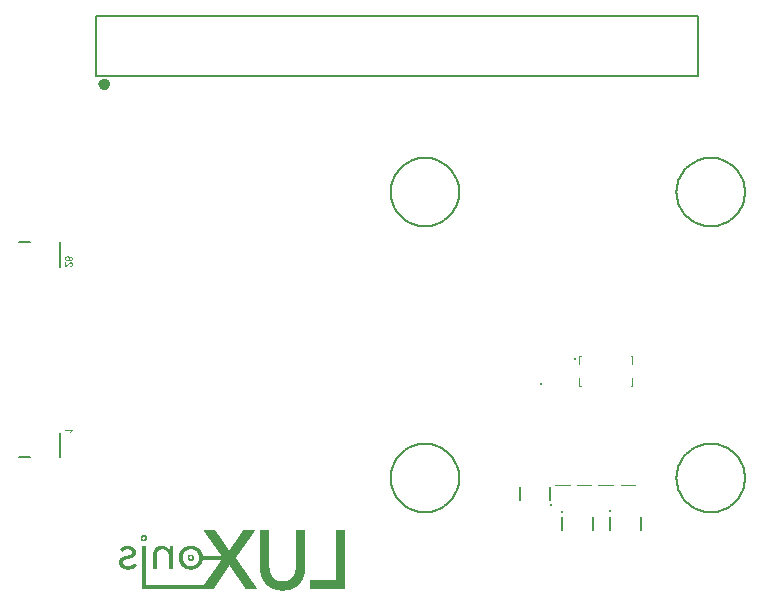
<source format=gbo>
G04*
G04 #@! TF.GenerationSoftware,Altium Limited,Altium Designer,19.1.8 (144)*
G04*
G04 Layer_Color=16777215*
%FSLAX44Y44*%
%MOMM*%
G71*
G01*
G75*
%ADD10C,0.2540*%
%ADD11C,0.2000*%
%ADD15C,0.1000*%
%ADD117C,0.5000*%
G36*
X111225Y110734D02*
X111757D01*
Y110667D01*
X111956D01*
Y110601D01*
X112156D01*
Y110534D01*
X112355D01*
Y110468D01*
X112488D01*
Y110401D01*
X112555D01*
Y110335D01*
X112688D01*
Y110269D01*
X112754D01*
Y110202D01*
X112887D01*
Y110136D01*
X112954D01*
Y110069D01*
X113020D01*
Y110003D01*
X113087D01*
Y109936D01*
X113153D01*
Y109870D01*
X113219D01*
Y109803D01*
X113286D01*
Y109737D01*
Y109670D01*
X113352D01*
Y109604D01*
X113419D01*
Y109537D01*
Y109471D01*
X113485D01*
Y109404D01*
Y109338D01*
X113552D01*
Y109271D01*
Y109205D01*
X113618D01*
Y109138D01*
Y109072D01*
X113685D01*
Y109005D01*
Y108939D01*
Y108872D01*
X113751D01*
Y108806D01*
Y108739D01*
Y108673D01*
Y108607D01*
Y108540D01*
X113818D01*
Y108474D01*
Y108407D01*
Y108341D01*
Y108274D01*
Y108208D01*
Y108141D01*
Y108075D01*
Y108008D01*
Y107942D01*
Y107875D01*
Y107809D01*
Y107742D01*
Y107676D01*
Y107609D01*
Y107543D01*
X113751D01*
Y107476D01*
Y107410D01*
Y107343D01*
Y107277D01*
Y107210D01*
X113685D01*
Y107144D01*
Y107077D01*
Y107011D01*
X113618D01*
Y106945D01*
Y106878D01*
X113552D01*
Y106812D01*
Y106745D01*
X113485D01*
Y106678D01*
Y106612D01*
X113419D01*
Y106546D01*
Y106479D01*
X113352D01*
Y106413D01*
X113286D01*
Y106346D01*
Y106280D01*
X113219D01*
Y106213D01*
X113153D01*
Y106147D01*
X113087D01*
Y106080D01*
X113020D01*
Y106014D01*
X112954D01*
Y105947D01*
X112887D01*
Y105881D01*
X112754D01*
Y105814D01*
X112688D01*
Y105748D01*
X112555D01*
Y105681D01*
X112488D01*
Y105615D01*
X112355D01*
Y105548D01*
X112156D01*
Y105482D01*
X112023D01*
Y105415D01*
X111757D01*
Y105349D01*
X111291D01*
Y105282D01*
X110826D01*
Y105349D01*
X110361D01*
Y105415D01*
X110095D01*
Y105482D01*
X109895D01*
Y105548D01*
X109762D01*
Y105615D01*
X109629D01*
Y105681D01*
X109496D01*
Y105748D01*
X109430D01*
Y105814D01*
X109297D01*
Y105881D01*
X109230D01*
Y105947D01*
X109164D01*
Y106014D01*
X109097D01*
Y106080D01*
X109031D01*
Y106147D01*
X108965D01*
Y106213D01*
X108898D01*
Y106280D01*
X108832D01*
Y106346D01*
X108765D01*
Y106413D01*
Y106479D01*
X108699D01*
Y106546D01*
X108632D01*
Y106612D01*
Y106678D01*
X108566D01*
Y106745D01*
Y106812D01*
X108499D01*
Y106878D01*
Y106945D01*
X108433D01*
Y107011D01*
Y107077D01*
Y107144D01*
X108366D01*
Y107210D01*
Y107277D01*
Y107343D01*
Y107410D01*
X108300D01*
Y107476D01*
Y107543D01*
Y107609D01*
Y107676D01*
Y107742D01*
Y107809D01*
Y107875D01*
Y107942D01*
Y108008D01*
Y108075D01*
Y108141D01*
Y108208D01*
Y108274D01*
Y108341D01*
Y108407D01*
Y108474D01*
Y108540D01*
Y108607D01*
Y108673D01*
X108366D01*
Y108739D01*
Y108806D01*
Y108872D01*
Y108939D01*
X108433D01*
Y109005D01*
Y109072D01*
Y109138D01*
X108499D01*
Y109205D01*
Y109271D01*
X108566D01*
Y109338D01*
Y109404D01*
X108632D01*
Y109471D01*
Y109537D01*
X108699D01*
Y109604D01*
X108765D01*
Y109670D01*
Y109737D01*
X108832D01*
Y109803D01*
X108898D01*
Y109870D01*
X108965D01*
Y109936D01*
X109031D01*
Y110003D01*
X109097D01*
Y110069D01*
X109164D01*
Y110136D01*
X109230D01*
Y110202D01*
X109297D01*
Y110269D01*
X109430D01*
Y110335D01*
X109496D01*
Y110401D01*
X109629D01*
Y110468D01*
X109762D01*
Y110534D01*
X109895D01*
Y110601D01*
X110095D01*
Y110667D01*
X110361D01*
Y110734D01*
X110892D01*
Y110800D01*
X111225D01*
Y110734D01*
D02*
G37*
G36*
X205895Y115255D02*
Y115188D01*
X205828D01*
Y115122D01*
X205762D01*
Y115055D01*
X205695D01*
Y114989D01*
Y114922D01*
X205629D01*
Y114856D01*
X205562D01*
Y114789D01*
Y114723D01*
X205496D01*
Y114656D01*
X205429D01*
Y114590D01*
Y114523D01*
X205363D01*
Y114457D01*
X205296D01*
Y114390D01*
X205230D01*
Y114324D01*
Y114257D01*
X205163D01*
Y114191D01*
X205097D01*
Y114124D01*
Y114058D01*
X205030D01*
Y113991D01*
X204964D01*
Y113925D01*
X204897D01*
Y113858D01*
Y113792D01*
X204831D01*
Y113726D01*
X204764D01*
Y113659D01*
Y113593D01*
X204698D01*
Y113526D01*
X204632D01*
Y113460D01*
X204565D01*
Y113393D01*
Y113327D01*
X204499D01*
Y113260D01*
X204432D01*
Y113194D01*
Y113127D01*
X204366D01*
Y113061D01*
X204299D01*
Y112994D01*
X204233D01*
Y112928D01*
Y112861D01*
X204166D01*
Y112795D01*
X204100D01*
Y112728D01*
Y112662D01*
X204033D01*
Y112595D01*
X203967D01*
Y112529D01*
X203900D01*
Y112462D01*
Y112396D01*
X203834D01*
Y112329D01*
X203767D01*
Y112263D01*
Y112197D01*
X203701D01*
Y112130D01*
X203634D01*
Y112064D01*
Y111997D01*
X203568D01*
Y111931D01*
X203501D01*
Y111864D01*
X203435D01*
Y111798D01*
Y111731D01*
X203368D01*
Y111665D01*
X203302D01*
Y111598D01*
Y111532D01*
X203235D01*
Y111465D01*
X203169D01*
Y111399D01*
X203102D01*
Y111332D01*
Y111266D01*
X203036D01*
Y111199D01*
X202969D01*
Y111133D01*
Y111066D01*
X202903D01*
Y111000D01*
X202836D01*
Y110933D01*
X202770D01*
Y110867D01*
Y110800D01*
X202703D01*
Y110734D01*
X202637D01*
Y110667D01*
Y110601D01*
X202570D01*
Y110534D01*
X202504D01*
Y110468D01*
X202438D01*
Y110401D01*
Y110335D01*
X202371D01*
Y110269D01*
X202305D01*
Y110202D01*
Y110136D01*
X202238D01*
Y110069D01*
X202172D01*
Y110003D01*
X202105D01*
Y109936D01*
Y109870D01*
X202039D01*
Y109803D01*
X201972D01*
Y109737D01*
Y109670D01*
X201906D01*
Y109604D01*
X201839D01*
Y109537D01*
Y109471D01*
X201773D01*
Y109404D01*
X201706D01*
Y109338D01*
X201640D01*
Y109271D01*
Y109205D01*
X201573D01*
Y109138D01*
X201507D01*
Y109072D01*
Y109005D01*
X201440D01*
Y108939D01*
X201374D01*
Y108872D01*
X201307D01*
Y108806D01*
Y108739D01*
X201241D01*
Y108673D01*
X201174D01*
Y108607D01*
Y108540D01*
X201108D01*
Y108474D01*
X201042D01*
Y108407D01*
X200975D01*
Y108341D01*
Y108274D01*
X200909D01*
Y108208D01*
X200842D01*
Y108141D01*
Y108075D01*
X200776D01*
Y108008D01*
X200709D01*
Y107942D01*
X200643D01*
Y107875D01*
Y107809D01*
X200576D01*
Y107742D01*
X200510D01*
Y107676D01*
Y107609D01*
X200443D01*
Y107543D01*
X200377D01*
Y107476D01*
X200310D01*
Y107410D01*
Y107343D01*
X200244D01*
Y107277D01*
X200177D01*
Y107210D01*
Y107144D01*
X200111D01*
Y107077D01*
X200044D01*
Y107011D01*
Y106945D01*
X199978D01*
Y106878D01*
X199911D01*
Y106812D01*
X199845D01*
Y106745D01*
Y106678D01*
X199778D01*
Y106612D01*
X199712D01*
Y106546D01*
Y106479D01*
X199645D01*
Y106413D01*
X199579D01*
Y106346D01*
X199512D01*
Y106280D01*
Y106213D01*
X199446D01*
Y106147D01*
X199379D01*
Y106080D01*
Y106014D01*
X199313D01*
Y105947D01*
X199246D01*
Y105881D01*
X199180D01*
Y105814D01*
Y105748D01*
X199114D01*
Y105681D01*
X199047D01*
Y105615D01*
Y105548D01*
X198981D01*
Y105482D01*
X198914D01*
Y105415D01*
X198848D01*
Y105349D01*
Y105282D01*
X198781D01*
Y105216D01*
X198715D01*
Y105149D01*
Y105083D01*
X198648D01*
Y105016D01*
X198582D01*
Y104950D01*
X198515D01*
Y104883D01*
Y104817D01*
X198449D01*
Y104751D01*
X198382D01*
Y104684D01*
Y104618D01*
X198316D01*
Y104551D01*
X198249D01*
Y104485D01*
X198183D01*
Y104418D01*
Y104352D01*
X198116D01*
Y104285D01*
X198050D01*
Y104219D01*
Y104152D01*
X197983D01*
Y104086D01*
X197917D01*
Y104019D01*
Y103953D01*
X197850D01*
Y103886D01*
X197784D01*
Y103820D01*
X197717D01*
Y103753D01*
Y103687D01*
X197651D01*
Y103620D01*
X197584D01*
Y103554D01*
Y103487D01*
X197518D01*
Y103421D01*
X197451D01*
Y103355D01*
X197385D01*
Y103288D01*
Y103222D01*
X197318D01*
Y103155D01*
X197252D01*
Y103089D01*
Y103022D01*
X197186D01*
Y102956D01*
X197119D01*
Y102889D01*
X197053D01*
Y102823D01*
Y102756D01*
X196986D01*
Y102690D01*
X196920D01*
Y102623D01*
Y102557D01*
X196853D01*
Y102490D01*
X196787D01*
Y102424D01*
X196720D01*
Y102357D01*
Y102291D01*
X196654D01*
Y102224D01*
X196587D01*
Y102158D01*
Y102091D01*
X196521D01*
Y102025D01*
X196454D01*
Y101958D01*
X196388D01*
Y101892D01*
Y101825D01*
X196321D01*
Y101759D01*
X196255D01*
Y101692D01*
Y101626D01*
X196188D01*
Y101559D01*
X196122D01*
Y101493D01*
Y101426D01*
X196055D01*
Y101360D01*
X195989D01*
Y101293D01*
X195922D01*
Y101227D01*
Y101161D01*
X195856D01*
Y101094D01*
X195789D01*
Y101028D01*
Y100961D01*
X195723D01*
Y100895D01*
X195656D01*
Y100828D01*
X195590D01*
Y100762D01*
Y100695D01*
X195523D01*
Y100629D01*
X195457D01*
Y100562D01*
Y100496D01*
X195390D01*
Y100429D01*
X195324D01*
Y100363D01*
X195258D01*
Y100296D01*
Y100230D01*
X195191D01*
Y100163D01*
X195125D01*
Y100097D01*
Y100030D01*
X195058D01*
Y99964D01*
X194992D01*
Y99897D01*
X194925D01*
Y99831D01*
Y99764D01*
X194859D01*
Y99698D01*
X194792D01*
Y99632D01*
Y99565D01*
X194726D01*
Y99499D01*
X194659D01*
Y99432D01*
X194593D01*
Y99366D01*
Y99299D01*
X194526D01*
Y99233D01*
X194460D01*
Y99166D01*
Y99100D01*
X194393D01*
Y99033D01*
X194327D01*
Y98967D01*
Y98900D01*
X194260D01*
Y98834D01*
X194194D01*
Y98767D01*
X194127D01*
Y98701D01*
Y98634D01*
X194061D01*
Y98568D01*
X193995D01*
Y98501D01*
Y98435D01*
X193928D01*
Y98368D01*
X193862D01*
Y98302D01*
X193795D01*
Y98235D01*
Y98169D01*
X193729D01*
Y98102D01*
X193662D01*
Y98036D01*
Y97969D01*
X193596D01*
Y97903D01*
X193529D01*
Y97837D01*
X193463D01*
Y97770D01*
Y97704D01*
X193396D01*
Y97637D01*
X193330D01*
Y97571D01*
Y97504D01*
X193263D01*
Y97438D01*
X193197D01*
Y97371D01*
X193130D01*
Y97305D01*
Y97238D01*
X193064D01*
Y97172D01*
X192997D01*
Y97105D01*
Y97039D01*
X192931D01*
Y96972D01*
X192864D01*
Y96906D01*
X192798D01*
Y96839D01*
Y96773D01*
X192731D01*
Y96706D01*
X192665D01*
Y96640D01*
Y96573D01*
X192598D01*
Y96507D01*
X192532D01*
Y96440D01*
Y96374D01*
X192465D01*
Y96307D01*
X192399D01*
Y96241D01*
X192332D01*
Y96174D01*
Y96108D01*
X192266D01*
Y96041D01*
X192199D01*
Y95975D01*
Y95908D01*
X192133D01*
Y95842D01*
X192066D01*
Y95776D01*
X192000D01*
Y95709D01*
Y95643D01*
X191933D01*
Y95576D01*
X191867D01*
Y95510D01*
Y95443D01*
X191800D01*
Y95377D01*
X191734D01*
Y95310D01*
X191668D01*
Y95244D01*
Y95177D01*
X191601D01*
Y95111D01*
X191535D01*
Y95044D01*
Y94978D01*
X191468D01*
Y94911D01*
X191402D01*
Y94845D01*
X191335D01*
Y94778D01*
Y94712D01*
X191269D01*
Y94645D01*
X191202D01*
Y94579D01*
Y94512D01*
X191136D01*
Y94446D01*
X191069D01*
Y94379D01*
X191003D01*
Y94313D01*
Y94247D01*
X190936D01*
Y94180D01*
X190870D01*
Y94114D01*
Y94047D01*
X190803D01*
Y93981D01*
X190737D01*
Y93914D01*
X190670D01*
Y93848D01*
Y93781D01*
X190604D01*
Y93715D01*
X190537D01*
Y93648D01*
Y93582D01*
X190471D01*
Y93515D01*
X190404D01*
Y93449D01*
Y93382D01*
X190338D01*
Y93316D01*
X190271D01*
Y93249D01*
X190205D01*
Y93183D01*
Y93116D01*
X190138D01*
Y93050D01*
X190072D01*
Y92983D01*
Y92917D01*
X190005D01*
Y92850D01*
X189939D01*
Y92784D01*
X189873D01*
Y92717D01*
Y92651D01*
X189806D01*
Y92584D01*
X189740D01*
Y92518D01*
Y92451D01*
X189673D01*
Y92385D01*
X189607D01*
Y92318D01*
X189540D01*
Y92252D01*
Y92186D01*
X189474D01*
Y92119D01*
X189407D01*
Y92053D01*
Y91986D01*
X189341D01*
Y91920D01*
X189274D01*
Y91853D01*
X189208D01*
Y91787D01*
Y91720D01*
X189141D01*
Y91654D01*
X189075D01*
Y91587D01*
Y91521D01*
X189008D01*
Y91454D01*
X188942D01*
Y91388D01*
Y91321D01*
X189008D01*
Y91255D01*
X189075D01*
Y91188D01*
Y91122D01*
X189141D01*
Y91055D01*
X189208D01*
Y90989D01*
Y90922D01*
X189274D01*
Y90856D01*
X189341D01*
Y90789D01*
Y90723D01*
X189407D01*
Y90656D01*
X189474D01*
Y90590D01*
Y90524D01*
X189540D01*
Y90457D01*
X189607D01*
Y90391D01*
Y90324D01*
X189673D01*
Y90258D01*
X189740D01*
Y90191D01*
X189806D01*
Y90125D01*
Y90058D01*
X189873D01*
Y89992D01*
X189939D01*
Y89925D01*
Y89859D01*
X190005D01*
Y89792D01*
X190072D01*
Y89726D01*
Y89659D01*
X190138D01*
Y89593D01*
X190205D01*
Y89526D01*
Y89460D01*
X190271D01*
Y89393D01*
X190338D01*
Y89327D01*
X190404D01*
Y89260D01*
Y89194D01*
X190471D01*
Y89127D01*
X190537D01*
Y89061D01*
Y88995D01*
X190604D01*
Y88928D01*
X190670D01*
Y88862D01*
Y88795D01*
X190737D01*
Y88729D01*
X190803D01*
Y88662D01*
Y88596D01*
X190870D01*
Y88529D01*
X190936D01*
Y88463D01*
X191003D01*
Y88396D01*
Y88330D01*
X191069D01*
Y88263D01*
X191136D01*
Y88197D01*
Y88130D01*
X191202D01*
Y88064D01*
X191269D01*
Y87997D01*
Y87931D01*
X191335D01*
Y87864D01*
X191402D01*
Y87798D01*
Y87731D01*
X191468D01*
Y87665D01*
X191535D01*
Y87598D01*
X191601D01*
Y87532D01*
Y87465D01*
X191668D01*
Y87399D01*
X191734D01*
Y87332D01*
Y87266D01*
X191800D01*
Y87199D01*
X191867D01*
Y87133D01*
Y87066D01*
X191933D01*
Y87000D01*
X192000D01*
Y86933D01*
Y86867D01*
X192066D01*
Y86801D01*
X192133D01*
Y86734D01*
X192199D01*
Y86668D01*
Y86601D01*
X192266D01*
Y86535D01*
X192332D01*
Y86468D01*
Y86402D01*
X192399D01*
Y86335D01*
X192465D01*
Y86269D01*
Y86202D01*
X192532D01*
Y86136D01*
X192598D01*
Y86069D01*
Y86003D01*
X192665D01*
Y85936D01*
X192731D01*
Y85870D01*
X192798D01*
Y85803D01*
Y85737D01*
X192864D01*
Y85670D01*
X192931D01*
Y85604D01*
Y85537D01*
X192997D01*
Y85471D01*
X193064D01*
Y85405D01*
Y85338D01*
X193130D01*
Y85272D01*
X193197D01*
Y85205D01*
Y85139D01*
X193263D01*
Y85072D01*
X193330D01*
Y85006D01*
X193396D01*
Y84939D01*
Y84873D01*
X193463D01*
Y84806D01*
X193529D01*
Y84740D01*
Y84673D01*
X193596D01*
Y84607D01*
X193662D01*
Y84540D01*
Y84474D01*
X193729D01*
Y84407D01*
X193795D01*
Y84341D01*
Y84274D01*
X193862D01*
Y84208D01*
X193928D01*
Y84141D01*
X193995D01*
Y84075D01*
Y84008D01*
X194061D01*
Y83942D01*
X194127D01*
Y83875D01*
Y83809D01*
X194194D01*
Y83742D01*
X194260D01*
Y83676D01*
Y83609D01*
X194327D01*
Y83543D01*
X194393D01*
Y83476D01*
Y83410D01*
X194460D01*
Y83343D01*
X194526D01*
Y83277D01*
X194593D01*
Y83211D01*
Y83144D01*
X194659D01*
Y83078D01*
X194726D01*
Y83011D01*
Y82945D01*
X194792D01*
Y82878D01*
X194859D01*
Y82812D01*
Y82745D01*
X194925D01*
Y82679D01*
X194992D01*
Y82612D01*
Y82546D01*
X195058D01*
Y82479D01*
X195125D01*
Y82413D01*
Y82346D01*
X195191D01*
Y82280D01*
X195258D01*
Y82213D01*
X195324D01*
Y82147D01*
Y82080D01*
X195390D01*
Y82014D01*
X195457D01*
Y81947D01*
Y81881D01*
X195523D01*
Y81814D01*
X195590D01*
Y81748D01*
Y81681D01*
X195656D01*
Y81615D01*
X195723D01*
Y81549D01*
Y81482D01*
X195789D01*
Y81416D01*
X195856D01*
Y81349D01*
X195922D01*
Y81283D01*
Y81216D01*
X195989D01*
Y81150D01*
X196055D01*
Y81083D01*
Y81017D01*
X196122D01*
Y80950D01*
X196188D01*
Y80884D01*
Y80817D01*
X196255D01*
Y80751D01*
X196321D01*
Y80684D01*
Y80618D01*
X196388D01*
Y80551D01*
X196454D01*
Y80485D01*
X196521D01*
Y80418D01*
Y80352D01*
X196587D01*
Y80285D01*
X196654D01*
Y80219D01*
Y80152D01*
X196720D01*
Y80086D01*
X196787D01*
Y80019D01*
Y79953D01*
X196853D01*
Y79886D01*
X196920D01*
Y79820D01*
Y79753D01*
X196986D01*
Y79687D01*
X197053D01*
Y79621D01*
X197119D01*
Y79554D01*
Y79488D01*
X197186D01*
Y79421D01*
X197252D01*
Y79355D01*
Y79288D01*
X197318D01*
Y79222D01*
X197385D01*
Y79155D01*
Y79089D01*
X197451D01*
Y79022D01*
X197518D01*
Y78956D01*
Y78889D01*
X197584D01*
Y78823D01*
X197651D01*
Y78756D01*
X197717D01*
Y78690D01*
Y78623D01*
X197784D01*
Y78557D01*
X197850D01*
Y78490D01*
Y78424D01*
X197917D01*
Y78357D01*
X197983D01*
Y78291D01*
Y78225D01*
X198050D01*
Y78158D01*
X198116D01*
Y78092D01*
Y78025D01*
X198183D01*
Y77958D01*
X198249D01*
Y77892D01*
X198316D01*
Y77825D01*
Y77759D01*
X198382D01*
Y77693D01*
X198449D01*
Y77626D01*
Y77560D01*
X198515D01*
Y77493D01*
X198582D01*
Y77427D01*
Y77360D01*
X198648D01*
Y77294D01*
X198715D01*
Y77227D01*
Y77161D01*
X198781D01*
Y77094D01*
X198848D01*
Y77028D01*
X198914D01*
Y76961D01*
Y76895D01*
X198981D01*
Y76828D01*
X199047D01*
Y76762D01*
Y76695D01*
X199114D01*
Y76629D01*
X199180D01*
Y76562D01*
Y76496D01*
X199246D01*
Y76430D01*
X199313D01*
Y76363D01*
Y76297D01*
X199379D01*
Y76230D01*
X199446D01*
Y76164D01*
X199512D01*
Y76097D01*
Y76031D01*
X199579D01*
Y75964D01*
X199645D01*
Y75898D01*
Y75831D01*
X199712D01*
Y75765D01*
X199778D01*
Y75698D01*
Y75632D01*
X199845D01*
Y75565D01*
X199911D01*
Y75499D01*
Y75432D01*
X199978D01*
Y75366D01*
X200044D01*
Y75299D01*
Y75233D01*
X200111D01*
Y75166D01*
X200177D01*
Y75100D01*
X200244D01*
Y75033D01*
Y74967D01*
X200310D01*
Y74900D01*
X200377D01*
Y74834D01*
Y74767D01*
X200443D01*
Y74701D01*
X200510D01*
Y74634D01*
Y74568D01*
X200576D01*
Y74502D01*
X200643D01*
Y74435D01*
Y74369D01*
X200709D01*
Y74302D01*
X200776D01*
Y74236D01*
X200842D01*
Y74169D01*
Y74103D01*
X200909D01*
Y74036D01*
X200975D01*
Y73970D01*
Y73903D01*
X201042D01*
Y73837D01*
X201108D01*
Y73770D01*
Y73704D01*
X201174D01*
Y73637D01*
X201241D01*
Y73571D01*
Y73504D01*
X201307D01*
Y73438D01*
X201374D01*
Y73371D01*
X201440D01*
Y73305D01*
Y73238D01*
X201507D01*
Y73172D01*
X201573D01*
Y73105D01*
Y73039D01*
X201640D01*
Y72972D01*
X201706D01*
Y72906D01*
Y72839D01*
X201773D01*
Y72773D01*
X201839D01*
Y72706D01*
Y72640D01*
X201906D01*
Y72573D01*
X201972D01*
Y72507D01*
X202039D01*
Y72441D01*
Y72374D01*
X202105D01*
Y72308D01*
X202172D01*
Y72241D01*
Y72175D01*
X202238D01*
Y72108D01*
X202305D01*
Y72042D01*
Y71975D01*
X202371D01*
Y71909D01*
X202438D01*
Y71842D01*
Y71776D01*
X202504D01*
Y71709D01*
X202570D01*
Y71643D01*
X202637D01*
Y71576D01*
Y71510D01*
X202703D01*
Y71443D01*
X202770D01*
Y71377D01*
Y71310D01*
X202836D01*
Y71244D01*
X202903D01*
Y71177D01*
Y71111D01*
X202969D01*
Y71045D01*
X203036D01*
Y70978D01*
Y70911D01*
X203102D01*
Y70845D01*
X203169D01*
Y70778D01*
X203235D01*
Y70712D01*
Y70646D01*
X203302D01*
Y70579D01*
X203368D01*
Y70513D01*
Y70446D01*
X203435D01*
Y70380D01*
X203501D01*
Y70313D01*
Y70247D01*
X203568D01*
Y70180D01*
X203634D01*
Y70114D01*
Y70047D01*
X203701D01*
Y69981D01*
X203767D01*
Y69914D01*
X203834D01*
Y69848D01*
Y69781D01*
X203900D01*
Y69715D01*
X203967D01*
Y69648D01*
Y69582D01*
X204033D01*
Y69515D01*
X204100D01*
Y69449D01*
Y69382D01*
X204166D01*
Y69316D01*
X204233D01*
Y69249D01*
Y69183D01*
X204299D01*
Y69117D01*
X204366D01*
Y69050D01*
X204432D01*
Y68983D01*
Y68917D01*
X204499D01*
Y68851D01*
X204565D01*
Y68784D01*
Y68718D01*
X204632D01*
Y68651D01*
X204698D01*
Y68585D01*
Y68518D01*
X204764D01*
Y68452D01*
X204831D01*
Y68385D01*
Y68319D01*
X204897D01*
Y68252D01*
X204964D01*
Y68186D01*
X205030D01*
Y68119D01*
Y68053D01*
X205097D01*
Y67986D01*
X205163D01*
Y67920D01*
Y67853D01*
X205230D01*
Y67787D01*
X205296D01*
Y67720D01*
Y67654D01*
X205363D01*
Y67587D01*
X205429D01*
Y67521D01*
Y67454D01*
X205496D01*
Y67388D01*
X205562D01*
Y67322D01*
Y67255D01*
X205629D01*
Y67189D01*
X205695D01*
Y67122D01*
X205762D01*
Y67056D01*
Y66989D01*
X205828D01*
Y66923D01*
X205895D01*
Y66856D01*
Y66790D01*
X205961D01*
Y66723D01*
X206028D01*
Y66657D01*
Y66590D01*
X206094D01*
Y66524D01*
X206161D01*
Y66457D01*
Y66391D01*
X206227D01*
Y66324D01*
X206294D01*
Y66258D01*
X206360D01*
Y66191D01*
Y66125D01*
X206427D01*
Y66058D01*
X206493D01*
Y65992D01*
Y65925D01*
X206559D01*
Y65859D01*
X206626D01*
Y65792D01*
Y65726D01*
X206692D01*
Y65659D01*
X206759D01*
Y65593D01*
Y65526D01*
X206825D01*
Y65460D01*
X206892D01*
Y65394D01*
X206958D01*
Y65327D01*
Y65261D01*
X207025D01*
Y65194D01*
X207091D01*
Y65128D01*
Y65061D01*
X207158D01*
Y64995D01*
X207224D01*
Y64928D01*
X197252D01*
Y64995D01*
X197186D01*
Y65061D01*
X197119D01*
Y65128D01*
Y65194D01*
X197053D01*
Y65261D01*
X196986D01*
Y65327D01*
Y65394D01*
X196920D01*
Y65460D01*
X196853D01*
Y65526D01*
Y65593D01*
X196787D01*
Y65659D01*
X196720D01*
Y65726D01*
Y65792D01*
X196654D01*
Y65859D01*
X196587D01*
Y65925D01*
Y65992D01*
X196521D01*
Y66058D01*
X196454D01*
Y66125D01*
Y66191D01*
X196388D01*
Y66258D01*
X196321D01*
Y66324D01*
Y66391D01*
X196255D01*
Y66457D01*
X196188D01*
Y66524D01*
Y66590D01*
X196122D01*
Y66657D01*
X196055D01*
Y66723D01*
Y66790D01*
X195989D01*
Y66856D01*
X195922D01*
Y66923D01*
Y66989D01*
X195856D01*
Y67056D01*
X195789D01*
Y67122D01*
Y67189D01*
X195723D01*
Y67255D01*
X195656D01*
Y67322D01*
Y67388D01*
X195590D01*
Y67454D01*
X195523D01*
Y67521D01*
Y67587D01*
X195457D01*
Y67654D01*
X195390D01*
Y67720D01*
Y67787D01*
X195324D01*
Y67853D01*
X195258D01*
Y67920D01*
Y67986D01*
X195191D01*
Y68053D01*
X195125D01*
Y68119D01*
Y68186D01*
X195058D01*
Y68252D01*
X194992D01*
Y68319D01*
Y68385D01*
X194925D01*
Y68452D01*
X194859D01*
Y68518D01*
Y68585D01*
X194792D01*
Y68651D01*
X194726D01*
Y68718D01*
Y68784D01*
X194659D01*
Y68851D01*
X194593D01*
Y68917D01*
X194526D01*
Y68983D01*
Y69050D01*
X194460D01*
Y69117D01*
X194393D01*
Y69183D01*
Y69249D01*
X194327D01*
Y69316D01*
X194260D01*
Y69382D01*
Y69449D01*
X194194D01*
Y69515D01*
X194127D01*
Y69582D01*
Y69648D01*
X194061D01*
Y69715D01*
X193995D01*
Y69781D01*
Y69848D01*
X193928D01*
Y69914D01*
X193862D01*
Y69981D01*
Y70047D01*
X193795D01*
Y70114D01*
X193729D01*
Y70180D01*
Y70247D01*
X193662D01*
Y70313D01*
X193596D01*
Y70380D01*
Y70446D01*
X193529D01*
Y70513D01*
X193463D01*
Y70579D01*
Y70646D01*
X193396D01*
Y70712D01*
X193330D01*
Y70778D01*
Y70845D01*
X193263D01*
Y70911D01*
X193197D01*
Y70978D01*
Y71045D01*
X193130D01*
Y71111D01*
X193064D01*
Y71177D01*
Y71244D01*
X192997D01*
Y71310D01*
X192931D01*
Y71377D01*
Y71443D01*
X192864D01*
Y71510D01*
X192798D01*
Y71576D01*
Y71643D01*
X192731D01*
Y71709D01*
X192665D01*
Y71776D01*
Y71842D01*
X192598D01*
Y71909D01*
X192532D01*
Y71975D01*
Y72042D01*
X192465D01*
Y72108D01*
X192399D01*
Y72175D01*
Y72241D01*
X192332D01*
Y72308D01*
X192266D01*
Y72374D01*
Y72441D01*
X192199D01*
Y72507D01*
X192133D01*
Y72573D01*
Y72640D01*
X192066D01*
Y72706D01*
X192000D01*
Y72773D01*
Y72839D01*
X191933D01*
Y72906D01*
X191867D01*
Y72972D01*
Y73039D01*
X191800D01*
Y73105D01*
X191734D01*
Y73172D01*
Y73238D01*
X191668D01*
Y73305D01*
X191601D01*
Y73371D01*
X191535D01*
Y73438D01*
Y73504D01*
X191468D01*
Y73571D01*
X191402D01*
Y73637D01*
Y73704D01*
X191335D01*
Y73770D01*
X191269D01*
Y73837D01*
Y73903D01*
X191202D01*
Y73970D01*
X191136D01*
Y74036D01*
Y74103D01*
X191069D01*
Y74169D01*
X191003D01*
Y74236D01*
Y74302D01*
X190936D01*
Y74369D01*
X190870D01*
Y74435D01*
Y74502D01*
X190803D01*
Y74568D01*
X190737D01*
Y74634D01*
Y74701D01*
X190670D01*
Y74767D01*
X190604D01*
Y74834D01*
Y74900D01*
X190537D01*
Y74967D01*
X190471D01*
Y75033D01*
Y75100D01*
X190404D01*
Y75166D01*
X190338D01*
Y75233D01*
Y75299D01*
X190271D01*
Y75366D01*
X190205D01*
Y75432D01*
Y75499D01*
X190138D01*
Y75565D01*
X190072D01*
Y75632D01*
Y75698D01*
X190005D01*
Y75765D01*
X189939D01*
Y75831D01*
Y75898D01*
X189873D01*
Y75964D01*
X189806D01*
Y76031D01*
Y76097D01*
X189740D01*
Y76164D01*
X189673D01*
Y76230D01*
Y76297D01*
X189607D01*
Y76363D01*
X189540D01*
Y76430D01*
Y76496D01*
X189474D01*
Y76562D01*
X189407D01*
Y76629D01*
Y76695D01*
X189341D01*
Y76762D01*
X189274D01*
Y76828D01*
Y76895D01*
X189208D01*
Y76961D01*
X189141D01*
Y77028D01*
Y77094D01*
X189075D01*
Y77161D01*
X189008D01*
Y77227D01*
Y77294D01*
X188942D01*
Y77360D01*
X188875D01*
Y77427D01*
Y77493D01*
X188809D01*
Y77560D01*
X188742D01*
Y77626D01*
X188676D01*
Y77693D01*
Y77759D01*
X188609D01*
Y77825D01*
X188543D01*
Y77892D01*
Y77958D01*
X188476D01*
Y78025D01*
X188410D01*
Y78092D01*
Y78158D01*
X188344D01*
Y78225D01*
X188277D01*
Y78291D01*
Y78357D01*
X188211D01*
Y78424D01*
X188144D01*
Y78490D01*
Y78557D01*
X188078D01*
Y78623D01*
X188011D01*
Y78690D01*
Y78756D01*
X187945D01*
Y78823D01*
X187878D01*
Y78889D01*
Y78956D01*
X187812D01*
Y79022D01*
X187745D01*
Y79089D01*
Y79155D01*
X187679D01*
Y79222D01*
X187612D01*
Y79288D01*
Y79355D01*
X187546D01*
Y79421D01*
X187479D01*
Y79488D01*
Y79554D01*
X187413D01*
Y79621D01*
X187346D01*
Y79687D01*
Y79753D01*
X187280D01*
Y79820D01*
X187213D01*
Y79886D01*
Y79953D01*
X187147D01*
Y80019D01*
X187080D01*
Y80086D01*
Y80152D01*
X187014D01*
Y80219D01*
X186947D01*
Y80285D01*
Y80352D01*
X186881D01*
Y80418D01*
X186814D01*
Y80485D01*
Y80551D01*
X186748D01*
Y80618D01*
X186681D01*
Y80684D01*
Y80751D01*
X186615D01*
Y80817D01*
X186549D01*
Y80884D01*
Y80950D01*
X186482D01*
Y81017D01*
X186416D01*
Y81083D01*
Y81150D01*
X186349D01*
Y81216D01*
X186283D01*
Y81283D01*
Y81349D01*
X186216D01*
Y81416D01*
X186150D01*
Y81482D01*
Y81549D01*
X186083D01*
Y81615D01*
X186017D01*
Y81681D01*
Y81748D01*
X185950D01*
Y81814D01*
X185884D01*
Y81881D01*
X185817D01*
Y81947D01*
Y82014D01*
X185751D01*
Y82080D01*
X185684D01*
Y82147D01*
Y82213D01*
X185618D01*
Y82280D01*
X185551D01*
Y82346D01*
Y82413D01*
X185485D01*
Y82479D01*
X185418D01*
Y82546D01*
Y82612D01*
X185352D01*
Y82679D01*
X185285D01*
Y82745D01*
Y82812D01*
X185219D01*
Y82878D01*
X185152D01*
Y82945D01*
Y83011D01*
X185086D01*
Y83078D01*
X185019D01*
Y83144D01*
Y83211D01*
X184953D01*
Y83277D01*
X184886D01*
Y83343D01*
Y83410D01*
X184820D01*
Y83476D01*
X184753D01*
Y83543D01*
Y83609D01*
X184687D01*
Y83676D01*
X184621D01*
Y83742D01*
Y83809D01*
X184554D01*
Y83875D01*
X184488D01*
Y83942D01*
Y84008D01*
X184421D01*
Y84075D01*
X184355D01*
Y84141D01*
Y84208D01*
X184288D01*
Y84274D01*
X184222D01*
Y84341D01*
Y84407D01*
X184155D01*
Y84474D01*
X184089D01*
Y84540D01*
Y84607D01*
X184022D01*
Y84673D01*
X183956D01*
Y84740D01*
Y84806D01*
X183889D01*
Y84873D01*
X183823D01*
Y84939D01*
Y85006D01*
X183756D01*
Y85072D01*
X183690D01*
Y85139D01*
Y85205D01*
X183557D01*
Y85139D01*
Y85072D01*
X183490D01*
Y85006D01*
X183424D01*
Y84939D01*
X183357D01*
Y84873D01*
Y84806D01*
X183291D01*
Y84740D01*
X183224D01*
Y84673D01*
Y84607D01*
X183158D01*
Y84540D01*
X183092D01*
Y84474D01*
Y84407D01*
X183025D01*
Y84341D01*
X182959D01*
Y84274D01*
Y84208D01*
X182892D01*
Y84141D01*
X182826D01*
Y84075D01*
Y84008D01*
X182759D01*
Y83942D01*
X182693D01*
Y83875D01*
Y83809D01*
X182626D01*
Y83742D01*
X182560D01*
Y83676D01*
Y83609D01*
X182493D01*
Y83543D01*
X182427D01*
Y83476D01*
Y83410D01*
X182360D01*
Y83343D01*
X182294D01*
Y83277D01*
Y83211D01*
X182227D01*
Y83144D01*
X182161D01*
Y83078D01*
Y83011D01*
X182094D01*
Y82945D01*
X182028D01*
Y82878D01*
Y82812D01*
X181961D01*
Y82745D01*
X181895D01*
Y82679D01*
Y82612D01*
X181828D01*
Y82546D01*
X181762D01*
Y82479D01*
Y82413D01*
X181695D01*
Y82346D01*
X181629D01*
Y82280D01*
Y82213D01*
X181562D01*
Y82147D01*
X181496D01*
Y82080D01*
Y82014D01*
X181429D01*
Y81947D01*
X181363D01*
Y81881D01*
Y81814D01*
X181297D01*
Y81748D01*
X181230D01*
Y81681D01*
Y81615D01*
X181164D01*
Y81549D01*
X181097D01*
Y81482D01*
Y81416D01*
X181031D01*
Y81349D01*
X180964D01*
Y81283D01*
Y81216D01*
X180898D01*
Y81150D01*
X180831D01*
Y81083D01*
Y81017D01*
X180765D01*
Y80950D01*
X180698D01*
Y80884D01*
Y80817D01*
X180632D01*
Y80751D01*
X180565D01*
Y80684D01*
Y80618D01*
X180499D01*
Y80551D01*
X180432D01*
Y80485D01*
Y80418D01*
X180366D01*
Y80352D01*
X180299D01*
Y80285D01*
Y80219D01*
X180233D01*
Y80152D01*
X180166D01*
Y80086D01*
Y80019D01*
X180100D01*
Y79953D01*
X180033D01*
Y79886D01*
Y79820D01*
X179967D01*
Y79753D01*
X179900D01*
Y79687D01*
Y79621D01*
X179834D01*
Y79554D01*
X179767D01*
Y79488D01*
Y79421D01*
X179701D01*
Y79355D01*
X179634D01*
Y79288D01*
Y79222D01*
X179568D01*
Y79155D01*
X179501D01*
Y79089D01*
Y79022D01*
X179435D01*
Y78956D01*
X179368D01*
Y78889D01*
Y78823D01*
X179302D01*
Y78756D01*
X179236D01*
Y78690D01*
Y78623D01*
X179169D01*
Y78557D01*
X179103D01*
Y78490D01*
Y78424D01*
X179036D01*
Y78357D01*
X178970D01*
Y78291D01*
Y78225D01*
X178903D01*
Y78158D01*
X178837D01*
Y78092D01*
Y78025D01*
X178770D01*
Y77958D01*
X178704D01*
Y77892D01*
Y77825D01*
X178637D01*
Y77759D01*
X178571D01*
Y77693D01*
Y77626D01*
X178504D01*
Y77560D01*
X178438D01*
Y77493D01*
Y77427D01*
X178371D01*
Y77360D01*
X178305D01*
Y77294D01*
Y77227D01*
X178238D01*
Y77161D01*
X178172D01*
Y77094D01*
Y77028D01*
X178105D01*
Y76961D01*
X178039D01*
Y76895D01*
Y76828D01*
X177972D01*
Y76762D01*
X177906D01*
Y76695D01*
Y76629D01*
X177839D01*
Y76562D01*
X177773D01*
Y76496D01*
Y76430D01*
X177707D01*
Y76363D01*
X177640D01*
Y76297D01*
Y76230D01*
X177574D01*
Y76164D01*
X177507D01*
Y76097D01*
Y76031D01*
X177440D01*
Y75964D01*
X177374D01*
Y75898D01*
Y75831D01*
X177307D01*
Y75765D01*
X177241D01*
Y75698D01*
Y75632D01*
X177175D01*
Y75565D01*
X177108D01*
Y75499D01*
Y75432D01*
X177042D01*
Y75366D01*
X176975D01*
Y75299D01*
Y75233D01*
X176909D01*
Y75166D01*
X176842D01*
Y75100D01*
Y75033D01*
X176776D01*
Y74967D01*
X176709D01*
Y74900D01*
Y74834D01*
X176643D01*
Y74767D01*
X176576D01*
Y74701D01*
Y74634D01*
X176510D01*
Y74568D01*
X176443D01*
Y74502D01*
Y74435D01*
X176377D01*
Y74369D01*
X176310D01*
Y74302D01*
Y74236D01*
X176244D01*
Y74169D01*
X176177D01*
Y74103D01*
Y74036D01*
X176111D01*
Y73970D01*
X176044D01*
Y73903D01*
Y73837D01*
X175978D01*
Y73770D01*
X175912D01*
Y73704D01*
Y73637D01*
X175845D01*
Y73571D01*
X175779D01*
Y73504D01*
X175712D01*
Y73438D01*
Y73371D01*
X175646D01*
Y73305D01*
X175579D01*
Y73238D01*
Y73172D01*
X175513D01*
Y73105D01*
X175446D01*
Y73039D01*
Y72972D01*
X175380D01*
Y72906D01*
X175313D01*
Y72839D01*
Y72773D01*
X175247D01*
Y72706D01*
X175180D01*
Y72640D01*
Y72573D01*
X175114D01*
Y72507D01*
X175047D01*
Y72441D01*
Y72374D01*
X174981D01*
Y72308D01*
X174914D01*
Y72241D01*
Y72175D01*
X174848D01*
Y72108D01*
X174781D01*
Y72042D01*
Y71975D01*
X174715D01*
Y71909D01*
X174648D01*
Y71842D01*
Y71776D01*
X174582D01*
Y71709D01*
X174515D01*
Y71643D01*
Y71576D01*
X174449D01*
Y71510D01*
X174382D01*
Y71443D01*
Y71377D01*
X174316D01*
Y71310D01*
X174249D01*
Y71244D01*
Y71177D01*
X174183D01*
Y71111D01*
X174116D01*
Y71045D01*
Y70978D01*
X174050D01*
Y70911D01*
X173983D01*
Y70845D01*
Y70778D01*
X173917D01*
Y70712D01*
X173850D01*
Y70646D01*
Y70579D01*
X173784D01*
Y70513D01*
X173718D01*
Y70446D01*
Y70380D01*
X173651D01*
Y70313D01*
X173585D01*
Y70247D01*
Y70180D01*
X173518D01*
Y70114D01*
X173452D01*
Y70047D01*
Y69981D01*
X173385D01*
Y69914D01*
X173319D01*
Y69848D01*
Y69781D01*
X173252D01*
Y69715D01*
X173186D01*
Y69648D01*
Y69582D01*
X173119D01*
Y69515D01*
X173053D01*
Y69449D01*
Y69382D01*
X172986D01*
Y69316D01*
X172920D01*
Y69249D01*
Y69183D01*
X172853D01*
Y69117D01*
X172787D01*
Y69050D01*
Y68983D01*
X172720D01*
Y68917D01*
X172654D01*
Y68851D01*
Y68784D01*
X172587D01*
Y68718D01*
X172521D01*
Y68651D01*
Y68585D01*
X172454D01*
Y68518D01*
X172388D01*
Y68452D01*
Y68385D01*
X172321D01*
Y68319D01*
X172255D01*
Y68252D01*
Y68186D01*
X172188D01*
Y68119D01*
X172122D01*
Y68053D01*
Y67986D01*
X172055D01*
Y67920D01*
X171989D01*
Y67853D01*
Y67787D01*
X171923D01*
Y67720D01*
X171856D01*
Y67654D01*
Y67587D01*
X171790D01*
Y67521D01*
X171723D01*
Y67454D01*
Y67388D01*
X171657D01*
Y67322D01*
X171590D01*
Y67255D01*
Y67189D01*
X171524D01*
Y67122D01*
X171457D01*
Y67056D01*
Y66989D01*
X171391D01*
Y66923D01*
X171324D01*
Y66856D01*
Y66790D01*
X171258D01*
Y66723D01*
X171191D01*
Y66657D01*
Y66590D01*
X171125D01*
Y66524D01*
X171058D01*
Y66457D01*
Y66391D01*
X170992D01*
Y66324D01*
X170925D01*
Y66258D01*
Y66191D01*
X170859D01*
Y66125D01*
X170792D01*
Y66058D01*
Y65992D01*
X170726D01*
Y65925D01*
X170659D01*
Y65859D01*
Y65792D01*
X170593D01*
Y65726D01*
X170526D01*
Y65659D01*
Y65593D01*
X170460D01*
Y65526D01*
X170394D01*
Y65460D01*
Y65394D01*
X170327D01*
Y65327D01*
X170261D01*
Y65261D01*
Y65194D01*
X170194D01*
Y65128D01*
X170128D01*
Y65061D01*
Y64995D01*
X170061D01*
Y64928D01*
X109496D01*
Y64995D01*
Y65061D01*
Y65128D01*
Y65194D01*
Y65261D01*
Y65327D01*
Y65394D01*
Y65460D01*
Y65526D01*
Y65593D01*
Y65659D01*
Y65726D01*
Y65792D01*
Y65859D01*
Y65925D01*
Y65992D01*
Y66058D01*
Y66125D01*
Y66191D01*
Y66258D01*
Y66324D01*
Y66391D01*
Y66457D01*
Y66524D01*
Y66590D01*
Y66657D01*
Y66723D01*
Y66790D01*
Y66856D01*
Y66923D01*
Y66989D01*
Y67056D01*
Y67122D01*
Y67189D01*
Y67255D01*
Y67322D01*
Y67388D01*
Y67454D01*
Y67521D01*
Y67587D01*
Y67654D01*
Y67720D01*
Y67787D01*
Y67853D01*
Y67920D01*
Y67986D01*
Y68053D01*
Y68119D01*
Y68186D01*
Y68252D01*
Y68319D01*
Y68385D01*
Y68452D01*
Y68518D01*
Y68585D01*
Y68651D01*
Y68718D01*
Y68784D01*
Y68851D01*
Y68917D01*
Y68983D01*
Y69050D01*
Y69117D01*
Y69183D01*
Y69249D01*
Y69316D01*
Y69382D01*
Y69449D01*
Y69515D01*
Y69582D01*
Y69648D01*
Y69715D01*
Y69781D01*
Y69848D01*
Y69914D01*
Y69981D01*
Y70047D01*
Y70114D01*
Y70180D01*
Y70247D01*
Y70313D01*
Y70380D01*
Y70446D01*
Y70513D01*
Y70579D01*
Y70646D01*
Y70712D01*
Y70778D01*
Y70845D01*
Y70911D01*
Y70978D01*
Y71045D01*
Y71111D01*
Y71177D01*
Y71244D01*
Y71310D01*
Y71377D01*
Y71443D01*
Y71510D01*
Y71576D01*
Y71643D01*
Y71709D01*
Y71776D01*
Y71842D01*
Y71909D01*
Y71975D01*
Y72042D01*
Y72108D01*
Y72175D01*
Y72241D01*
Y72308D01*
Y72374D01*
Y72441D01*
Y72507D01*
Y72573D01*
Y72640D01*
Y72706D01*
Y72773D01*
Y72839D01*
Y72906D01*
Y72972D01*
Y73039D01*
Y73105D01*
Y73172D01*
Y73238D01*
Y73305D01*
Y73371D01*
Y73438D01*
Y73504D01*
Y73571D01*
Y73637D01*
Y73704D01*
Y73770D01*
Y73837D01*
Y73903D01*
Y73970D01*
Y74036D01*
Y74103D01*
Y74169D01*
Y74236D01*
Y74302D01*
Y74369D01*
Y74435D01*
Y74502D01*
Y74568D01*
Y74634D01*
Y74701D01*
Y74767D01*
Y74834D01*
Y74900D01*
Y74967D01*
Y75033D01*
Y75100D01*
Y75166D01*
Y75233D01*
Y75299D01*
Y75366D01*
Y75432D01*
Y75499D01*
Y75565D01*
Y75632D01*
Y75698D01*
Y75765D01*
Y75831D01*
Y75898D01*
Y75964D01*
Y76031D01*
Y76097D01*
Y76164D01*
Y76230D01*
Y76297D01*
Y76363D01*
Y76430D01*
Y76496D01*
Y76562D01*
Y76629D01*
Y76695D01*
Y76762D01*
Y76828D01*
Y76895D01*
Y76961D01*
Y77028D01*
Y77094D01*
Y77161D01*
Y77227D01*
Y77294D01*
Y77360D01*
Y77427D01*
Y77493D01*
Y77560D01*
Y77626D01*
Y77693D01*
Y77759D01*
Y77825D01*
Y77892D01*
Y77958D01*
Y78025D01*
Y78092D01*
Y78158D01*
Y78225D01*
Y78291D01*
Y78357D01*
Y78424D01*
Y78490D01*
Y78557D01*
Y78623D01*
Y78690D01*
Y78756D01*
Y78823D01*
Y78889D01*
Y78956D01*
Y79022D01*
Y79089D01*
Y79155D01*
Y79222D01*
Y79288D01*
Y79355D01*
Y79421D01*
Y79488D01*
Y79554D01*
Y79621D01*
Y79687D01*
Y79753D01*
Y79820D01*
Y79886D01*
Y79953D01*
Y80019D01*
Y80086D01*
Y80152D01*
Y80219D01*
Y80285D01*
Y80352D01*
Y80418D01*
Y80485D01*
Y80551D01*
Y80618D01*
Y80684D01*
Y80751D01*
Y80817D01*
Y80884D01*
Y80950D01*
Y81017D01*
Y81083D01*
Y81150D01*
Y81216D01*
Y81283D01*
Y81349D01*
Y81416D01*
Y81482D01*
Y81549D01*
Y81615D01*
Y81681D01*
Y81748D01*
Y81814D01*
Y81881D01*
Y81947D01*
Y82014D01*
Y82080D01*
Y82147D01*
Y82213D01*
Y82280D01*
Y82346D01*
Y82413D01*
Y82479D01*
Y82546D01*
Y82612D01*
Y82679D01*
Y82745D01*
Y82812D01*
Y82878D01*
Y82945D01*
Y83011D01*
Y83078D01*
Y83144D01*
Y83211D01*
Y83277D01*
Y83343D01*
Y83410D01*
Y83476D01*
Y83543D01*
Y83609D01*
Y83676D01*
Y83742D01*
Y83809D01*
Y83875D01*
Y83942D01*
Y84008D01*
Y84075D01*
Y84141D01*
Y84208D01*
Y84274D01*
Y84341D01*
Y84407D01*
Y84474D01*
Y84540D01*
Y84607D01*
Y84673D01*
Y84740D01*
Y84806D01*
Y84873D01*
Y84939D01*
Y85006D01*
Y85072D01*
Y85139D01*
Y85205D01*
Y85272D01*
Y85338D01*
Y85405D01*
Y85471D01*
Y85537D01*
Y85604D01*
Y85670D01*
Y85737D01*
Y85803D01*
Y85870D01*
Y85936D01*
Y86003D01*
Y86069D01*
Y86136D01*
Y86202D01*
Y86269D01*
Y86335D01*
Y86402D01*
Y86468D01*
Y86535D01*
Y86601D01*
Y86668D01*
Y86734D01*
Y86801D01*
Y86867D01*
Y86933D01*
Y87000D01*
Y87066D01*
Y87133D01*
Y87199D01*
Y87266D01*
Y87332D01*
Y87399D01*
Y87465D01*
Y87532D01*
Y87598D01*
Y87665D01*
Y87731D01*
Y87798D01*
Y87864D01*
Y87931D01*
Y87997D01*
Y88064D01*
Y88130D01*
Y88197D01*
Y88263D01*
Y88330D01*
Y88396D01*
Y88463D01*
Y88529D01*
Y88596D01*
Y88662D01*
Y88729D01*
Y88795D01*
Y88862D01*
Y88928D01*
Y88995D01*
Y89061D01*
Y89127D01*
Y89194D01*
Y89260D01*
Y89327D01*
Y89393D01*
Y89460D01*
Y89526D01*
Y89593D01*
Y89659D01*
Y89726D01*
Y89792D01*
Y89859D01*
Y89925D01*
Y89992D01*
Y90058D01*
Y90125D01*
Y90191D01*
Y90258D01*
Y90324D01*
Y90391D01*
Y90457D01*
Y90524D01*
Y90590D01*
Y90656D01*
Y90723D01*
Y90789D01*
Y90856D01*
Y90922D01*
Y90989D01*
Y91055D01*
Y91122D01*
Y91188D01*
Y91255D01*
Y91321D01*
Y91388D01*
Y91454D01*
Y91521D01*
Y91587D01*
Y91654D01*
Y91720D01*
Y91787D01*
Y91853D01*
Y91920D01*
Y91986D01*
Y92053D01*
Y92119D01*
Y92186D01*
Y92252D01*
Y92318D01*
Y92385D01*
Y92451D01*
Y92518D01*
Y92584D01*
Y92651D01*
Y92717D01*
Y92784D01*
Y92850D01*
Y92917D01*
Y92983D01*
Y93050D01*
Y93116D01*
Y93183D01*
Y93249D01*
Y93316D01*
Y93382D01*
Y93449D01*
Y93515D01*
Y93582D01*
Y93648D01*
Y93715D01*
Y93781D01*
Y93848D01*
Y93914D01*
Y93981D01*
Y94047D01*
Y94114D01*
Y94180D01*
Y94247D01*
Y94313D01*
Y94379D01*
Y94446D01*
Y94512D01*
Y94579D01*
Y94645D01*
Y94712D01*
Y94778D01*
Y94845D01*
Y94911D01*
Y94978D01*
Y95044D01*
Y95111D01*
Y95177D01*
Y95244D01*
Y95310D01*
Y95377D01*
Y95443D01*
Y95510D01*
Y95576D01*
Y95643D01*
Y95709D01*
Y95776D01*
Y95842D01*
Y95908D01*
Y95975D01*
Y96041D01*
Y96108D01*
Y96174D01*
Y96241D01*
Y96307D01*
Y96374D01*
Y96440D01*
Y96507D01*
Y96573D01*
Y96640D01*
Y96706D01*
Y96773D01*
Y96839D01*
Y96906D01*
Y96972D01*
Y97039D01*
Y97105D01*
Y97172D01*
Y97238D01*
Y97305D01*
Y97371D01*
Y97438D01*
Y97504D01*
Y97571D01*
Y97637D01*
Y97704D01*
Y97770D01*
Y97837D01*
Y97903D01*
Y97969D01*
Y98036D01*
Y98102D01*
Y98169D01*
Y98235D01*
Y98302D01*
Y98368D01*
Y98435D01*
Y98501D01*
Y98568D01*
Y98634D01*
Y98701D01*
Y98767D01*
Y98834D01*
Y98900D01*
Y98967D01*
Y99033D01*
Y99100D01*
Y99166D01*
Y99233D01*
Y99299D01*
Y99366D01*
Y99432D01*
Y99499D01*
Y99565D01*
Y99632D01*
Y99698D01*
Y99764D01*
Y99831D01*
Y99897D01*
Y99964D01*
Y100030D01*
Y100097D01*
Y100163D01*
Y100230D01*
Y100296D01*
Y100363D01*
Y100429D01*
Y100496D01*
Y100562D01*
Y100629D01*
Y100695D01*
Y100762D01*
Y100828D01*
Y100895D01*
Y100961D01*
Y101028D01*
X112621D01*
Y100961D01*
Y100895D01*
Y100828D01*
Y100762D01*
Y100695D01*
Y100629D01*
Y100562D01*
Y100496D01*
Y100429D01*
Y100363D01*
Y100296D01*
Y100230D01*
Y100163D01*
Y100097D01*
Y100030D01*
Y99964D01*
Y99897D01*
Y99831D01*
Y99764D01*
Y99698D01*
Y99632D01*
Y99565D01*
Y99499D01*
Y99432D01*
Y99366D01*
Y99299D01*
Y99233D01*
Y99166D01*
Y99100D01*
Y99033D01*
Y98967D01*
Y98900D01*
Y98834D01*
Y98767D01*
Y98701D01*
Y98634D01*
Y98568D01*
Y98501D01*
Y98435D01*
Y98368D01*
Y98302D01*
Y98235D01*
Y98169D01*
Y98102D01*
Y98036D01*
Y97969D01*
Y97903D01*
Y97837D01*
Y97770D01*
Y97704D01*
Y97637D01*
Y97571D01*
Y97504D01*
Y97438D01*
Y97371D01*
Y97305D01*
Y97238D01*
Y97172D01*
Y97105D01*
Y97039D01*
Y96972D01*
Y96906D01*
Y96839D01*
Y96773D01*
Y96706D01*
Y96640D01*
Y96573D01*
Y96507D01*
Y96440D01*
Y96374D01*
Y96307D01*
Y96241D01*
Y96174D01*
Y96108D01*
Y96041D01*
Y95975D01*
Y95908D01*
Y95842D01*
Y95776D01*
Y95709D01*
Y95643D01*
Y95576D01*
Y95510D01*
Y95443D01*
Y95377D01*
Y95310D01*
Y95244D01*
Y95177D01*
Y95111D01*
Y95044D01*
Y94978D01*
Y94911D01*
Y94845D01*
Y94778D01*
Y94712D01*
Y94645D01*
Y94579D01*
Y94512D01*
Y94446D01*
Y94379D01*
Y94313D01*
Y94247D01*
Y94180D01*
Y94114D01*
Y94047D01*
Y93981D01*
Y93914D01*
Y93848D01*
Y93781D01*
Y93715D01*
Y93648D01*
Y93582D01*
Y93515D01*
Y93449D01*
Y93382D01*
Y93316D01*
Y93249D01*
Y93183D01*
Y93116D01*
Y93050D01*
Y92983D01*
Y92917D01*
Y92850D01*
Y92784D01*
Y92717D01*
Y92651D01*
Y92584D01*
Y92518D01*
Y92451D01*
Y92385D01*
Y92318D01*
Y92252D01*
Y92186D01*
Y92119D01*
Y92053D01*
Y91986D01*
Y91920D01*
Y91853D01*
Y91787D01*
Y91720D01*
Y91654D01*
Y91587D01*
Y91521D01*
Y91454D01*
Y91388D01*
Y91321D01*
Y91255D01*
Y91188D01*
Y91122D01*
Y91055D01*
Y90989D01*
Y90922D01*
Y90856D01*
Y90789D01*
Y90723D01*
Y90656D01*
Y90590D01*
Y90524D01*
Y90457D01*
Y90391D01*
Y90324D01*
Y90258D01*
Y90191D01*
Y90125D01*
Y90058D01*
Y89992D01*
Y89925D01*
Y89859D01*
Y89792D01*
Y89726D01*
Y89659D01*
Y89593D01*
Y89526D01*
Y89460D01*
Y89393D01*
Y89327D01*
Y89260D01*
Y89194D01*
Y89127D01*
Y89061D01*
Y88995D01*
Y88928D01*
Y88862D01*
Y88795D01*
Y88729D01*
Y88662D01*
Y88596D01*
Y88529D01*
Y88463D01*
Y88396D01*
Y88330D01*
Y88263D01*
Y88197D01*
Y88130D01*
Y88064D01*
Y87997D01*
Y87931D01*
Y87864D01*
Y87798D01*
Y87731D01*
Y87665D01*
Y87598D01*
Y87532D01*
Y87465D01*
Y87399D01*
Y87332D01*
Y87266D01*
Y87199D01*
Y87133D01*
Y87066D01*
Y87000D01*
Y86933D01*
Y86867D01*
Y86801D01*
Y86734D01*
Y86668D01*
Y86601D01*
Y86535D01*
Y86468D01*
Y86402D01*
Y86335D01*
Y86269D01*
Y86202D01*
Y86136D01*
Y86069D01*
Y86003D01*
Y85936D01*
Y85870D01*
Y85803D01*
Y85737D01*
Y85670D01*
Y85604D01*
Y85537D01*
Y85471D01*
Y85405D01*
Y85338D01*
Y85272D01*
Y85205D01*
Y85139D01*
Y85072D01*
Y85006D01*
Y84939D01*
Y84873D01*
Y84806D01*
Y84740D01*
Y84673D01*
Y84607D01*
Y84540D01*
Y84474D01*
Y84407D01*
Y84341D01*
Y84274D01*
Y84208D01*
Y84141D01*
Y84075D01*
Y84008D01*
Y83942D01*
Y83875D01*
Y83809D01*
Y83742D01*
Y83676D01*
Y83609D01*
Y83543D01*
Y83476D01*
Y83410D01*
Y83343D01*
Y83277D01*
Y83211D01*
Y83144D01*
Y83078D01*
Y83011D01*
Y82945D01*
Y82878D01*
Y82812D01*
Y82745D01*
Y82679D01*
Y82612D01*
Y82546D01*
Y82479D01*
Y82413D01*
Y82346D01*
Y82280D01*
Y82213D01*
Y82147D01*
Y82080D01*
Y82014D01*
Y81947D01*
Y81881D01*
Y81814D01*
Y81748D01*
Y81681D01*
Y81615D01*
Y81549D01*
Y81482D01*
Y81416D01*
Y81349D01*
Y81283D01*
Y81216D01*
Y81150D01*
Y81083D01*
Y81017D01*
Y80950D01*
Y80884D01*
Y80817D01*
Y80751D01*
Y80684D01*
Y80618D01*
Y80551D01*
Y80485D01*
Y80418D01*
Y80352D01*
Y80285D01*
Y80219D01*
Y80152D01*
Y80086D01*
Y80019D01*
Y79953D01*
Y79886D01*
Y79820D01*
Y79753D01*
Y79687D01*
Y79621D01*
Y79554D01*
Y79488D01*
Y79421D01*
Y79355D01*
Y79288D01*
Y79222D01*
Y79155D01*
Y79089D01*
Y79022D01*
Y78956D01*
Y78889D01*
Y78823D01*
Y78756D01*
Y78690D01*
Y78623D01*
Y78557D01*
Y78490D01*
Y78424D01*
Y78357D01*
Y78291D01*
Y78225D01*
Y78158D01*
Y78092D01*
Y78025D01*
Y77958D01*
Y77892D01*
Y77825D01*
Y77759D01*
Y77693D01*
Y77626D01*
Y77560D01*
Y77493D01*
Y77427D01*
Y77360D01*
Y77294D01*
Y77227D01*
Y77161D01*
Y77094D01*
Y77028D01*
Y76961D01*
Y76895D01*
Y76828D01*
Y76762D01*
Y76695D01*
Y76629D01*
Y76562D01*
Y76496D01*
Y76430D01*
Y76363D01*
Y76297D01*
Y76230D01*
Y76164D01*
Y76097D01*
Y76031D01*
Y75964D01*
Y75898D01*
Y75831D01*
Y75765D01*
Y75698D01*
Y75632D01*
Y75565D01*
Y75499D01*
Y75432D01*
Y75366D01*
Y75299D01*
Y75233D01*
Y75166D01*
Y75100D01*
Y75033D01*
Y74967D01*
Y74900D01*
Y74834D01*
Y74767D01*
Y74701D01*
Y74634D01*
Y74568D01*
Y74502D01*
Y74435D01*
Y74369D01*
Y74302D01*
Y74236D01*
Y74169D01*
Y74103D01*
Y74036D01*
Y73970D01*
Y73903D01*
Y73837D01*
Y73770D01*
Y73704D01*
Y73637D01*
Y73571D01*
Y73504D01*
Y73438D01*
Y73371D01*
Y73305D01*
Y73238D01*
Y73172D01*
Y73105D01*
Y73039D01*
Y72972D01*
Y72906D01*
Y72839D01*
Y72773D01*
Y72706D01*
Y72640D01*
Y72573D01*
Y72507D01*
Y72441D01*
Y72374D01*
Y72308D01*
Y72241D01*
Y72175D01*
Y72108D01*
Y72042D01*
Y71975D01*
Y71909D01*
Y71842D01*
Y71776D01*
Y71709D01*
Y71643D01*
Y71576D01*
Y71510D01*
Y71443D01*
Y71377D01*
Y71310D01*
Y71244D01*
Y71177D01*
Y71111D01*
Y71045D01*
Y70978D01*
Y70911D01*
Y70845D01*
Y70778D01*
Y70712D01*
Y70646D01*
Y70579D01*
Y70513D01*
Y70446D01*
Y70380D01*
Y70313D01*
Y70247D01*
Y70180D01*
Y70114D01*
Y70047D01*
Y69981D01*
Y69914D01*
Y69848D01*
Y69781D01*
Y69715D01*
Y69648D01*
Y69582D01*
Y69515D01*
Y69449D01*
Y69382D01*
Y69316D01*
Y69249D01*
Y69183D01*
Y69117D01*
Y69050D01*
Y68983D01*
Y68917D01*
Y68851D01*
Y68784D01*
Y68718D01*
Y68651D01*
Y68585D01*
Y68518D01*
Y68452D01*
Y68385D01*
Y68319D01*
Y68252D01*
Y68186D01*
Y68119D01*
Y68053D01*
X161751D01*
Y68119D01*
X161817D01*
Y68186D01*
X161884D01*
Y68252D01*
Y68319D01*
X161950D01*
Y68385D01*
X162017D01*
Y68452D01*
X162083D01*
Y68518D01*
Y68585D01*
X162150D01*
Y68651D01*
X162216D01*
Y68718D01*
Y68784D01*
X162283D01*
Y68851D01*
X162349D01*
Y68917D01*
Y68983D01*
X162416D01*
Y69050D01*
X162482D01*
Y69117D01*
X162549D01*
Y69183D01*
Y69249D01*
X162615D01*
Y69316D01*
X162682D01*
Y69382D01*
Y69449D01*
X162748D01*
Y69515D01*
X162815D01*
Y69582D01*
Y69648D01*
X162881D01*
Y69715D01*
X162948D01*
Y69781D01*
X163014D01*
Y69848D01*
Y69914D01*
X163081D01*
Y69981D01*
X163147D01*
Y70047D01*
Y70114D01*
X163214D01*
Y70180D01*
X163280D01*
Y70247D01*
Y70313D01*
X163346D01*
Y70380D01*
X163413D01*
Y70446D01*
Y70513D01*
X163479D01*
Y70579D01*
X163546D01*
Y70646D01*
X163612D01*
Y70712D01*
Y70778D01*
X163679D01*
Y70845D01*
X163745D01*
Y70911D01*
Y70978D01*
X163812D01*
Y71045D01*
X163878D01*
Y71111D01*
Y71177D01*
X163945D01*
Y71244D01*
X164011D01*
Y71310D01*
X164078D01*
Y71377D01*
Y71443D01*
X164144D01*
Y71510D01*
X164211D01*
Y71576D01*
Y71643D01*
X164277D01*
Y71709D01*
X164344D01*
Y71776D01*
Y71842D01*
X164410D01*
Y71909D01*
X164477D01*
Y71975D01*
X164543D01*
Y72042D01*
Y72108D01*
X164610D01*
Y72175D01*
X164676D01*
Y72241D01*
Y72308D01*
X164743D01*
Y72374D01*
X164809D01*
Y72441D01*
Y72507D01*
X164876D01*
Y72573D01*
X164942D01*
Y72640D01*
X165009D01*
Y72706D01*
Y72773D01*
X165075D01*
Y72839D01*
X165142D01*
Y72906D01*
Y72972D01*
X165208D01*
Y73039D01*
X165274D01*
Y73105D01*
Y73172D01*
X165341D01*
Y73238D01*
X165407D01*
Y73305D01*
X165474D01*
Y73371D01*
Y73438D01*
X165540D01*
Y73504D01*
X165607D01*
Y73571D01*
Y73637D01*
X165673D01*
Y73704D01*
X165740D01*
Y73770D01*
Y73837D01*
X165806D01*
Y73903D01*
X165873D01*
Y73970D01*
X165939D01*
Y74036D01*
Y74103D01*
X166006D01*
Y74169D01*
X166072D01*
Y74236D01*
Y74302D01*
X166139D01*
Y74369D01*
X166205D01*
Y74435D01*
Y74502D01*
X166272D01*
Y74568D01*
X166338D01*
Y74634D01*
X166405D01*
Y74701D01*
Y74767D01*
X166471D01*
Y74834D01*
X166538D01*
Y74900D01*
Y74967D01*
X166604D01*
Y75033D01*
X166670D01*
Y75100D01*
Y75166D01*
X166737D01*
Y75233D01*
X166803D01*
Y75299D01*
X166870D01*
Y75366D01*
Y75432D01*
X166936D01*
Y75499D01*
X167003D01*
Y75565D01*
Y75632D01*
X167069D01*
Y75698D01*
X167136D01*
Y75765D01*
Y75831D01*
X167202D01*
Y75898D01*
X167269D01*
Y75964D01*
X167335D01*
Y76031D01*
Y76097D01*
X167402D01*
Y76164D01*
X167468D01*
Y76230D01*
Y76297D01*
X167535D01*
Y76363D01*
X167601D01*
Y76430D01*
Y76496D01*
X167668D01*
Y76562D01*
X167734D01*
Y76629D01*
X167801D01*
Y76695D01*
Y76762D01*
X167867D01*
Y76828D01*
X167934D01*
Y76895D01*
Y76961D01*
X168000D01*
Y77028D01*
X168067D01*
Y77094D01*
Y77161D01*
X168133D01*
Y77227D01*
X168200D01*
Y77294D01*
X168266D01*
Y77360D01*
Y77427D01*
X168333D01*
Y77493D01*
X168399D01*
Y77560D01*
Y77626D01*
X168465D01*
Y77693D01*
X168532D01*
Y77759D01*
Y77825D01*
X168598D01*
Y77892D01*
X168665D01*
Y77958D01*
X168731D01*
Y78025D01*
Y78092D01*
X168798D01*
Y78158D01*
X168864D01*
Y78225D01*
Y78291D01*
X168931D01*
Y78357D01*
X168997D01*
Y78424D01*
Y78490D01*
X169064D01*
Y78557D01*
X169130D01*
Y78623D01*
X169197D01*
Y78690D01*
Y78756D01*
X169263D01*
Y78823D01*
X169330D01*
Y78889D01*
Y78956D01*
X169396D01*
Y79022D01*
X169463D01*
Y79089D01*
Y79155D01*
X169529D01*
Y79222D01*
X169596D01*
Y79288D01*
X169662D01*
Y79355D01*
Y79421D01*
X169729D01*
Y79488D01*
X169795D01*
Y79554D01*
Y79621D01*
X169862D01*
Y79687D01*
X169928D01*
Y79753D01*
Y79820D01*
X169995D01*
Y79886D01*
X170061D01*
Y79953D01*
X170128D01*
Y80019D01*
Y80086D01*
X170194D01*
Y80152D01*
X170261D01*
Y80219D01*
Y80285D01*
X170327D01*
Y80352D01*
X170394D01*
Y80418D01*
Y80485D01*
X170460D01*
Y80551D01*
X170526D01*
Y80618D01*
X170593D01*
Y80684D01*
Y80751D01*
X170659D01*
Y80817D01*
X170726D01*
Y80884D01*
Y80950D01*
X170792D01*
Y81017D01*
X170859D01*
Y81083D01*
Y81150D01*
X170925D01*
Y81216D01*
X170992D01*
Y81283D01*
X171058D01*
Y81349D01*
Y81416D01*
X171125D01*
Y81482D01*
X171191D01*
Y81549D01*
Y81615D01*
X171258D01*
Y81681D01*
X171324D01*
Y81748D01*
Y81814D01*
X171391D01*
Y81881D01*
X171457D01*
Y81947D01*
X171524D01*
Y82014D01*
Y82080D01*
X171590D01*
Y82147D01*
X171657D01*
Y82213D01*
Y82280D01*
X171723D01*
Y82346D01*
X171790D01*
Y82413D01*
Y82479D01*
X171856D01*
Y82546D01*
X171923D01*
Y82612D01*
X171989D01*
Y82679D01*
Y82745D01*
X172055D01*
Y82812D01*
X172122D01*
Y82878D01*
Y82945D01*
X172188D01*
Y83011D01*
X172255D01*
Y83078D01*
Y83144D01*
X172321D01*
Y83211D01*
X172388D01*
Y83277D01*
X172454D01*
Y83343D01*
Y83410D01*
X172521D01*
Y83476D01*
X172587D01*
Y83543D01*
Y83609D01*
X172654D01*
Y83676D01*
X172720D01*
Y83742D01*
Y83809D01*
X172787D01*
Y83875D01*
X172853D01*
Y83942D01*
X172920D01*
Y84008D01*
Y84075D01*
X172986D01*
Y84141D01*
X173053D01*
Y84208D01*
Y84274D01*
X173119D01*
Y84341D01*
X173186D01*
Y84407D01*
Y84474D01*
X173252D01*
Y84540D01*
X173319D01*
Y84607D01*
X173385D01*
Y84673D01*
Y84740D01*
X173452D01*
Y84806D01*
X173518D01*
Y84873D01*
Y84939D01*
X173585D01*
Y85006D01*
X173651D01*
Y85072D01*
Y85139D01*
X173718D01*
Y85205D01*
X173784D01*
Y85272D01*
X173850D01*
Y85338D01*
Y85405D01*
X173917D01*
Y85471D01*
X173983D01*
Y85537D01*
Y85604D01*
X174050D01*
Y85670D01*
X174116D01*
Y85737D01*
Y85803D01*
X174183D01*
Y85870D01*
X174249D01*
Y85936D01*
X174316D01*
Y86003D01*
Y86069D01*
X174382D01*
Y86136D01*
X174449D01*
Y86202D01*
Y86269D01*
X174515D01*
Y86335D01*
X174582D01*
Y86402D01*
Y86468D01*
X174648D01*
Y86535D01*
X174715D01*
Y86601D01*
X174781D01*
Y86668D01*
Y86734D01*
X174848D01*
Y86801D01*
X174914D01*
Y86867D01*
Y86933D01*
X174981D01*
Y87000D01*
X175047D01*
Y87066D01*
Y87133D01*
X175114D01*
Y87199D01*
X175180D01*
Y87266D01*
X175247D01*
Y87332D01*
Y87399D01*
X175313D01*
Y87465D01*
X175380D01*
Y87532D01*
Y87598D01*
X175446D01*
Y87665D01*
X175513D01*
Y87731D01*
Y87798D01*
X175579D01*
Y87864D01*
X175646D01*
Y87931D01*
X175712D01*
Y87997D01*
Y88064D01*
X175779D01*
Y88130D01*
X175845D01*
Y88197D01*
Y88263D01*
X175912D01*
Y88330D01*
X175978D01*
Y88396D01*
Y88463D01*
X176044D01*
Y88529D01*
X176111D01*
Y88596D01*
X176177D01*
Y88662D01*
Y88729D01*
X176244D01*
Y88795D01*
X176310D01*
Y88862D01*
Y88928D01*
X176377D01*
Y88995D01*
X176443D01*
Y89061D01*
Y89127D01*
X176510D01*
Y89194D01*
X176576D01*
Y89260D01*
X176643D01*
Y89327D01*
Y89393D01*
X176709D01*
Y89460D01*
X176776D01*
Y89526D01*
Y89593D01*
X176842D01*
Y89659D01*
X176909D01*
Y89726D01*
Y89792D01*
X176975D01*
Y89859D01*
Y89925D01*
X161020D01*
Y89859D01*
Y89792D01*
Y89726D01*
Y89659D01*
X160953D01*
Y89593D01*
Y89526D01*
Y89460D01*
Y89393D01*
Y89327D01*
Y89260D01*
X160887D01*
Y89194D01*
Y89127D01*
Y89061D01*
Y88995D01*
Y88928D01*
X160820D01*
Y88862D01*
Y88795D01*
Y88729D01*
Y88662D01*
X160754D01*
Y88596D01*
Y88529D01*
Y88463D01*
Y88396D01*
X160687D01*
Y88330D01*
Y88263D01*
Y88197D01*
X160621D01*
Y88130D01*
Y88064D01*
Y87997D01*
X160554D01*
Y87931D01*
Y87864D01*
Y87798D01*
X160488D01*
Y87731D01*
Y87665D01*
Y87598D01*
X160421D01*
Y87532D01*
Y87465D01*
X160355D01*
Y87399D01*
Y87332D01*
Y87266D01*
X160288D01*
Y87199D01*
Y87133D01*
X160222D01*
Y87066D01*
Y87000D01*
X160155D01*
Y86933D01*
Y86867D01*
X160089D01*
Y86801D01*
Y86734D01*
X160022D01*
Y86668D01*
Y86601D01*
X159956D01*
Y86535D01*
Y86468D01*
X159889D01*
Y86402D01*
Y86335D01*
X159823D01*
Y86269D01*
X159756D01*
Y86202D01*
Y86136D01*
X159690D01*
Y86069D01*
Y86003D01*
X159623D01*
Y85936D01*
X159557D01*
Y85870D01*
Y85803D01*
X159490D01*
Y85737D01*
X159424D01*
Y85670D01*
Y85604D01*
X159358D01*
Y85537D01*
X159291D01*
Y85471D01*
Y85405D01*
X159225D01*
Y85338D01*
X159158D01*
Y85272D01*
Y85205D01*
X159092D01*
Y85139D01*
X159025D01*
Y85072D01*
X158959D01*
Y85006D01*
X158892D01*
Y84939D01*
X158826D01*
Y84873D01*
Y84806D01*
X158759D01*
Y84740D01*
X158693D01*
Y84673D01*
X158626D01*
Y84607D01*
X158560D01*
Y84540D01*
X158493D01*
Y84474D01*
X158427D01*
Y84407D01*
X158360D01*
Y84341D01*
X158294D01*
Y84274D01*
Y84208D01*
X158161D01*
Y84141D01*
X158094D01*
Y84075D01*
X158028D01*
Y84008D01*
X157961D01*
Y83942D01*
X157895D01*
Y83875D01*
X157829D01*
Y83809D01*
X157762D01*
Y83742D01*
X157696D01*
Y83676D01*
X157563D01*
Y83609D01*
X157496D01*
Y83543D01*
X157430D01*
Y83476D01*
X157363D01*
Y83410D01*
X157230D01*
Y83343D01*
X157164D01*
Y83277D01*
X157097D01*
Y83211D01*
X156964D01*
Y83144D01*
X156831D01*
Y83078D01*
X156765D01*
Y83011D01*
X156632D01*
Y82945D01*
X156565D01*
Y82878D01*
X156432D01*
Y82812D01*
X156366D01*
Y82745D01*
X156233D01*
Y82679D01*
X156100D01*
Y82612D01*
X155967D01*
Y82546D01*
X155834D01*
Y82479D01*
X155701D01*
Y82413D01*
X155568D01*
Y82346D01*
X155435D01*
Y82280D01*
X155236D01*
Y82213D01*
X155103D01*
Y82147D01*
X154903D01*
Y82080D01*
X154704D01*
Y82014D01*
X154504D01*
Y81947D01*
X154305D01*
Y81881D01*
X154106D01*
Y81814D01*
X153840D01*
Y81748D01*
X153640D01*
Y81681D01*
X153308D01*
Y81615D01*
X152909D01*
Y81549D01*
X152577D01*
Y81482D01*
X151779D01*
Y81416D01*
X149984D01*
Y81482D01*
X149252D01*
Y81549D01*
X148920D01*
Y81615D01*
X148521D01*
Y81681D01*
X148189D01*
Y81748D01*
X147923D01*
Y81814D01*
X147723D01*
Y81881D01*
X147457D01*
Y81947D01*
X147258D01*
Y82014D01*
X147058D01*
Y82080D01*
X146925D01*
Y82147D01*
X146726D01*
Y82213D01*
X146593D01*
Y82280D01*
X146394D01*
Y82346D01*
X146261D01*
Y82413D01*
X146128D01*
Y82479D01*
X145995D01*
Y82546D01*
X145862D01*
Y82612D01*
X145729D01*
Y82679D01*
X145596D01*
Y82745D01*
X145463D01*
Y82812D01*
X145396D01*
Y82878D01*
X145264D01*
Y82945D01*
X145131D01*
Y83011D01*
X145064D01*
Y83078D01*
X144931D01*
Y83144D01*
X144865D01*
Y83211D01*
X144732D01*
Y83277D01*
X144665D01*
Y83343D01*
X144532D01*
Y83410D01*
X144466D01*
Y83476D01*
X144399D01*
Y83543D01*
X144333D01*
Y83609D01*
X144200D01*
Y83676D01*
X144133D01*
Y83742D01*
X144067D01*
Y83809D01*
X144000D01*
Y83875D01*
X143867D01*
Y83942D01*
X143801D01*
Y84008D01*
X143734D01*
Y84075D01*
X143668D01*
Y84141D01*
X143602D01*
Y84208D01*
X143535D01*
Y84274D01*
X143469D01*
Y84341D01*
X143402D01*
Y84407D01*
X143336D01*
Y84474D01*
X143269D01*
Y84540D01*
X143202D01*
Y84607D01*
Y84673D01*
X143136D01*
Y84740D01*
X143070D01*
Y84806D01*
X143003D01*
Y84873D01*
X142937D01*
Y84939D01*
X142870D01*
Y85006D01*
Y85072D01*
X142804D01*
Y85139D01*
X142737D01*
Y85205D01*
X142671D01*
Y85272D01*
X142604D01*
Y85338D01*
Y85405D01*
X142538D01*
Y85471D01*
X142471D01*
Y85537D01*
Y85604D01*
X142405D01*
Y85670D01*
X142338D01*
Y85737D01*
Y85803D01*
X142272D01*
Y85870D01*
X142205D01*
Y85936D01*
Y86003D01*
X142139D01*
Y86069D01*
X142072D01*
Y86136D01*
Y86202D01*
X142006D01*
Y86269D01*
Y86335D01*
X141939D01*
Y86402D01*
Y86468D01*
X141873D01*
Y86535D01*
Y86601D01*
X141806D01*
Y86668D01*
Y86734D01*
X141740D01*
Y86801D01*
X141673D01*
Y86867D01*
Y86933D01*
X141607D01*
Y87000D01*
Y87066D01*
Y87133D01*
X141540D01*
Y87199D01*
Y87266D01*
X141474D01*
Y87332D01*
Y87399D01*
X141407D01*
Y87465D01*
Y87532D01*
Y87598D01*
X141341D01*
Y87665D01*
Y87731D01*
X141275D01*
Y87798D01*
Y87864D01*
Y87931D01*
X141208D01*
Y87997D01*
Y88064D01*
Y88130D01*
X141142D01*
Y88197D01*
Y88263D01*
Y88330D01*
X141075D01*
Y88396D01*
Y88463D01*
Y88529D01*
Y88596D01*
X141009D01*
Y88662D01*
Y88729D01*
Y88795D01*
Y88862D01*
X140942D01*
Y88928D01*
Y88995D01*
Y89061D01*
Y89127D01*
X140876D01*
Y89194D01*
Y89260D01*
Y89327D01*
Y89393D01*
Y89460D01*
Y89526D01*
X140809D01*
Y89593D01*
Y89659D01*
Y89726D01*
Y89792D01*
Y89859D01*
Y89925D01*
X140743D01*
Y89992D01*
Y90058D01*
Y90125D01*
Y90191D01*
Y90258D01*
Y90324D01*
Y90391D01*
Y90457D01*
Y90524D01*
Y90590D01*
Y90656D01*
X140676D01*
Y90723D01*
Y90789D01*
Y90856D01*
Y90922D01*
Y90989D01*
Y91055D01*
Y91122D01*
Y91188D01*
Y91255D01*
Y91321D01*
Y91388D01*
Y91454D01*
Y91521D01*
Y91587D01*
Y91654D01*
Y91720D01*
Y91787D01*
Y91853D01*
Y91920D01*
Y91986D01*
Y92053D01*
Y92119D01*
Y92186D01*
Y92252D01*
Y92318D01*
X140743D01*
Y92385D01*
Y92451D01*
Y92518D01*
Y92584D01*
Y92651D01*
Y92717D01*
Y92784D01*
Y92850D01*
Y92917D01*
Y92983D01*
X140809D01*
Y93050D01*
Y93116D01*
Y93183D01*
Y93249D01*
Y93316D01*
Y93382D01*
Y93449D01*
X140876D01*
Y93515D01*
Y93582D01*
Y93648D01*
Y93715D01*
Y93781D01*
X140942D01*
Y93848D01*
Y93914D01*
Y93981D01*
Y94047D01*
Y94114D01*
X141009D01*
Y94180D01*
Y94247D01*
Y94313D01*
Y94379D01*
X141075D01*
Y94446D01*
Y94512D01*
Y94579D01*
X141142D01*
Y94645D01*
Y94712D01*
Y94778D01*
Y94845D01*
X141208D01*
Y94911D01*
Y94978D01*
Y95044D01*
X141275D01*
Y95111D01*
Y95177D01*
X141341D01*
Y95244D01*
Y95310D01*
Y95377D01*
X141407D01*
Y95443D01*
Y95510D01*
X141474D01*
Y95576D01*
Y95643D01*
Y95709D01*
X141540D01*
Y95776D01*
Y95842D01*
X141607D01*
Y95908D01*
Y95975D01*
X141673D01*
Y96041D01*
Y96108D01*
X141740D01*
Y96174D01*
Y96241D01*
X141806D01*
Y96307D01*
Y96374D01*
X141873D01*
Y96440D01*
Y96507D01*
X141939D01*
Y96573D01*
Y96640D01*
X142006D01*
Y96706D01*
Y96773D01*
X142072D01*
Y96839D01*
X142139D01*
Y96906D01*
Y96972D01*
X142205D01*
Y97039D01*
X142272D01*
Y97105D01*
Y97172D01*
X142338D01*
Y97238D01*
X142405D01*
Y97305D01*
Y97371D01*
X142471D01*
Y97438D01*
X142538D01*
Y97504D01*
Y97571D01*
X142604D01*
Y97637D01*
X142671D01*
Y97704D01*
Y97770D01*
X142737D01*
Y97837D01*
X142804D01*
Y97903D01*
X142870D01*
Y97969D01*
X142937D01*
Y98036D01*
X143003D01*
Y98102D01*
Y98169D01*
X143070D01*
Y98235D01*
X143136D01*
Y98302D01*
X143202D01*
Y98368D01*
X143269D01*
Y98435D01*
X143336D01*
Y98501D01*
X143402D01*
Y98568D01*
X143469D01*
Y98634D01*
X143535D01*
Y98701D01*
X143602D01*
Y98767D01*
X143668D01*
Y98834D01*
X143734D01*
Y98900D01*
X143801D01*
Y98967D01*
X143867D01*
Y99033D01*
X143934D01*
Y99100D01*
X144000D01*
Y99166D01*
X144067D01*
Y99233D01*
X144200D01*
Y99299D01*
X144266D01*
Y99366D01*
X144333D01*
Y99432D01*
X144399D01*
Y99499D01*
X144532D01*
Y99565D01*
X144599D01*
Y99632D01*
X144665D01*
Y99698D01*
X144798D01*
Y99764D01*
X144865D01*
Y99831D01*
X144998D01*
Y99897D01*
X145064D01*
Y99964D01*
X145197D01*
Y100030D01*
X145330D01*
Y100097D01*
X145396D01*
Y100163D01*
X145529D01*
Y100230D01*
X145662D01*
Y100296D01*
X145795D01*
Y100363D01*
X145928D01*
Y100429D01*
X146061D01*
Y100496D01*
X146194D01*
Y100562D01*
X146327D01*
Y100629D01*
X146460D01*
Y100695D01*
X146593D01*
Y100762D01*
X146792D01*
Y100828D01*
X146992D01*
Y100895D01*
X147125D01*
Y100961D01*
X147324D01*
Y101028D01*
X147524D01*
Y101094D01*
X147790D01*
Y101161D01*
X148056D01*
Y101227D01*
X148255D01*
Y101293D01*
X148654D01*
Y101360D01*
X149053D01*
Y101426D01*
X149518D01*
Y101493D01*
X150250D01*
Y101559D01*
X151513D01*
Y101493D01*
X152310D01*
Y101426D01*
X152776D01*
Y101360D01*
X153175D01*
Y101293D01*
X153507D01*
Y101227D01*
X153773D01*
Y101161D01*
X154039D01*
Y101094D01*
X154239D01*
Y101028D01*
X154438D01*
Y100961D01*
X154637D01*
Y100895D01*
X154837D01*
Y100828D01*
X155036D01*
Y100762D01*
X155169D01*
Y100695D01*
X155369D01*
Y100629D01*
X155502D01*
Y100562D01*
X155635D01*
Y100496D01*
X155768D01*
Y100429D01*
X155900D01*
Y100363D01*
X156033D01*
Y100296D01*
X156166D01*
Y100230D01*
X156299D01*
Y100163D01*
X156432D01*
Y100097D01*
X156499D01*
Y100030D01*
X156632D01*
Y99964D01*
X156698D01*
Y99897D01*
X156831D01*
Y99831D01*
X156898D01*
Y99764D01*
X157031D01*
Y99698D01*
X157164D01*
Y99632D01*
X157230D01*
Y99565D01*
X157297D01*
Y99499D01*
X157363D01*
Y99432D01*
X157496D01*
Y99366D01*
X157563D01*
Y99299D01*
X157629D01*
Y99233D01*
X157696D01*
Y99166D01*
X157829D01*
Y99100D01*
X157895D01*
Y99033D01*
X157961D01*
Y98967D01*
X158028D01*
Y98900D01*
X158094D01*
Y98834D01*
X158161D01*
Y98767D01*
X158227D01*
Y98701D01*
X158294D01*
Y98634D01*
X158360D01*
Y98568D01*
X158427D01*
Y98501D01*
X158493D01*
Y98435D01*
X158560D01*
Y98368D01*
X158626D01*
Y98302D01*
X158693D01*
Y98235D01*
X158759D01*
Y98169D01*
Y98102D01*
X158826D01*
Y98036D01*
X158892D01*
Y97969D01*
X158959D01*
Y97903D01*
X159025D01*
Y97837D01*
X159092D01*
Y97770D01*
Y97704D01*
X159158D01*
Y97637D01*
X159225D01*
Y97571D01*
X159291D01*
Y97504D01*
Y97438D01*
X159358D01*
Y97371D01*
X159424D01*
Y97305D01*
Y97238D01*
X159490D01*
Y97172D01*
X159557D01*
Y97105D01*
Y97039D01*
X159623D01*
Y96972D01*
X159690D01*
Y96906D01*
Y96839D01*
X159756D01*
Y96773D01*
Y96706D01*
X159823D01*
Y96640D01*
Y96573D01*
X159889D01*
Y96507D01*
Y96440D01*
X159956D01*
Y96374D01*
X160022D01*
Y96307D01*
Y96241D01*
X160089D01*
Y96174D01*
Y96108D01*
X160155D01*
Y96041D01*
Y95975D01*
X160222D01*
Y95908D01*
Y95842D01*
Y95776D01*
X160288D01*
Y95709D01*
Y95643D01*
X160355D01*
Y95576D01*
Y95510D01*
X160421D01*
Y95443D01*
Y95377D01*
Y95310D01*
X160488D01*
Y95244D01*
Y95177D01*
X160554D01*
Y95111D01*
Y95044D01*
Y94978D01*
X160621D01*
Y94911D01*
Y94845D01*
Y94778D01*
X160687D01*
Y94712D01*
Y94645D01*
Y94579D01*
Y94512D01*
X160754D01*
Y94446D01*
Y94379D01*
Y94313D01*
Y94247D01*
X160820D01*
Y94180D01*
Y94114D01*
Y94047D01*
Y93981D01*
X160887D01*
Y93914D01*
Y93848D01*
Y93781D01*
Y93715D01*
Y93648D01*
X160953D01*
Y93582D01*
Y93515D01*
Y93449D01*
Y93382D01*
Y93316D01*
X161020D01*
Y93249D01*
Y93183D01*
Y93116D01*
Y93050D01*
X176842D01*
Y93116D01*
Y93183D01*
X176776D01*
Y93249D01*
X176709D01*
Y93316D01*
Y93382D01*
X176643D01*
Y93449D01*
X176576D01*
Y93515D01*
X176510D01*
Y93582D01*
Y93648D01*
X176443D01*
Y93715D01*
X176377D01*
Y93781D01*
Y93848D01*
X176310D01*
Y93914D01*
X176244D01*
Y93981D01*
X176177D01*
Y94047D01*
Y94114D01*
X176111D01*
Y94180D01*
X176044D01*
Y94247D01*
Y94313D01*
X175978D01*
Y94379D01*
X175912D01*
Y94446D01*
Y94512D01*
X175845D01*
Y94579D01*
X175779D01*
Y94645D01*
X175712D01*
Y94712D01*
Y94778D01*
X175646D01*
Y94845D01*
X175579D01*
Y94911D01*
Y94978D01*
X175513D01*
Y95044D01*
X175446D01*
Y95111D01*
X175380D01*
Y95177D01*
Y95244D01*
X175313D01*
Y95310D01*
X175247D01*
Y95377D01*
Y95443D01*
X175180D01*
Y95510D01*
X175114D01*
Y95576D01*
X175047D01*
Y95643D01*
Y95709D01*
X174981D01*
Y95776D01*
X174914D01*
Y95842D01*
Y95908D01*
X174848D01*
Y95975D01*
X174781D01*
Y96041D01*
X174715D01*
Y96108D01*
Y96174D01*
X174648D01*
Y96241D01*
X174582D01*
Y96307D01*
Y96374D01*
X174515D01*
Y96440D01*
X174449D01*
Y96507D01*
Y96573D01*
X174382D01*
Y96640D01*
X174316D01*
Y96706D01*
X174249D01*
Y96773D01*
Y96839D01*
X174183D01*
Y96906D01*
X174116D01*
Y96972D01*
Y97039D01*
X174050D01*
Y97105D01*
X173983D01*
Y97172D01*
X173917D01*
Y97238D01*
Y97305D01*
X173850D01*
Y97371D01*
X173784D01*
Y97438D01*
Y97504D01*
X173718D01*
Y97571D01*
X173651D01*
Y97637D01*
X173585D01*
Y97704D01*
Y97770D01*
X173518D01*
Y97837D01*
X173452D01*
Y97903D01*
Y97969D01*
X173385D01*
Y98036D01*
X173319D01*
Y98102D01*
X173252D01*
Y98169D01*
Y98235D01*
X173186D01*
Y98302D01*
X173119D01*
Y98368D01*
Y98435D01*
X173053D01*
Y98501D01*
X172986D01*
Y98568D01*
X172920D01*
Y98634D01*
Y98701D01*
X172853D01*
Y98767D01*
X172787D01*
Y98834D01*
Y98900D01*
X172720D01*
Y98967D01*
X172654D01*
Y99033D01*
Y99100D01*
X172587D01*
Y99166D01*
X172521D01*
Y99233D01*
X172454D01*
Y99299D01*
Y99366D01*
X172388D01*
Y99432D01*
X172321D01*
Y99499D01*
Y99565D01*
X172255D01*
Y99632D01*
X172188D01*
Y99698D01*
X172122D01*
Y99764D01*
Y99831D01*
X172055D01*
Y99897D01*
X171989D01*
Y99964D01*
Y100030D01*
X171923D01*
Y100097D01*
X171856D01*
Y100163D01*
X171790D01*
Y100230D01*
Y100296D01*
X171723D01*
Y100363D01*
X171657D01*
Y100429D01*
Y100496D01*
X171590D01*
Y100562D01*
X171524D01*
Y100629D01*
X171457D01*
Y100695D01*
Y100762D01*
X171391D01*
Y100828D01*
X171324D01*
Y100895D01*
Y100961D01*
X171258D01*
Y101028D01*
X171191D01*
Y101094D01*
X171125D01*
Y101161D01*
Y101227D01*
X171058D01*
Y101293D01*
X170992D01*
Y101360D01*
Y101426D01*
X170925D01*
Y101493D01*
X170859D01*
Y101559D01*
Y101626D01*
X170792D01*
Y101692D01*
X170726D01*
Y101759D01*
X170659D01*
Y101825D01*
Y101892D01*
X170593D01*
Y101958D01*
X170526D01*
Y102025D01*
Y102091D01*
X170460D01*
Y102158D01*
X170394D01*
Y102224D01*
X170327D01*
Y102291D01*
Y102357D01*
X170261D01*
Y102424D01*
X170194D01*
Y102490D01*
Y102557D01*
X170128D01*
Y102623D01*
X170061D01*
Y102690D01*
X169995D01*
Y102756D01*
Y102823D01*
X169928D01*
Y102889D01*
X169862D01*
Y102956D01*
Y103022D01*
X169795D01*
Y103089D01*
X169729D01*
Y103155D01*
X169662D01*
Y103222D01*
Y103288D01*
X169596D01*
Y103355D01*
X169529D01*
Y103421D01*
Y103487D01*
X169463D01*
Y103554D01*
X169396D01*
Y103620D01*
Y103687D01*
X169330D01*
Y103753D01*
X169263D01*
Y103820D01*
X169197D01*
Y103886D01*
Y103953D01*
X169130D01*
Y104019D01*
X169064D01*
Y104086D01*
Y104152D01*
X168997D01*
Y104219D01*
X168931D01*
Y104285D01*
X168864D01*
Y104352D01*
Y104418D01*
X168798D01*
Y104485D01*
X168731D01*
Y104551D01*
Y104618D01*
X168665D01*
Y104684D01*
X168598D01*
Y104751D01*
X168532D01*
Y104817D01*
Y104883D01*
X168465D01*
Y104950D01*
X168399D01*
Y105016D01*
Y105083D01*
X168333D01*
Y105149D01*
X168266D01*
Y105216D01*
X168200D01*
Y105282D01*
Y105349D01*
X168133D01*
Y105415D01*
X168067D01*
Y105482D01*
Y105548D01*
X168000D01*
Y105615D01*
X167934D01*
Y105681D01*
X167867D01*
Y105748D01*
Y105814D01*
X167801D01*
Y105881D01*
X167734D01*
Y105947D01*
Y106014D01*
X167668D01*
Y106080D01*
X167601D01*
Y106147D01*
Y106213D01*
X167535D01*
Y106280D01*
X167468D01*
Y106346D01*
X167402D01*
Y106413D01*
Y106479D01*
X167335D01*
Y106546D01*
X167269D01*
Y106612D01*
Y106678D01*
X167202D01*
Y106745D01*
X167136D01*
Y106812D01*
X167069D01*
Y106878D01*
Y106945D01*
X167003D01*
Y107011D01*
X166936D01*
Y107077D01*
Y107144D01*
X166870D01*
Y107210D01*
X166803D01*
Y107277D01*
X166737D01*
Y107343D01*
Y107410D01*
X166670D01*
Y107476D01*
X166604D01*
Y107543D01*
Y107609D01*
X166538D01*
Y107676D01*
X166471D01*
Y107742D01*
X166405D01*
Y107809D01*
Y107875D01*
X166338D01*
Y107942D01*
X166272D01*
Y108008D01*
Y108075D01*
X166205D01*
Y108141D01*
X166139D01*
Y108208D01*
X166072D01*
Y108274D01*
Y108341D01*
X166006D01*
Y108407D01*
X165939D01*
Y108474D01*
Y108540D01*
X165873D01*
Y108607D01*
X165806D01*
Y108673D01*
Y108739D01*
X165740D01*
Y108806D01*
X165673D01*
Y108872D01*
X165607D01*
Y108939D01*
Y109005D01*
X165540D01*
Y109072D01*
X165474D01*
Y109138D01*
Y109205D01*
X165407D01*
Y109271D01*
X165341D01*
Y109338D01*
X165274D01*
Y109404D01*
Y109471D01*
X165208D01*
Y109537D01*
X165142D01*
Y109604D01*
Y109670D01*
X165075D01*
Y109737D01*
X165009D01*
Y109803D01*
X164942D01*
Y109870D01*
Y109936D01*
X164876D01*
Y110003D01*
X164809D01*
Y110069D01*
Y110136D01*
X164743D01*
Y110202D01*
X164676D01*
Y110269D01*
X164610D01*
Y110335D01*
Y110401D01*
X164543D01*
Y110468D01*
X164477D01*
Y110534D01*
Y110601D01*
X164410D01*
Y110667D01*
X164344D01*
Y110734D01*
X164277D01*
Y110800D01*
Y110867D01*
X164211D01*
Y110933D01*
X164144D01*
Y111000D01*
Y111066D01*
X164078D01*
Y111133D01*
X164011D01*
Y111199D01*
Y111266D01*
X163945D01*
Y111332D01*
X163878D01*
Y111399D01*
X163812D01*
Y111465D01*
Y111532D01*
X163745D01*
Y111598D01*
X163679D01*
Y111665D01*
Y111731D01*
X163612D01*
Y111798D01*
X163546D01*
Y111864D01*
X163479D01*
Y111931D01*
Y111997D01*
X163413D01*
Y112064D01*
X163346D01*
Y112130D01*
Y112197D01*
X163280D01*
Y112263D01*
X163214D01*
Y112329D01*
X163147D01*
Y112396D01*
Y112462D01*
X163081D01*
Y112529D01*
X163014D01*
Y112595D01*
Y112662D01*
X162948D01*
Y112728D01*
X162881D01*
Y112795D01*
X162815D01*
Y112861D01*
Y112928D01*
X162748D01*
Y112994D01*
X162682D01*
Y113061D01*
Y113127D01*
X162615D01*
Y113194D01*
X162549D01*
Y113260D01*
Y113327D01*
X162482D01*
Y113393D01*
X162416D01*
Y113460D01*
X162349D01*
Y113526D01*
Y113593D01*
X162283D01*
Y113659D01*
X162216D01*
Y113726D01*
Y113792D01*
X162150D01*
Y113858D01*
X162083D01*
Y113925D01*
X162017D01*
Y113991D01*
Y114058D01*
X161950D01*
Y114124D01*
X161884D01*
Y114191D01*
Y114257D01*
X161817D01*
Y114324D01*
X161751D01*
Y114390D01*
X161684D01*
Y114457D01*
Y114523D01*
X161618D01*
Y114590D01*
X161551D01*
Y114656D01*
Y114723D01*
X161485D01*
Y114789D01*
X161418D01*
Y114856D01*
X161352D01*
Y114922D01*
Y114989D01*
X161285D01*
Y115055D01*
X161219D01*
Y115122D01*
Y115188D01*
X161153D01*
Y115255D01*
X161086D01*
Y115321D01*
X171191D01*
Y115255D01*
Y115188D01*
X171258D01*
Y115122D01*
X171324D01*
Y115055D01*
Y114989D01*
X171391D01*
Y114922D01*
X171457D01*
Y114856D01*
Y114789D01*
X171524D01*
Y114723D01*
X171590D01*
Y114656D01*
X171657D01*
Y114590D01*
Y114523D01*
X171723D01*
Y114457D01*
X171790D01*
Y114390D01*
Y114324D01*
X171856D01*
Y114257D01*
X171923D01*
Y114191D01*
Y114124D01*
X171989D01*
Y114058D01*
X172055D01*
Y113991D01*
Y113925D01*
X172122D01*
Y113858D01*
X172188D01*
Y113792D01*
Y113726D01*
X172255D01*
Y113659D01*
X172321D01*
Y113593D01*
Y113526D01*
X172388D01*
Y113460D01*
X172454D01*
Y113393D01*
Y113327D01*
X172521D01*
Y113260D01*
X172587D01*
Y113194D01*
X172654D01*
Y113127D01*
Y113061D01*
X172720D01*
Y112994D01*
X172787D01*
Y112928D01*
Y112861D01*
X172853D01*
Y112795D01*
X172920D01*
Y112728D01*
Y112662D01*
X172986D01*
Y112595D01*
X173053D01*
Y112529D01*
Y112462D01*
X173119D01*
Y112396D01*
X173186D01*
Y112329D01*
Y112263D01*
X173252D01*
Y112197D01*
X173319D01*
Y112130D01*
Y112064D01*
X173385D01*
Y111997D01*
X173452D01*
Y111931D01*
Y111864D01*
X173518D01*
Y111798D01*
X173585D01*
Y111731D01*
X173651D01*
Y111665D01*
Y111598D01*
X173718D01*
Y111532D01*
X173784D01*
Y111465D01*
Y111399D01*
X173850D01*
Y111332D01*
X173917D01*
Y111266D01*
Y111199D01*
X173983D01*
Y111133D01*
X174050D01*
Y111066D01*
Y111000D01*
X174116D01*
Y110933D01*
X174183D01*
Y110867D01*
Y110800D01*
X174249D01*
Y110734D01*
X174316D01*
Y110667D01*
Y110601D01*
X174382D01*
Y110534D01*
X174449D01*
Y110468D01*
Y110401D01*
X174515D01*
Y110335D01*
X174582D01*
Y110269D01*
X174648D01*
Y110202D01*
Y110136D01*
X174715D01*
Y110069D01*
X174781D01*
Y110003D01*
Y109936D01*
X174848D01*
Y109870D01*
X174914D01*
Y109803D01*
Y109737D01*
X174981D01*
Y109670D01*
X175047D01*
Y109604D01*
Y109537D01*
X175114D01*
Y109471D01*
X175180D01*
Y109404D01*
Y109338D01*
X175247D01*
Y109271D01*
X175313D01*
Y109205D01*
Y109138D01*
X175380D01*
Y109072D01*
X175446D01*
Y109005D01*
Y108939D01*
X175513D01*
Y108872D01*
X175579D01*
Y108806D01*
X175646D01*
Y108739D01*
Y108673D01*
X175712D01*
Y108607D01*
X175779D01*
Y108540D01*
Y108474D01*
X175845D01*
Y108407D01*
X175912D01*
Y108341D01*
Y108274D01*
X175978D01*
Y108208D01*
X176044D01*
Y108141D01*
Y108075D01*
X176111D01*
Y108008D01*
X176177D01*
Y107942D01*
Y107875D01*
X176244D01*
Y107809D01*
X176310D01*
Y107742D01*
Y107676D01*
X176377D01*
Y107609D01*
X176443D01*
Y107543D01*
Y107476D01*
X176510D01*
Y107410D01*
X176576D01*
Y107343D01*
X176643D01*
Y107277D01*
Y107210D01*
X176709D01*
Y107144D01*
X176776D01*
Y107077D01*
Y107011D01*
X176842D01*
Y106945D01*
X176909D01*
Y106878D01*
Y106812D01*
X176975D01*
Y106745D01*
X177042D01*
Y106678D01*
Y106612D01*
X177108D01*
Y106546D01*
X177175D01*
Y106479D01*
Y106413D01*
X177241D01*
Y106346D01*
X177307D01*
Y106280D01*
Y106213D01*
X177374D01*
Y106147D01*
X177440D01*
Y106080D01*
Y106014D01*
X177507D01*
Y105947D01*
X177574D01*
Y105881D01*
X177640D01*
Y105814D01*
Y105748D01*
X177707D01*
Y105681D01*
X177773D01*
Y105615D01*
Y105548D01*
X177839D01*
Y105482D01*
X177906D01*
Y105415D01*
Y105349D01*
X177972D01*
Y105282D01*
X178039D01*
Y105216D01*
Y105149D01*
X178105D01*
Y105083D01*
X178172D01*
Y105016D01*
Y104950D01*
X178238D01*
Y104883D01*
X178305D01*
Y104817D01*
Y104751D01*
X178371D01*
Y104684D01*
X178438D01*
Y104618D01*
Y104551D01*
X178504D01*
Y104485D01*
X178571D01*
Y104418D01*
X178637D01*
Y104352D01*
Y104285D01*
X178704D01*
Y104219D01*
X178770D01*
Y104152D01*
Y104086D01*
X178837D01*
Y104019D01*
X178903D01*
Y103953D01*
Y103886D01*
X178970D01*
Y103820D01*
X179036D01*
Y103753D01*
Y103687D01*
X179103D01*
Y103620D01*
X179169D01*
Y103554D01*
Y103487D01*
X179236D01*
Y103421D01*
X179302D01*
Y103355D01*
Y103288D01*
X179368D01*
Y103222D01*
X179435D01*
Y103155D01*
Y103089D01*
X179501D01*
Y103022D01*
X179568D01*
Y102956D01*
X179634D01*
Y102889D01*
Y102823D01*
X179701D01*
Y102756D01*
X179767D01*
Y102690D01*
Y102623D01*
X179834D01*
Y102557D01*
X179900D01*
Y102490D01*
Y102424D01*
X179967D01*
Y102357D01*
X180033D01*
Y102291D01*
Y102224D01*
X180100D01*
Y102158D01*
X180166D01*
Y102091D01*
Y102025D01*
X180233D01*
Y101958D01*
X180299D01*
Y101892D01*
Y101825D01*
X180366D01*
Y101759D01*
X180432D01*
Y101692D01*
Y101626D01*
X180499D01*
Y101559D01*
X180565D01*
Y101493D01*
X180632D01*
Y101426D01*
Y101360D01*
X180698D01*
Y101293D01*
X180765D01*
Y101227D01*
Y101161D01*
X180831D01*
Y101094D01*
X180898D01*
Y101028D01*
Y100961D01*
X180964D01*
Y100895D01*
X181031D01*
Y100828D01*
Y100762D01*
X181097D01*
Y100695D01*
X181164D01*
Y100629D01*
Y100562D01*
X181230D01*
Y100496D01*
X181297D01*
Y100429D01*
Y100363D01*
X181363D01*
Y100296D01*
X181429D01*
Y100230D01*
Y100163D01*
X181496D01*
Y100097D01*
X181562D01*
Y100030D01*
X181629D01*
Y99964D01*
Y99897D01*
X181695D01*
Y99831D01*
X181762D01*
Y99764D01*
Y99698D01*
X181828D01*
Y99632D01*
X181895D01*
Y99565D01*
Y99499D01*
X181961D01*
Y99432D01*
X182028D01*
Y99366D01*
Y99299D01*
X182094D01*
Y99233D01*
X182161D01*
Y99166D01*
Y99100D01*
X182227D01*
Y99033D01*
X182294D01*
Y98967D01*
Y98900D01*
X182360D01*
Y98834D01*
X182427D01*
Y98767D01*
Y98701D01*
X182493D01*
Y98634D01*
X182560D01*
Y98568D01*
X182626D01*
Y98501D01*
Y98435D01*
X182693D01*
Y98368D01*
X182759D01*
Y98302D01*
Y98235D01*
X182826D01*
Y98169D01*
X182892D01*
Y98102D01*
Y98036D01*
X182959D01*
Y97969D01*
X183025D01*
Y97903D01*
Y97837D01*
X183092D01*
Y97770D01*
X183158D01*
Y97704D01*
Y97637D01*
X183224D01*
Y97571D01*
X183291D01*
Y97504D01*
Y97438D01*
X183357D01*
Y97504D01*
X183424D01*
Y97571D01*
X183490D01*
Y97637D01*
Y97704D01*
X183557D01*
Y97770D01*
X183623D01*
Y97837D01*
Y97903D01*
X183690D01*
Y97969D01*
X183756D01*
Y98036D01*
Y98102D01*
X183823D01*
Y98169D01*
X183889D01*
Y98235D01*
X183956D01*
Y98302D01*
Y98368D01*
X184022D01*
Y98435D01*
X184089D01*
Y98501D01*
Y98568D01*
X184155D01*
Y98634D01*
X184222D01*
Y98701D01*
Y98767D01*
X184288D01*
Y98834D01*
X184355D01*
Y98900D01*
Y98967D01*
X184421D01*
Y99033D01*
X184488D01*
Y99100D01*
Y99166D01*
X184554D01*
Y99233D01*
X184621D01*
Y99299D01*
X184687D01*
Y99366D01*
Y99432D01*
X184753D01*
Y99499D01*
X184820D01*
Y99565D01*
Y99632D01*
X184886D01*
Y99698D01*
X184953D01*
Y99764D01*
Y99831D01*
X185019D01*
Y99897D01*
X185086D01*
Y99964D01*
Y100030D01*
X185152D01*
Y100097D01*
X185219D01*
Y100163D01*
X185285D01*
Y100230D01*
Y100296D01*
X185352D01*
Y100363D01*
X185418D01*
Y100429D01*
Y100496D01*
X185485D01*
Y100562D01*
X185551D01*
Y100629D01*
Y100695D01*
X185618D01*
Y100762D01*
X185684D01*
Y100828D01*
Y100895D01*
X185751D01*
Y100961D01*
X185817D01*
Y101028D01*
Y101094D01*
X185884D01*
Y101161D01*
X185950D01*
Y101227D01*
X186017D01*
Y101293D01*
Y101360D01*
X186083D01*
Y101426D01*
X186150D01*
Y101493D01*
Y101559D01*
X186216D01*
Y101626D01*
X186283D01*
Y101692D01*
Y101759D01*
X186349D01*
Y101825D01*
X186416D01*
Y101892D01*
Y101958D01*
X186482D01*
Y102025D01*
X186549D01*
Y102091D01*
Y102158D01*
X186615D01*
Y102224D01*
X186681D01*
Y102291D01*
X186748D01*
Y102357D01*
Y102424D01*
X186814D01*
Y102490D01*
X186881D01*
Y102557D01*
Y102623D01*
X186947D01*
Y102690D01*
X187014D01*
Y102756D01*
Y102823D01*
X187080D01*
Y102889D01*
X187147D01*
Y102956D01*
Y103022D01*
X187213D01*
Y103089D01*
X187280D01*
Y103155D01*
X187346D01*
Y103222D01*
Y103288D01*
X187413D01*
Y103355D01*
X187479D01*
Y103421D01*
Y103487D01*
X187546D01*
Y103554D01*
X187612D01*
Y103620D01*
Y103687D01*
X187679D01*
Y103753D01*
X187745D01*
Y103820D01*
Y103886D01*
X187812D01*
Y103953D01*
X187878D01*
Y104019D01*
Y104086D01*
X187945D01*
Y104152D01*
X188011D01*
Y104219D01*
X188078D01*
Y104285D01*
Y104352D01*
X188144D01*
Y104418D01*
X188211D01*
Y104485D01*
Y104551D01*
X188277D01*
Y104618D01*
X188344D01*
Y104684D01*
Y104751D01*
X188410D01*
Y104817D01*
X188476D01*
Y104883D01*
Y104950D01*
X188543D01*
Y105016D01*
X188609D01*
Y105083D01*
X188676D01*
Y105149D01*
Y105216D01*
X188742D01*
Y105282D01*
X188809D01*
Y105349D01*
Y105415D01*
X188875D01*
Y105482D01*
X188942D01*
Y105548D01*
Y105615D01*
X189008D01*
Y105681D01*
X189075D01*
Y105748D01*
Y105814D01*
X189141D01*
Y105881D01*
X189208D01*
Y105947D01*
Y106014D01*
X189274D01*
Y106080D01*
X189341D01*
Y106147D01*
X189407D01*
Y106213D01*
Y106280D01*
X189474D01*
Y106346D01*
X189540D01*
Y106413D01*
Y106479D01*
X189607D01*
Y106546D01*
X189673D01*
Y106612D01*
Y106678D01*
X189740D01*
Y106745D01*
X189806D01*
Y106812D01*
Y106878D01*
X189873D01*
Y106945D01*
X189939D01*
Y107011D01*
Y107077D01*
X190005D01*
Y107144D01*
X190072D01*
Y107210D01*
X190138D01*
Y107277D01*
Y107343D01*
X190205D01*
Y107410D01*
X190271D01*
Y107476D01*
Y107543D01*
X190338D01*
Y107609D01*
X190404D01*
Y107676D01*
Y107742D01*
X190471D01*
Y107809D01*
X190537D01*
Y107875D01*
Y107942D01*
X190604D01*
Y108008D01*
X190670D01*
Y108075D01*
X190737D01*
Y108141D01*
Y108208D01*
X190803D01*
Y108274D01*
X190870D01*
Y108341D01*
Y108407D01*
X190936D01*
Y108474D01*
X191003D01*
Y108540D01*
Y108607D01*
X191069D01*
Y108673D01*
X191136D01*
Y108739D01*
Y108806D01*
X191202D01*
Y108872D01*
X191269D01*
Y108939D01*
Y109005D01*
X191335D01*
Y109072D01*
X191402D01*
Y109138D01*
X191468D01*
Y109205D01*
Y109271D01*
X191535D01*
Y109338D01*
X191601D01*
Y109404D01*
Y109471D01*
X191668D01*
Y109537D01*
X191734D01*
Y109604D01*
Y109670D01*
X191800D01*
Y109737D01*
X191867D01*
Y109803D01*
Y109870D01*
X191933D01*
Y109936D01*
X192000D01*
Y110003D01*
X192066D01*
Y110069D01*
Y110136D01*
X192133D01*
Y110202D01*
X192199D01*
Y110269D01*
Y110335D01*
X192266D01*
Y110401D01*
X192332D01*
Y110468D01*
Y110534D01*
X192399D01*
Y110601D01*
X192465D01*
Y110667D01*
Y110734D01*
X192532D01*
Y110800D01*
X192598D01*
Y110867D01*
Y110933D01*
X192665D01*
Y111000D01*
X192731D01*
Y111066D01*
X192798D01*
Y111133D01*
Y111199D01*
X192864D01*
Y111266D01*
X192931D01*
Y111332D01*
Y111399D01*
X192997D01*
Y111465D01*
X193064D01*
Y111532D01*
Y111598D01*
X193130D01*
Y111665D01*
X193197D01*
Y111731D01*
Y111798D01*
X193263D01*
Y111864D01*
X193330D01*
Y111931D01*
Y111997D01*
X193396D01*
Y112064D01*
X193463D01*
Y112130D01*
X193529D01*
Y112197D01*
Y112263D01*
X193596D01*
Y112329D01*
X193662D01*
Y112396D01*
Y112462D01*
X193729D01*
Y112529D01*
X193795D01*
Y112595D01*
Y112662D01*
X193862D01*
Y112728D01*
X193928D01*
Y112795D01*
Y112861D01*
X193995D01*
Y112928D01*
X194061D01*
Y112994D01*
X194127D01*
Y113061D01*
Y113127D01*
X194194D01*
Y113194D01*
X194260D01*
Y113260D01*
Y113327D01*
X194327D01*
Y113393D01*
X194393D01*
Y113460D01*
Y113526D01*
X194460D01*
Y113593D01*
X194526D01*
Y113659D01*
Y113726D01*
X194593D01*
Y113792D01*
X194659D01*
Y113858D01*
Y113925D01*
X194726D01*
Y113991D01*
X194792D01*
Y114058D01*
X194859D01*
Y114124D01*
Y114191D01*
X194925D01*
Y114257D01*
X194992D01*
Y114324D01*
Y114390D01*
X195058D01*
Y114457D01*
X195125D01*
Y114523D01*
Y114590D01*
X195191D01*
Y114656D01*
X195258D01*
Y114723D01*
Y114789D01*
X195324D01*
Y114856D01*
X195390D01*
Y114922D01*
X195457D01*
Y114989D01*
Y115055D01*
X195523D01*
Y115122D01*
X195590D01*
Y115188D01*
Y115255D01*
X195656D01*
Y115321D01*
X205895D01*
Y115255D01*
D02*
G37*
G36*
X126782Y101493D02*
X127446D01*
Y101426D01*
X127845D01*
Y101360D01*
X128178D01*
Y101293D01*
X128377D01*
Y101227D01*
X128643D01*
Y101161D01*
X128843D01*
Y101094D01*
X129042D01*
Y101028D01*
X129175D01*
Y100961D01*
X129374D01*
Y100895D01*
X129507D01*
Y100828D01*
X129640D01*
Y100762D01*
X129773D01*
Y100695D01*
X129906D01*
Y100629D01*
X130039D01*
Y100562D01*
X130172D01*
Y100496D01*
X130239D01*
Y100429D01*
X130372D01*
Y100363D01*
X130505D01*
Y100296D01*
X130571D01*
Y100230D01*
X130638D01*
Y100163D01*
X130771D01*
Y100097D01*
X130837D01*
Y100030D01*
X130970D01*
Y99964D01*
X131036D01*
Y99897D01*
X131103D01*
Y99831D01*
X131169D01*
Y99764D01*
X131236D01*
Y99698D01*
X131369D01*
Y99632D01*
X131435D01*
Y99565D01*
X131502D01*
Y99499D01*
X131568D01*
Y99432D01*
X131635D01*
Y99366D01*
X131701D01*
Y99299D01*
X131768D01*
Y99233D01*
Y99166D01*
X131834D01*
Y99100D01*
X131901D01*
Y99033D01*
X131967D01*
Y98967D01*
X132034D01*
Y98900D01*
X132100D01*
Y98834D01*
Y98767D01*
X132167D01*
Y98701D01*
X132233D01*
Y98634D01*
Y98568D01*
X132300D01*
Y98501D01*
X132366D01*
Y98435D01*
Y98368D01*
X132433D01*
Y98302D01*
X132499D01*
Y98235D01*
Y98169D01*
X132565D01*
Y98102D01*
Y98036D01*
X132632D01*
Y97969D01*
Y97903D01*
X132765D01*
Y97969D01*
Y98036D01*
Y98102D01*
Y98169D01*
Y98235D01*
Y98302D01*
Y98368D01*
Y98435D01*
Y98501D01*
Y98568D01*
Y98634D01*
Y98701D01*
Y98767D01*
Y98834D01*
Y98900D01*
Y98967D01*
Y99033D01*
Y99100D01*
Y99166D01*
X132831D01*
Y99233D01*
Y99299D01*
Y99366D01*
Y99432D01*
Y99499D01*
Y99565D01*
Y99632D01*
Y99698D01*
Y99764D01*
Y99831D01*
Y99897D01*
Y99964D01*
Y100030D01*
Y100097D01*
Y100163D01*
Y100230D01*
Y100296D01*
Y100363D01*
Y100429D01*
Y100496D01*
Y100562D01*
Y100629D01*
Y100695D01*
Y100762D01*
Y100828D01*
Y100895D01*
Y100961D01*
Y101028D01*
X135890D01*
Y100961D01*
Y100895D01*
Y100828D01*
Y100762D01*
Y100695D01*
Y100629D01*
Y100562D01*
X135823D01*
Y100496D01*
Y100429D01*
Y100363D01*
Y100296D01*
Y100230D01*
Y100163D01*
Y100097D01*
Y100030D01*
Y99964D01*
Y99897D01*
Y99831D01*
Y99764D01*
Y99698D01*
Y99632D01*
Y99565D01*
Y99499D01*
Y99432D01*
Y99366D01*
Y99299D01*
Y99233D01*
Y99166D01*
X135757D01*
Y99100D01*
Y99033D01*
Y98967D01*
Y98900D01*
Y98834D01*
Y98767D01*
Y98701D01*
Y98634D01*
Y98568D01*
Y98501D01*
Y98435D01*
Y98368D01*
Y98302D01*
Y98235D01*
Y98169D01*
Y98102D01*
Y98036D01*
Y97969D01*
Y97903D01*
Y97837D01*
X135690D01*
Y97770D01*
Y97704D01*
Y97637D01*
Y97571D01*
Y97504D01*
Y97438D01*
Y97371D01*
Y97305D01*
Y97238D01*
Y97172D01*
Y97105D01*
Y97039D01*
Y96972D01*
Y96906D01*
Y96839D01*
Y96773D01*
Y96706D01*
Y96640D01*
Y96573D01*
Y96507D01*
Y96440D01*
Y96374D01*
Y96307D01*
Y96241D01*
Y96174D01*
Y96108D01*
Y96041D01*
Y95975D01*
Y95908D01*
Y95842D01*
Y95776D01*
Y95709D01*
Y95643D01*
Y95576D01*
Y95510D01*
Y95443D01*
Y95377D01*
Y95310D01*
Y95244D01*
Y95177D01*
Y95111D01*
Y95044D01*
Y94978D01*
Y94911D01*
Y94845D01*
Y94778D01*
Y94712D01*
Y94645D01*
Y94579D01*
Y94512D01*
Y94446D01*
Y94379D01*
Y94313D01*
Y94247D01*
Y94180D01*
Y94114D01*
Y94047D01*
Y93981D01*
Y93914D01*
Y93848D01*
Y93781D01*
Y93715D01*
Y93648D01*
Y93582D01*
Y93515D01*
Y93449D01*
Y93382D01*
Y93316D01*
Y93249D01*
Y93183D01*
Y93116D01*
Y93050D01*
Y92983D01*
Y92917D01*
Y92850D01*
Y92784D01*
Y92717D01*
Y92651D01*
Y92584D01*
Y92518D01*
Y92451D01*
Y92385D01*
Y92318D01*
Y92252D01*
Y92186D01*
Y92119D01*
Y92053D01*
Y91986D01*
Y91920D01*
Y91853D01*
Y91787D01*
Y91720D01*
Y91654D01*
Y91587D01*
Y91521D01*
Y91454D01*
Y91388D01*
Y91321D01*
Y91255D01*
Y91188D01*
Y91122D01*
Y91055D01*
Y90989D01*
Y90922D01*
Y90856D01*
Y90789D01*
Y90723D01*
Y90656D01*
Y90590D01*
Y90524D01*
Y90457D01*
Y90391D01*
Y90324D01*
Y90258D01*
Y90191D01*
Y90125D01*
Y90058D01*
Y89992D01*
Y89925D01*
Y89859D01*
Y89792D01*
Y89726D01*
Y89659D01*
Y89593D01*
Y89526D01*
Y89460D01*
Y89393D01*
Y89327D01*
Y89260D01*
Y89194D01*
Y89127D01*
Y89061D01*
Y88995D01*
Y88928D01*
Y88862D01*
Y88795D01*
Y88729D01*
Y88662D01*
Y88596D01*
Y88529D01*
Y88463D01*
Y88396D01*
Y88330D01*
Y88263D01*
Y88197D01*
Y88130D01*
Y88064D01*
Y87997D01*
Y87931D01*
Y87864D01*
Y87798D01*
Y87731D01*
Y87665D01*
Y87598D01*
Y87532D01*
Y87465D01*
Y87399D01*
Y87332D01*
Y87266D01*
Y87199D01*
Y87133D01*
Y87066D01*
Y87000D01*
Y86933D01*
Y86867D01*
Y86801D01*
Y86734D01*
Y86668D01*
Y86601D01*
Y86535D01*
Y86468D01*
Y86402D01*
Y86335D01*
Y86269D01*
Y86202D01*
Y86136D01*
Y86069D01*
Y86003D01*
Y85936D01*
Y85870D01*
Y85803D01*
Y85737D01*
Y85670D01*
Y85604D01*
Y85537D01*
Y85471D01*
Y85405D01*
Y85338D01*
Y85272D01*
Y85205D01*
Y85139D01*
Y85072D01*
Y85006D01*
Y84939D01*
Y84873D01*
Y84806D01*
Y84740D01*
Y84673D01*
Y84607D01*
Y84540D01*
Y84474D01*
Y84407D01*
Y84341D01*
Y84274D01*
Y84208D01*
Y84141D01*
Y84075D01*
Y84008D01*
Y83942D01*
Y83875D01*
Y83809D01*
Y83742D01*
Y83676D01*
Y83609D01*
Y83543D01*
Y83476D01*
Y83410D01*
Y83343D01*
Y83277D01*
Y83211D01*
Y83144D01*
Y83078D01*
Y83011D01*
Y82945D01*
Y82878D01*
Y82812D01*
Y82745D01*
Y82679D01*
Y82612D01*
Y82546D01*
Y82479D01*
Y82413D01*
Y82346D01*
Y82280D01*
Y82213D01*
Y82147D01*
Y82080D01*
Y82014D01*
Y81947D01*
Y81881D01*
X132499D01*
Y81947D01*
Y82014D01*
Y82080D01*
Y82147D01*
Y82213D01*
Y82280D01*
Y82346D01*
Y82413D01*
Y82479D01*
Y82546D01*
Y82612D01*
Y82679D01*
Y82745D01*
Y82812D01*
Y82878D01*
Y82945D01*
Y83011D01*
Y83078D01*
Y83144D01*
Y83211D01*
Y83277D01*
Y83343D01*
Y83410D01*
Y83476D01*
Y83543D01*
Y83609D01*
Y83676D01*
Y83742D01*
Y83809D01*
Y83875D01*
Y83942D01*
Y84008D01*
Y84075D01*
Y84141D01*
Y84208D01*
Y84274D01*
Y84341D01*
Y84407D01*
Y84474D01*
Y84540D01*
Y84607D01*
Y84673D01*
Y84740D01*
Y84806D01*
Y84873D01*
Y84939D01*
Y85006D01*
Y85072D01*
Y85139D01*
Y85205D01*
Y85272D01*
Y85338D01*
Y85405D01*
Y85471D01*
Y85537D01*
Y85604D01*
Y85670D01*
Y85737D01*
Y85803D01*
Y85870D01*
Y85936D01*
Y86003D01*
Y86069D01*
Y86136D01*
Y86202D01*
Y86269D01*
Y86335D01*
Y86402D01*
Y86468D01*
Y86535D01*
Y86601D01*
Y86668D01*
Y86734D01*
Y86801D01*
Y86867D01*
Y86933D01*
Y87000D01*
Y87066D01*
Y87133D01*
Y87199D01*
Y87266D01*
Y87332D01*
Y87399D01*
Y87465D01*
Y87532D01*
Y87598D01*
Y87665D01*
Y87731D01*
Y87798D01*
Y87864D01*
Y87931D01*
Y87997D01*
Y88064D01*
Y88130D01*
Y88197D01*
Y88263D01*
Y88330D01*
Y88396D01*
Y88463D01*
Y88529D01*
Y88596D01*
Y88662D01*
Y88729D01*
Y88795D01*
Y88862D01*
Y88928D01*
Y88995D01*
Y89061D01*
Y89127D01*
Y89194D01*
Y89260D01*
Y89327D01*
Y89393D01*
Y89460D01*
Y89526D01*
Y89593D01*
Y89659D01*
Y89726D01*
Y89792D01*
Y89859D01*
Y89925D01*
Y89992D01*
Y90058D01*
Y90125D01*
Y90191D01*
Y90258D01*
Y90324D01*
Y90391D01*
Y90457D01*
Y90524D01*
Y90590D01*
Y90656D01*
Y90723D01*
Y90789D01*
Y90856D01*
Y90922D01*
Y90989D01*
Y91055D01*
Y91122D01*
Y91188D01*
Y91255D01*
Y91321D01*
Y91388D01*
Y91454D01*
Y91521D01*
Y91587D01*
Y91654D01*
Y91720D01*
Y91787D01*
Y91853D01*
Y91920D01*
Y91986D01*
Y92053D01*
Y92119D01*
Y92186D01*
Y92252D01*
Y92318D01*
Y92385D01*
Y92451D01*
Y92518D01*
X132433D01*
Y92584D01*
Y92651D01*
Y92717D01*
Y92784D01*
Y92850D01*
Y92917D01*
Y92983D01*
Y93050D01*
Y93116D01*
X132366D01*
Y93183D01*
Y93249D01*
Y93316D01*
Y93382D01*
Y93449D01*
Y93515D01*
X132300D01*
Y93582D01*
Y93648D01*
Y93715D01*
Y93781D01*
Y93848D01*
X132233D01*
Y93914D01*
Y93981D01*
Y94047D01*
Y94114D01*
X132167D01*
Y94180D01*
Y94247D01*
Y94313D01*
Y94379D01*
X132100D01*
Y94446D01*
Y94512D01*
Y94579D01*
Y94645D01*
X132034D01*
Y94712D01*
Y94778D01*
X131967D01*
Y94845D01*
Y94911D01*
Y94978D01*
X131901D01*
Y95044D01*
Y95111D01*
Y95177D01*
X131834D01*
Y95244D01*
Y95310D01*
X131768D01*
Y95377D01*
Y95443D01*
Y95510D01*
X131701D01*
Y95576D01*
Y95643D01*
X131635D01*
Y95709D01*
Y95776D01*
X131568D01*
Y95842D01*
Y95908D01*
X131502D01*
Y95975D01*
X131435D01*
Y96041D01*
Y96108D01*
X131369D01*
Y96174D01*
Y96241D01*
X131302D01*
Y96307D01*
X131236D01*
Y96374D01*
Y96440D01*
X131169D01*
Y96507D01*
X131103D01*
Y96573D01*
Y96640D01*
X131036D01*
Y96706D01*
X130970D01*
Y96773D01*
X130904D01*
Y96839D01*
X130837D01*
Y96906D01*
X130771D01*
Y96972D01*
X130704D01*
Y97039D01*
Y97105D01*
X130638D01*
Y97172D01*
X130571D01*
Y97238D01*
X130505D01*
Y97305D01*
X130372D01*
Y97371D01*
X130305D01*
Y97438D01*
X130239D01*
Y97504D01*
X130172D01*
Y97571D01*
X130039D01*
Y97637D01*
X129973D01*
Y97704D01*
X129840D01*
Y97770D01*
X129773D01*
Y97837D01*
X129640D01*
Y97903D01*
X129574D01*
Y97969D01*
X129441D01*
Y98036D01*
X129308D01*
Y98102D01*
X129108D01*
Y98169D01*
X128975D01*
Y98235D01*
X128776D01*
Y98302D01*
X128577D01*
Y98368D01*
X128377D01*
Y98435D01*
X128045D01*
Y98501D01*
X127712D01*
Y98568D01*
X127048D01*
Y98634D01*
X126183D01*
Y98568D01*
X125585D01*
Y98501D01*
X125253D01*
Y98435D01*
X124987D01*
Y98368D01*
X124787D01*
Y98302D01*
X124654D01*
Y98235D01*
X124455D01*
Y98169D01*
X124322D01*
Y98102D01*
X124255D01*
Y98036D01*
X124122D01*
Y97969D01*
X123989D01*
Y97903D01*
X123923D01*
Y97837D01*
X123856D01*
Y97770D01*
X123723D01*
Y97704D01*
X123657D01*
Y97637D01*
X123590D01*
Y97571D01*
X123524D01*
Y97504D01*
X123458D01*
Y97438D01*
X123391D01*
Y97371D01*
X123325D01*
Y97305D01*
X123258D01*
Y97238D01*
Y97172D01*
X123192D01*
Y97105D01*
X123125D01*
Y97039D01*
Y96972D01*
X123059D01*
Y96906D01*
X122992D01*
Y96839D01*
Y96773D01*
X122926D01*
Y96706D01*
X122859D01*
Y96640D01*
Y96573D01*
X122793D01*
Y96507D01*
Y96440D01*
Y96374D01*
X122726D01*
Y96307D01*
Y96241D01*
X122660D01*
Y96174D01*
Y96108D01*
X122593D01*
Y96041D01*
Y95975D01*
Y95908D01*
X122527D01*
Y95842D01*
Y95776D01*
Y95709D01*
X122460D01*
Y95643D01*
Y95576D01*
Y95510D01*
X122394D01*
Y95443D01*
Y95377D01*
Y95310D01*
Y95244D01*
X122327D01*
Y95177D01*
Y95111D01*
Y95044D01*
Y94978D01*
Y94911D01*
Y94845D01*
X122261D01*
Y94778D01*
Y94712D01*
Y94645D01*
Y94579D01*
Y94512D01*
Y94446D01*
Y94379D01*
X122194D01*
Y94313D01*
Y94247D01*
Y94180D01*
Y94114D01*
Y94047D01*
Y93981D01*
Y93914D01*
Y93848D01*
Y93781D01*
Y93715D01*
Y93648D01*
Y93582D01*
Y93515D01*
Y93449D01*
Y93382D01*
Y93316D01*
Y93249D01*
Y93183D01*
Y93116D01*
Y93050D01*
Y92983D01*
Y92917D01*
Y92850D01*
Y92784D01*
Y92717D01*
Y92651D01*
Y92584D01*
Y92518D01*
Y92451D01*
Y92385D01*
Y92318D01*
Y92252D01*
Y92186D01*
Y92119D01*
Y92053D01*
Y91986D01*
Y91920D01*
Y91853D01*
Y91787D01*
Y91720D01*
Y91654D01*
Y91587D01*
Y91521D01*
Y91454D01*
Y91388D01*
Y91321D01*
Y91255D01*
Y91188D01*
Y91122D01*
Y91055D01*
Y90989D01*
Y90922D01*
Y90856D01*
Y90789D01*
Y90723D01*
Y90656D01*
Y90590D01*
Y90524D01*
Y90457D01*
Y90391D01*
Y90324D01*
Y90258D01*
Y90191D01*
Y90125D01*
Y90058D01*
Y89992D01*
Y89925D01*
Y89859D01*
Y89792D01*
Y89726D01*
Y89659D01*
Y89593D01*
Y89526D01*
Y89460D01*
Y89393D01*
Y89327D01*
Y89260D01*
Y89194D01*
Y89127D01*
Y89061D01*
Y88995D01*
Y88928D01*
Y88862D01*
Y88795D01*
Y88729D01*
Y88662D01*
Y88596D01*
Y88529D01*
Y88463D01*
Y88396D01*
Y88330D01*
Y88263D01*
Y88197D01*
Y88130D01*
Y88064D01*
Y87997D01*
Y87931D01*
Y87864D01*
Y87798D01*
Y87731D01*
Y87665D01*
Y87598D01*
Y87532D01*
Y87465D01*
Y87399D01*
Y87332D01*
Y87266D01*
Y87199D01*
Y87133D01*
Y87066D01*
Y87000D01*
Y86933D01*
Y86867D01*
Y86801D01*
Y86734D01*
Y86668D01*
Y86601D01*
Y86535D01*
Y86468D01*
Y86402D01*
Y86335D01*
Y86269D01*
Y86202D01*
Y86136D01*
Y86069D01*
Y86003D01*
Y85936D01*
Y85870D01*
Y85803D01*
Y85737D01*
Y85670D01*
Y85604D01*
Y85537D01*
Y85471D01*
Y85405D01*
Y85338D01*
Y85272D01*
Y85205D01*
Y85139D01*
Y85072D01*
Y85006D01*
Y84939D01*
Y84873D01*
Y84806D01*
Y84740D01*
Y84673D01*
Y84607D01*
Y84540D01*
Y84474D01*
Y84407D01*
Y84341D01*
Y84274D01*
Y84208D01*
Y84141D01*
Y84075D01*
Y84008D01*
Y83942D01*
Y83875D01*
Y83809D01*
Y83742D01*
Y83676D01*
Y83609D01*
Y83543D01*
Y83476D01*
Y83410D01*
Y83343D01*
Y83277D01*
Y83211D01*
Y83144D01*
Y83078D01*
Y83011D01*
Y82945D01*
Y82878D01*
Y82812D01*
Y82745D01*
Y82679D01*
Y82612D01*
Y82546D01*
Y82479D01*
Y82413D01*
Y82346D01*
Y82280D01*
Y82213D01*
Y82147D01*
Y82080D01*
Y82014D01*
Y81947D01*
Y81881D01*
X119003D01*
Y81947D01*
Y82014D01*
Y82080D01*
Y82147D01*
Y82213D01*
Y82280D01*
Y82346D01*
Y82413D01*
Y82479D01*
Y82546D01*
Y82612D01*
Y82679D01*
Y82745D01*
Y82812D01*
Y82878D01*
Y82945D01*
Y83011D01*
Y83078D01*
Y83144D01*
Y83211D01*
Y83277D01*
Y83343D01*
Y83410D01*
Y83476D01*
Y83543D01*
Y83609D01*
Y83676D01*
Y83742D01*
Y83809D01*
Y83875D01*
Y83942D01*
Y84008D01*
Y84075D01*
Y84141D01*
Y84208D01*
Y84274D01*
Y84341D01*
Y84407D01*
Y84474D01*
Y84540D01*
Y84607D01*
Y84673D01*
Y84740D01*
Y84806D01*
Y84873D01*
Y84939D01*
Y85006D01*
Y85072D01*
Y85139D01*
Y85205D01*
Y85272D01*
Y85338D01*
Y85405D01*
Y85471D01*
Y85537D01*
Y85604D01*
Y85670D01*
Y85737D01*
Y85803D01*
Y85870D01*
Y85936D01*
Y86003D01*
Y86069D01*
Y86136D01*
Y86202D01*
Y86269D01*
Y86335D01*
Y86402D01*
Y86468D01*
Y86535D01*
Y86601D01*
Y86668D01*
Y86734D01*
Y86801D01*
Y86867D01*
Y86933D01*
Y87000D01*
Y87066D01*
Y87133D01*
Y87199D01*
Y87266D01*
Y87332D01*
Y87399D01*
Y87465D01*
Y87532D01*
Y87598D01*
Y87665D01*
Y87731D01*
Y87798D01*
Y87864D01*
Y87931D01*
Y87997D01*
Y88064D01*
Y88130D01*
Y88197D01*
Y88263D01*
Y88330D01*
Y88396D01*
Y88463D01*
Y88529D01*
Y88596D01*
Y88662D01*
Y88729D01*
Y88795D01*
Y88862D01*
Y88928D01*
Y88995D01*
Y89061D01*
Y89127D01*
Y89194D01*
Y89260D01*
Y89327D01*
Y89393D01*
Y89460D01*
Y89526D01*
Y89593D01*
Y89659D01*
Y89726D01*
Y89792D01*
Y89859D01*
Y89925D01*
Y89992D01*
Y90058D01*
Y90125D01*
Y90191D01*
Y90258D01*
Y90324D01*
Y90391D01*
Y90457D01*
Y90524D01*
Y90590D01*
Y90656D01*
Y90723D01*
Y90789D01*
Y90856D01*
Y90922D01*
Y90989D01*
Y91055D01*
Y91122D01*
Y91188D01*
Y91255D01*
Y91321D01*
Y91388D01*
Y91454D01*
Y91521D01*
Y91587D01*
Y91654D01*
Y91720D01*
Y91787D01*
Y91853D01*
Y91920D01*
Y91986D01*
Y92053D01*
Y92119D01*
Y92186D01*
Y92252D01*
Y92318D01*
Y92385D01*
Y92451D01*
Y92518D01*
Y92584D01*
Y92651D01*
Y92717D01*
Y92784D01*
Y92850D01*
Y92917D01*
Y92983D01*
Y93050D01*
Y93116D01*
Y93183D01*
Y93249D01*
Y93316D01*
Y93382D01*
Y93449D01*
Y93515D01*
Y93582D01*
Y93648D01*
Y93715D01*
Y93781D01*
Y93848D01*
Y93914D01*
Y93981D01*
Y94047D01*
Y94114D01*
Y94180D01*
Y94247D01*
Y94313D01*
Y94379D01*
Y94446D01*
Y94512D01*
X119070D01*
Y94579D01*
Y94645D01*
Y94712D01*
Y94778D01*
Y94845D01*
Y94911D01*
Y94978D01*
Y95044D01*
Y95111D01*
Y95177D01*
Y95244D01*
X119136D01*
Y95310D01*
Y95377D01*
Y95443D01*
Y95510D01*
Y95576D01*
Y95643D01*
Y95709D01*
Y95776D01*
X119203D01*
Y95842D01*
Y95908D01*
Y95975D01*
Y96041D01*
X119269D01*
Y96108D01*
Y96174D01*
Y96241D01*
Y96307D01*
Y96374D01*
X119336D01*
Y96440D01*
Y96507D01*
Y96573D01*
Y96640D01*
X119402D01*
Y96706D01*
Y96773D01*
Y96839D01*
Y96906D01*
X119469D01*
Y96972D01*
Y97039D01*
Y97105D01*
X119535D01*
Y97172D01*
Y97238D01*
Y97305D01*
X119602D01*
Y97371D01*
Y97438D01*
Y97504D01*
X119668D01*
Y97571D01*
Y97637D01*
X119735D01*
Y97704D01*
Y97770D01*
X119801D01*
Y97837D01*
Y97903D01*
Y97969D01*
X119868D01*
Y98036D01*
Y98102D01*
X119934D01*
Y98169D01*
Y98235D01*
X120000D01*
Y98302D01*
X120067D01*
Y98368D01*
Y98435D01*
X120133D01*
Y98501D01*
Y98568D01*
X120200D01*
Y98634D01*
X120266D01*
Y98701D01*
Y98767D01*
X120333D01*
Y98834D01*
X120399D01*
Y98900D01*
Y98967D01*
X120466D01*
Y99033D01*
X120532D01*
Y99100D01*
Y99166D01*
X120599D01*
Y99233D01*
X120665D01*
Y99299D01*
X120732D01*
Y99366D01*
X120798D01*
Y99432D01*
X120865D01*
Y99499D01*
X120931D01*
Y99565D01*
X120998D01*
Y99632D01*
X121064D01*
Y99698D01*
X121131D01*
Y99764D01*
X121197D01*
Y99831D01*
X121264D01*
Y99897D01*
X121330D01*
Y99964D01*
X121397D01*
Y100030D01*
X121463D01*
Y100097D01*
X121596D01*
Y100163D01*
X121663D01*
Y100230D01*
X121729D01*
Y100296D01*
X121862D01*
Y100363D01*
X121929D01*
Y100429D01*
X122061D01*
Y100496D01*
X122128D01*
Y100562D01*
X122261D01*
Y100629D01*
X122394D01*
Y100695D01*
X122527D01*
Y100762D01*
X122660D01*
Y100828D01*
X122793D01*
Y100895D01*
X122926D01*
Y100961D01*
X123059D01*
Y101028D01*
X123258D01*
Y101094D01*
X123458D01*
Y101161D01*
X123657D01*
Y101227D01*
X123923D01*
Y101293D01*
X124189D01*
Y101360D01*
X124521D01*
Y101426D01*
X124920D01*
Y101493D01*
X125718D01*
Y101559D01*
X126782D01*
Y101493D01*
D02*
G37*
G36*
X97729D02*
X98461D01*
Y101426D01*
X98926D01*
Y101360D01*
X99258D01*
Y101293D01*
X99524D01*
Y101227D01*
X99790D01*
Y101161D01*
X99990D01*
Y101094D01*
X100255D01*
Y101028D01*
X100388D01*
Y100961D01*
X100588D01*
Y100895D01*
X100787D01*
Y100828D01*
X100920D01*
Y100762D01*
X101053D01*
Y100695D01*
X101186D01*
Y100629D01*
X101319D01*
Y100562D01*
X101452D01*
Y100496D01*
X101585D01*
Y100429D01*
X101718D01*
Y100363D01*
X101785D01*
Y100296D01*
X101917D01*
Y100230D01*
X102051D01*
Y100163D01*
X102117D01*
Y100097D01*
X102250D01*
Y100030D01*
X102316D01*
Y99964D01*
X102383D01*
Y99897D01*
X102516D01*
Y99831D01*
X102582D01*
Y99764D01*
X102649D01*
Y99698D01*
X102715D01*
Y99632D01*
X102782D01*
Y99565D01*
X102848D01*
Y99499D01*
X102915D01*
Y99432D01*
X102981D01*
Y99366D01*
X103048D01*
Y99299D01*
X103114D01*
Y99233D01*
X103181D01*
Y99166D01*
X103247D01*
Y99100D01*
X103314D01*
Y99033D01*
X103380D01*
Y98967D01*
Y98900D01*
X103447D01*
Y98834D01*
X103513D01*
Y98767D01*
Y98701D01*
X103580D01*
Y98634D01*
X103646D01*
Y98568D01*
X103713D01*
Y98501D01*
Y98435D01*
X103779D01*
Y98368D01*
Y98302D01*
X103846D01*
Y98235D01*
Y98169D01*
X103912D01*
Y98102D01*
Y98036D01*
X103979D01*
Y97969D01*
Y97903D01*
X104045D01*
Y97837D01*
Y97770D01*
Y97704D01*
X104111D01*
Y97637D01*
Y97571D01*
X104178D01*
Y97504D01*
Y97438D01*
Y97371D01*
Y97305D01*
X104244D01*
Y97238D01*
Y97172D01*
Y97105D01*
Y97039D01*
X104311D01*
Y96972D01*
Y96906D01*
Y96839D01*
Y96773D01*
Y96706D01*
X104377D01*
Y96640D01*
Y96573D01*
Y96507D01*
Y96440D01*
Y96374D01*
Y96307D01*
Y96241D01*
Y96174D01*
Y96108D01*
Y96041D01*
Y95975D01*
Y95908D01*
Y95842D01*
Y95776D01*
Y95709D01*
Y95643D01*
Y95576D01*
Y95510D01*
Y95443D01*
Y95377D01*
Y95310D01*
Y95244D01*
Y95177D01*
Y95111D01*
Y95044D01*
X104311D01*
Y94978D01*
Y94911D01*
Y94845D01*
Y94778D01*
Y94712D01*
Y94645D01*
X104244D01*
Y94579D01*
Y94512D01*
Y94446D01*
Y94379D01*
X104178D01*
Y94313D01*
Y94247D01*
Y94180D01*
X104111D01*
Y94114D01*
Y94047D01*
Y93981D01*
X104045D01*
Y93914D01*
Y93848D01*
Y93781D01*
X103979D01*
Y93715D01*
Y93648D01*
X103912D01*
Y93582D01*
Y93515D01*
X103846D01*
Y93449D01*
X103779D01*
Y93382D01*
Y93316D01*
X103713D01*
Y93249D01*
X103646D01*
Y93183D01*
Y93116D01*
X103580D01*
Y93050D01*
X103513D01*
Y92983D01*
X103447D01*
Y92917D01*
Y92850D01*
X103380D01*
Y92784D01*
X103314D01*
Y92717D01*
X103247D01*
Y92651D01*
X103181D01*
Y92584D01*
X103114D01*
Y92518D01*
X103048D01*
Y92451D01*
X102981D01*
Y92385D01*
X102915D01*
Y92318D01*
X102848D01*
Y92252D01*
X102715D01*
Y92186D01*
X102649D01*
Y92119D01*
X102582D01*
Y92053D01*
X102449D01*
Y91986D01*
X102383D01*
Y91920D01*
X102250D01*
Y91853D01*
X102184D01*
Y91787D01*
X102051D01*
Y91720D01*
X101917D01*
Y91654D01*
X101785D01*
Y91587D01*
X101652D01*
Y91521D01*
X101519D01*
Y91454D01*
X101386D01*
Y91388D01*
X101253D01*
Y91321D01*
X101053D01*
Y91255D01*
X100920D01*
Y91188D01*
X100721D01*
Y91122D01*
X100521D01*
Y91055D01*
X100322D01*
Y90989D01*
X100122D01*
Y90922D01*
X99857D01*
Y90856D01*
X99657D01*
Y90789D01*
X99391D01*
Y90723D01*
X99125D01*
Y90656D01*
X98859D01*
Y90590D01*
X98594D01*
Y90524D01*
X98328D01*
Y90457D01*
X98062D01*
Y90391D01*
X97729D01*
Y90324D01*
X97397D01*
Y90258D01*
X97131D01*
Y90191D01*
X96865D01*
Y90125D01*
X96599D01*
Y90058D01*
X96333D01*
Y89992D01*
X96067D01*
Y89925D01*
X95868D01*
Y89859D01*
X95668D01*
Y89792D01*
X95535D01*
Y89726D01*
X95336D01*
Y89659D01*
X95203D01*
Y89593D01*
X95070D01*
Y89526D01*
X94937D01*
Y89460D01*
X94871D01*
Y89393D01*
X94738D01*
Y89327D01*
X94605D01*
Y89260D01*
X94538D01*
Y89194D01*
X94472D01*
Y89127D01*
X94405D01*
Y89061D01*
X94272D01*
Y88995D01*
X94206D01*
Y88928D01*
X94139D01*
Y88862D01*
X94073D01*
Y88795D01*
Y88729D01*
X94006D01*
Y88662D01*
X93940D01*
Y88596D01*
X93873D01*
Y88529D01*
Y88463D01*
X93807D01*
Y88396D01*
X93740D01*
Y88330D01*
Y88263D01*
Y88197D01*
X93674D01*
Y88130D01*
Y88064D01*
Y87997D01*
X93607D01*
Y87931D01*
Y87864D01*
Y87798D01*
Y87731D01*
Y87665D01*
X93541D01*
Y87598D01*
Y87532D01*
Y87465D01*
Y87399D01*
Y87332D01*
Y87266D01*
Y87199D01*
Y87133D01*
Y87066D01*
Y87000D01*
Y86933D01*
X93607D01*
Y86867D01*
Y86801D01*
Y86734D01*
Y86668D01*
Y86601D01*
X93674D01*
Y86535D01*
Y86468D01*
Y86402D01*
X93740D01*
Y86335D01*
Y86269D01*
Y86202D01*
X93807D01*
Y86136D01*
Y86069D01*
X93873D01*
Y86003D01*
X93940D01*
Y85936D01*
Y85870D01*
X94006D01*
Y85803D01*
X94073D01*
Y85737D01*
X94139D01*
Y85670D01*
X94206D01*
Y85604D01*
Y85537D01*
X94272D01*
Y85471D01*
X94339D01*
Y85405D01*
X94472D01*
Y85338D01*
X94538D01*
Y85272D01*
X94605D01*
Y85205D01*
X94671D01*
Y85139D01*
X94804D01*
Y85072D01*
X94871D01*
Y85006D01*
X95003D01*
Y84939D01*
X95136D01*
Y84873D01*
X95269D01*
Y84806D01*
X95402D01*
Y84740D01*
X95602D01*
Y84673D01*
X95801D01*
Y84607D01*
X96001D01*
Y84540D01*
X96267D01*
Y84474D01*
X96599D01*
Y84407D01*
X97131D01*
Y84341D01*
X98461D01*
Y84407D01*
X98992D01*
Y84474D01*
X99325D01*
Y84540D01*
X99591D01*
Y84607D01*
X99790D01*
Y84673D01*
X99990D01*
Y84740D01*
X100122D01*
Y84806D01*
X100255D01*
Y84873D01*
X100388D01*
Y84939D01*
X100521D01*
Y85006D01*
X100654D01*
Y85072D01*
X100721D01*
Y85139D01*
X100854D01*
Y85205D01*
X100920D01*
Y85272D01*
X101053D01*
Y85338D01*
X101120D01*
Y85405D01*
X101186D01*
Y85471D01*
X101319D01*
Y85537D01*
X101386D01*
Y85604D01*
X101452D01*
Y85670D01*
X101519D01*
Y85737D01*
X101585D01*
Y85803D01*
X101652D01*
Y85870D01*
X101785D01*
Y85936D01*
X101851D01*
Y86003D01*
X101917D01*
Y86069D01*
X101984D01*
Y86136D01*
X102051D01*
Y86202D01*
X102117D01*
Y86269D01*
X102184D01*
Y86335D01*
X102250D01*
Y86402D01*
Y86468D01*
X102316D01*
Y86535D01*
X102383D01*
Y86601D01*
X102449D01*
Y86668D01*
X102516D01*
Y86734D01*
X102582D01*
Y86801D01*
X102649D01*
Y86867D01*
X102782D01*
Y86801D01*
X102915D01*
Y86734D01*
X102981D01*
Y86668D01*
X103048D01*
Y86601D01*
X103114D01*
Y86535D01*
X103247D01*
Y86468D01*
X103314D01*
Y86402D01*
X103380D01*
Y86335D01*
X103513D01*
Y86269D01*
X103580D01*
Y86202D01*
X103646D01*
Y86136D01*
X103713D01*
Y86069D01*
X103846D01*
Y86003D01*
X103912D01*
Y85936D01*
X103979D01*
Y85870D01*
X104111D01*
Y85803D01*
X104178D01*
Y85737D01*
X104244D01*
Y85670D01*
X104377D01*
Y85604D01*
X104444D01*
Y85537D01*
X104510D01*
Y85471D01*
X104577D01*
Y85405D01*
X104710D01*
Y85338D01*
X104776D01*
Y85272D01*
X104843D01*
Y85205D01*
X104976D01*
Y85139D01*
X105042D01*
Y85072D01*
X105109D01*
Y85006D01*
X105175D01*
Y84939D01*
Y84873D01*
X105109D01*
Y84806D01*
Y84740D01*
X105042D01*
Y84673D01*
X104976D01*
Y84607D01*
X104909D01*
Y84540D01*
Y84474D01*
X104843D01*
Y84407D01*
X104776D01*
Y84341D01*
X104710D01*
Y84274D01*
X104643D01*
Y84208D01*
Y84141D01*
X104577D01*
Y84075D01*
X104510D01*
Y84008D01*
X104444D01*
Y83942D01*
X104377D01*
Y83875D01*
X104311D01*
Y83809D01*
X104244D01*
Y83742D01*
X104178D01*
Y83676D01*
X104111D01*
Y83609D01*
X104045D01*
Y83543D01*
X103979D01*
Y83476D01*
X103912D01*
Y83410D01*
X103846D01*
Y83343D01*
X103779D01*
Y83277D01*
X103713D01*
Y83211D01*
X103646D01*
Y83144D01*
X103580D01*
Y83078D01*
X103447D01*
Y83011D01*
X103380D01*
Y82945D01*
X103314D01*
Y82878D01*
X103181D01*
Y82812D01*
X103114D01*
Y82745D01*
X102981D01*
Y82679D01*
X102915D01*
Y82612D01*
X102782D01*
Y82546D01*
X102715D01*
Y82479D01*
X102582D01*
Y82413D01*
X102449D01*
Y82346D01*
X102316D01*
Y82280D01*
X102184D01*
Y82213D01*
X102051D01*
Y82147D01*
X101851D01*
Y82080D01*
X101718D01*
Y82014D01*
X101519D01*
Y81947D01*
X101319D01*
Y81881D01*
X101120D01*
Y81814D01*
X100854D01*
Y81748D01*
X100588D01*
Y81681D01*
X100322D01*
Y81615D01*
X99923D01*
Y81549D01*
X99524D01*
Y81482D01*
X98793D01*
Y81416D01*
X96798D01*
Y81482D01*
X96200D01*
Y81549D01*
X95735D01*
Y81615D01*
X95402D01*
Y81681D01*
X95070D01*
Y81748D01*
X94804D01*
Y81814D01*
X94538D01*
Y81881D01*
X94339D01*
Y81947D01*
X94139D01*
Y82014D01*
X93940D01*
Y82080D01*
X93807D01*
Y82147D01*
X93674D01*
Y82213D01*
X93474D01*
Y82280D01*
X93341D01*
Y82346D01*
X93208D01*
Y82413D01*
X93076D01*
Y82479D01*
X92943D01*
Y82546D01*
X92876D01*
Y82612D01*
X92743D01*
Y82679D01*
X92610D01*
Y82745D01*
X92544D01*
Y82812D01*
X92411D01*
Y82878D01*
X92344D01*
Y82945D01*
X92211D01*
Y83011D01*
X92145D01*
Y83078D01*
X92078D01*
Y83144D01*
X92012D01*
Y83211D01*
X91945D01*
Y83277D01*
X91812D01*
Y83343D01*
X91746D01*
Y83410D01*
X91679D01*
Y83476D01*
X91613D01*
Y83543D01*
X91546D01*
Y83609D01*
X91480D01*
Y83676D01*
Y83742D01*
X91413D01*
Y83809D01*
X91347D01*
Y83875D01*
X91280D01*
Y83942D01*
X91214D01*
Y84008D01*
X91147D01*
Y84075D01*
Y84141D01*
X91081D01*
Y84208D01*
X91015D01*
Y84274D01*
Y84341D01*
X90948D01*
Y84407D01*
X90882D01*
Y84474D01*
Y84540D01*
X90815D01*
Y84607D01*
X90749D01*
Y84673D01*
Y84740D01*
X90682D01*
Y84806D01*
Y84873D01*
X90616D01*
Y84939D01*
Y85006D01*
X90549D01*
Y85072D01*
Y85139D01*
Y85205D01*
X90483D01*
Y85272D01*
Y85338D01*
Y85405D01*
X90416D01*
Y85471D01*
Y85537D01*
X90350D01*
Y85604D01*
Y85670D01*
Y85737D01*
Y85803D01*
Y85870D01*
X90283D01*
Y85936D01*
Y86003D01*
Y86069D01*
Y86136D01*
X90217D01*
Y86202D01*
Y86269D01*
Y86335D01*
Y86402D01*
Y86468D01*
Y86535D01*
Y86601D01*
X90150D01*
Y86668D01*
Y86734D01*
Y86801D01*
Y86867D01*
Y86933D01*
Y87000D01*
Y87066D01*
Y87133D01*
Y87199D01*
Y87266D01*
Y87332D01*
Y87399D01*
Y87465D01*
Y87532D01*
Y87598D01*
Y87665D01*
Y87731D01*
Y87798D01*
Y87864D01*
Y87931D01*
Y87997D01*
Y88064D01*
Y88130D01*
Y88197D01*
Y88263D01*
X90217D01*
Y88330D01*
Y88396D01*
Y88463D01*
Y88529D01*
Y88596D01*
Y88662D01*
Y88729D01*
X90283D01*
Y88795D01*
Y88862D01*
Y88928D01*
Y88995D01*
X90350D01*
Y89061D01*
Y89127D01*
Y89194D01*
Y89260D01*
X90416D01*
Y89327D01*
Y89393D01*
Y89460D01*
X90483D01*
Y89526D01*
Y89593D01*
X90549D01*
Y89659D01*
Y89726D01*
X90616D01*
Y89792D01*
Y89859D01*
Y89925D01*
X90682D01*
Y89992D01*
X90749D01*
Y90058D01*
Y90125D01*
X90815D01*
Y90191D01*
Y90258D01*
X90882D01*
Y90324D01*
X90948D01*
Y90391D01*
Y90457D01*
X91015D01*
Y90524D01*
X91081D01*
Y90590D01*
X91147D01*
Y90656D01*
Y90723D01*
X91214D01*
Y90789D01*
X91280D01*
Y90856D01*
X91347D01*
Y90922D01*
X91413D01*
Y90989D01*
X91480D01*
Y91055D01*
X91546D01*
Y91122D01*
X91613D01*
Y91188D01*
X91679D01*
Y91255D01*
X91746D01*
Y91321D01*
X91812D01*
Y91388D01*
X91879D01*
Y91454D01*
X92012D01*
Y91521D01*
X92078D01*
Y91587D01*
X92145D01*
Y91654D01*
X92278D01*
Y91720D01*
X92411D01*
Y91787D01*
X92477D01*
Y91853D01*
X92610D01*
Y91920D01*
X92677D01*
Y91986D01*
X92810D01*
Y92053D01*
X92943D01*
Y92119D01*
X93076D01*
Y92186D01*
X93208D01*
Y92252D01*
X93408D01*
Y92318D01*
X93541D01*
Y92385D01*
X93740D01*
Y92451D01*
X93873D01*
Y92518D01*
X94073D01*
Y92584D01*
X94272D01*
Y92651D01*
X94472D01*
Y92717D01*
X94738D01*
Y92784D01*
X95003D01*
Y92850D01*
X95269D01*
Y92917D01*
X95535D01*
Y92983D01*
X95735D01*
Y93050D01*
X96067D01*
Y93116D01*
X96400D01*
Y93183D01*
X96798D01*
Y93249D01*
X97064D01*
Y93316D01*
X97397D01*
Y93382D01*
X97663D01*
Y93449D01*
X97929D01*
Y93515D01*
X98195D01*
Y93582D01*
X98394D01*
Y93648D01*
X98660D01*
Y93715D01*
X98793D01*
Y93781D01*
X98992D01*
Y93848D01*
X99192D01*
Y93914D01*
X99391D01*
Y93981D01*
X99524D01*
Y94047D01*
X99657D01*
Y94114D01*
X99790D01*
Y94180D01*
X99923D01*
Y94247D01*
X100056D01*
Y94313D01*
X100189D01*
Y94379D01*
X100255D01*
Y94446D01*
X100388D01*
Y94512D01*
X100455D01*
Y94579D01*
X100521D01*
Y94645D01*
X100588D01*
Y94712D01*
X100721D01*
Y94778D01*
X100787D01*
Y94845D01*
X100854D01*
Y94911D01*
Y94978D01*
X100920D01*
Y95044D01*
X100987D01*
Y95111D01*
Y95177D01*
X101053D01*
Y95244D01*
X101120D01*
Y95310D01*
Y95377D01*
Y95443D01*
X101186D01*
Y95510D01*
Y95576D01*
Y95643D01*
Y95709D01*
Y95776D01*
X101253D01*
Y95842D01*
Y95908D01*
Y95975D01*
Y96041D01*
Y96108D01*
Y96174D01*
X101186D01*
Y96241D01*
Y96307D01*
Y96374D01*
Y96440D01*
Y96507D01*
X101120D01*
Y96573D01*
Y96640D01*
Y96706D01*
X101053D01*
Y96773D01*
Y96839D01*
X100987D01*
Y96906D01*
Y96972D01*
X100920D01*
Y97039D01*
Y97105D01*
X100854D01*
Y97172D01*
X100787D01*
Y97238D01*
Y97305D01*
X100721D01*
Y97371D01*
X100654D01*
Y97438D01*
X100588D01*
Y97504D01*
X100521D01*
Y97571D01*
X100455D01*
Y97637D01*
X100388D01*
Y97704D01*
X100322D01*
Y97770D01*
X100189D01*
Y97837D01*
X100122D01*
Y97903D01*
X100056D01*
Y97969D01*
X99923D01*
Y98036D01*
X99790D01*
Y98102D01*
X99657D01*
Y98169D01*
X99524D01*
Y98235D01*
X99325D01*
Y98302D01*
X99192D01*
Y98368D01*
X98992D01*
Y98435D01*
X98726D01*
Y98501D01*
X98394D01*
Y98568D01*
X97862D01*
Y98634D01*
X97064D01*
Y98568D01*
X96466D01*
Y98501D01*
X96200D01*
Y98435D01*
X95934D01*
Y98368D01*
X95735D01*
Y98302D01*
X95602D01*
Y98235D01*
X95402D01*
Y98169D01*
X95269D01*
Y98102D01*
X95136D01*
Y98036D01*
X95070D01*
Y97969D01*
X94937D01*
Y97903D01*
X94871D01*
Y97837D01*
X94738D01*
Y97770D01*
X94671D01*
Y97704D01*
X94605D01*
Y97637D01*
X94472D01*
Y97571D01*
X94405D01*
Y97504D01*
X94339D01*
Y97438D01*
X94272D01*
Y97371D01*
X94206D01*
Y97305D01*
X94139D01*
Y97238D01*
X94073D01*
Y97172D01*
X94006D01*
Y97105D01*
X93940D01*
Y97039D01*
X93873D01*
Y96972D01*
X93807D01*
Y96906D01*
Y96839D01*
X93740D01*
Y96773D01*
X93674D01*
Y96706D01*
X93607D01*
Y96640D01*
Y96573D01*
X93541D01*
Y96507D01*
X93474D01*
Y96440D01*
Y96374D01*
X93408D01*
Y96307D01*
X93341D01*
Y96374D01*
X93275D01*
Y96440D01*
X93142D01*
Y96507D01*
X93076D01*
Y96573D01*
X92943D01*
Y96640D01*
X92876D01*
Y96706D01*
X92743D01*
Y96773D01*
X92677D01*
Y96839D01*
X92544D01*
Y96906D01*
X92477D01*
Y96972D01*
X92344D01*
Y97039D01*
X92278D01*
Y97105D01*
X92145D01*
Y97172D01*
X92078D01*
Y97238D01*
X91945D01*
Y97305D01*
X91879D01*
Y97371D01*
X91746D01*
Y97438D01*
X91679D01*
Y97504D01*
X91546D01*
Y97571D01*
X91480D01*
Y97637D01*
X91347D01*
Y97704D01*
X91280D01*
Y97770D01*
X91147D01*
Y97837D01*
X91081D01*
Y97903D01*
X90948D01*
Y97969D01*
X90882D01*
Y98036D01*
X90749D01*
Y98102D01*
Y98169D01*
X90815D01*
Y98235D01*
X90882D01*
Y98302D01*
Y98368D01*
X90948D01*
Y98435D01*
Y98501D01*
X91015D01*
Y98568D01*
X91081D01*
Y98634D01*
Y98701D01*
X91147D01*
Y98767D01*
X91214D01*
Y98834D01*
Y98900D01*
X91280D01*
Y98967D01*
X91347D01*
Y99033D01*
X91413D01*
Y99100D01*
Y99166D01*
X91480D01*
Y99233D01*
X91546D01*
Y99299D01*
X91613D01*
Y99366D01*
X91679D01*
Y99432D01*
X91746D01*
Y99499D01*
X91812D01*
Y99565D01*
X91879D01*
Y99632D01*
X91945D01*
Y99698D01*
X92012D01*
Y99764D01*
X92078D01*
Y99831D01*
X92145D01*
Y99897D01*
X92211D01*
Y99964D01*
X92278D01*
Y100030D01*
X92411D01*
Y100097D01*
X92477D01*
Y100163D01*
X92544D01*
Y100230D01*
X92677D01*
Y100296D01*
X92743D01*
Y100363D01*
X92876D01*
Y100429D01*
X92943D01*
Y100496D01*
X93076D01*
Y100562D01*
X93208D01*
Y100629D01*
X93341D01*
Y100695D01*
X93474D01*
Y100762D01*
X93607D01*
Y100828D01*
X93740D01*
Y100895D01*
X93940D01*
Y100961D01*
X94073D01*
Y101028D01*
X94272D01*
Y101094D01*
X94472D01*
Y101161D01*
X94738D01*
Y101227D01*
X94937D01*
Y101293D01*
X95269D01*
Y101360D01*
X95535D01*
Y101426D01*
X96001D01*
Y101493D01*
X96732D01*
Y101559D01*
X97729D01*
Y101493D01*
D02*
G37*
G36*
X247911Y115255D02*
Y115188D01*
Y115122D01*
Y115055D01*
Y114989D01*
Y114922D01*
Y114856D01*
Y114789D01*
Y114723D01*
Y114656D01*
Y114590D01*
Y114523D01*
Y114457D01*
Y114390D01*
Y114324D01*
Y114257D01*
Y114191D01*
Y114124D01*
Y114058D01*
Y113991D01*
Y113925D01*
Y113858D01*
Y113792D01*
Y113726D01*
Y113659D01*
Y113593D01*
Y113526D01*
Y113460D01*
Y113393D01*
Y113327D01*
Y113260D01*
Y113194D01*
Y113127D01*
Y113061D01*
Y112994D01*
Y112928D01*
Y112861D01*
Y112795D01*
Y112728D01*
Y112662D01*
Y112595D01*
Y112529D01*
Y112462D01*
Y112396D01*
Y112329D01*
Y112263D01*
Y112197D01*
Y112130D01*
Y112064D01*
Y111997D01*
Y111931D01*
Y111864D01*
Y111798D01*
Y111731D01*
Y111665D01*
Y111598D01*
Y111532D01*
Y111465D01*
Y111399D01*
Y111332D01*
Y111266D01*
Y111199D01*
Y111133D01*
Y111066D01*
Y111000D01*
Y110933D01*
Y110867D01*
Y110800D01*
Y110734D01*
Y110667D01*
Y110601D01*
Y110534D01*
Y110468D01*
Y110401D01*
Y110335D01*
Y110269D01*
Y110202D01*
Y110136D01*
Y110069D01*
Y110003D01*
Y109936D01*
Y109870D01*
Y109803D01*
Y109737D01*
Y109670D01*
Y109604D01*
Y109537D01*
Y109471D01*
Y109404D01*
Y109338D01*
Y109271D01*
Y109205D01*
Y109138D01*
Y109072D01*
Y109005D01*
Y108939D01*
Y108872D01*
Y108806D01*
Y108739D01*
Y108673D01*
Y108607D01*
Y108540D01*
Y108474D01*
Y108407D01*
Y108341D01*
Y108274D01*
Y108208D01*
Y108141D01*
Y108075D01*
Y108008D01*
Y107942D01*
Y107875D01*
Y107809D01*
Y107742D01*
Y107676D01*
Y107609D01*
Y107543D01*
Y107476D01*
Y107410D01*
Y107343D01*
Y107277D01*
Y107210D01*
Y107144D01*
Y107077D01*
Y107011D01*
Y106945D01*
Y106878D01*
Y106812D01*
Y106745D01*
Y106678D01*
Y106612D01*
Y106546D01*
Y106479D01*
Y106413D01*
Y106346D01*
Y106280D01*
Y106213D01*
Y106147D01*
Y106080D01*
Y106014D01*
Y105947D01*
Y105881D01*
Y105814D01*
Y105748D01*
Y105681D01*
Y105615D01*
Y105548D01*
Y105482D01*
Y105415D01*
Y105349D01*
Y105282D01*
Y105216D01*
Y105149D01*
Y105083D01*
Y105016D01*
Y104950D01*
Y104883D01*
Y104817D01*
Y104751D01*
Y104684D01*
Y104618D01*
Y104551D01*
Y104485D01*
Y104418D01*
Y104352D01*
Y104285D01*
Y104219D01*
Y104152D01*
Y104086D01*
Y104019D01*
Y103953D01*
Y103886D01*
Y103820D01*
Y103753D01*
Y103687D01*
Y103620D01*
Y103554D01*
Y103487D01*
Y103421D01*
Y103355D01*
Y103288D01*
Y103222D01*
Y103155D01*
Y103089D01*
Y103022D01*
Y102956D01*
Y102889D01*
Y102823D01*
Y102756D01*
Y102690D01*
Y102623D01*
Y102557D01*
Y102490D01*
Y102424D01*
Y102357D01*
Y102291D01*
Y102224D01*
Y102158D01*
Y102091D01*
Y102025D01*
Y101958D01*
Y101892D01*
Y101825D01*
Y101759D01*
Y101692D01*
Y101626D01*
Y101559D01*
Y101493D01*
Y101426D01*
Y101360D01*
Y101293D01*
Y101227D01*
Y101161D01*
Y101094D01*
Y101028D01*
Y100961D01*
Y100895D01*
Y100828D01*
Y100762D01*
Y100695D01*
Y100629D01*
Y100562D01*
Y100496D01*
Y100429D01*
Y100363D01*
Y100296D01*
Y100230D01*
Y100163D01*
Y100097D01*
Y100030D01*
Y99964D01*
Y99897D01*
Y99831D01*
Y99764D01*
Y99698D01*
Y99632D01*
Y99565D01*
Y99499D01*
Y99432D01*
Y99366D01*
Y99299D01*
Y99233D01*
Y99166D01*
Y99100D01*
Y99033D01*
Y98967D01*
Y98900D01*
Y98834D01*
Y98767D01*
Y98701D01*
Y98634D01*
Y98568D01*
Y98501D01*
Y98435D01*
Y98368D01*
Y98302D01*
Y98235D01*
Y98169D01*
Y98102D01*
Y98036D01*
Y97969D01*
Y97903D01*
Y97837D01*
Y97770D01*
Y97704D01*
Y97637D01*
Y97571D01*
Y97504D01*
Y97438D01*
Y97371D01*
Y97305D01*
Y97238D01*
Y97172D01*
Y97105D01*
Y97039D01*
Y96972D01*
Y96906D01*
Y96839D01*
Y96773D01*
Y96706D01*
Y96640D01*
Y96573D01*
Y96507D01*
Y96440D01*
Y96374D01*
Y96307D01*
Y96241D01*
Y96174D01*
Y96108D01*
Y96041D01*
Y95975D01*
Y95908D01*
Y95842D01*
Y95776D01*
Y95709D01*
Y95643D01*
Y95576D01*
Y95510D01*
Y95443D01*
Y95377D01*
Y95310D01*
Y95244D01*
Y95177D01*
Y95111D01*
Y95044D01*
Y94978D01*
Y94911D01*
Y94845D01*
Y94778D01*
Y94712D01*
Y94645D01*
Y94579D01*
Y94512D01*
Y94446D01*
Y94379D01*
Y94313D01*
Y94247D01*
Y94180D01*
Y94114D01*
Y94047D01*
Y93981D01*
Y93914D01*
Y93848D01*
Y93781D01*
Y93715D01*
Y93648D01*
Y93582D01*
Y93515D01*
Y93449D01*
Y93382D01*
Y93316D01*
Y93249D01*
Y93183D01*
Y93116D01*
Y93050D01*
Y92983D01*
Y92917D01*
Y92850D01*
Y92784D01*
Y92717D01*
Y92651D01*
Y92584D01*
Y92518D01*
Y92451D01*
Y92385D01*
Y92318D01*
Y92252D01*
Y92186D01*
Y92119D01*
Y92053D01*
Y91986D01*
Y91920D01*
Y91853D01*
Y91787D01*
Y91720D01*
Y91654D01*
Y91587D01*
Y91521D01*
Y91454D01*
Y91388D01*
Y91321D01*
Y91255D01*
Y91188D01*
Y91122D01*
Y91055D01*
Y90989D01*
Y90922D01*
Y90856D01*
Y90789D01*
Y90723D01*
Y90656D01*
Y90590D01*
Y90524D01*
Y90457D01*
Y90391D01*
Y90324D01*
Y90258D01*
Y90191D01*
Y90125D01*
Y90058D01*
Y89992D01*
Y89925D01*
Y89859D01*
Y89792D01*
Y89726D01*
Y89659D01*
Y89593D01*
Y89526D01*
Y89460D01*
Y89393D01*
Y89327D01*
Y89260D01*
Y89194D01*
Y89127D01*
Y89061D01*
Y88995D01*
Y88928D01*
Y88862D01*
Y88795D01*
Y88729D01*
Y88662D01*
Y88596D01*
Y88529D01*
Y88463D01*
Y88396D01*
Y88330D01*
Y88263D01*
Y88197D01*
Y88130D01*
Y88064D01*
Y87997D01*
Y87931D01*
Y87864D01*
Y87798D01*
Y87731D01*
Y87665D01*
Y87598D01*
Y87532D01*
Y87465D01*
Y87399D01*
Y87332D01*
Y87266D01*
Y87199D01*
Y87133D01*
Y87066D01*
Y87000D01*
Y86933D01*
Y86867D01*
Y86801D01*
Y86734D01*
Y86668D01*
Y86601D01*
Y86535D01*
Y86468D01*
Y86402D01*
Y86335D01*
Y86269D01*
Y86202D01*
Y86136D01*
Y86069D01*
Y86003D01*
Y85936D01*
Y85870D01*
Y85803D01*
Y85737D01*
Y85670D01*
Y85604D01*
Y85537D01*
Y85471D01*
Y85405D01*
Y85338D01*
Y85272D01*
Y85205D01*
Y85139D01*
Y85072D01*
Y85006D01*
Y84939D01*
Y84873D01*
Y84806D01*
Y84740D01*
Y84673D01*
Y84607D01*
Y84540D01*
Y84474D01*
Y84407D01*
Y84341D01*
Y84274D01*
Y84208D01*
Y84141D01*
Y84075D01*
Y84008D01*
Y83942D01*
Y83875D01*
Y83809D01*
Y83742D01*
Y83676D01*
Y83609D01*
Y83543D01*
Y83476D01*
Y83410D01*
Y83343D01*
Y83277D01*
Y83211D01*
Y83144D01*
Y83078D01*
Y83011D01*
Y82945D01*
Y82878D01*
Y82812D01*
X247844D01*
Y82745D01*
Y82679D01*
Y82612D01*
Y82546D01*
Y82479D01*
Y82413D01*
Y82346D01*
Y82280D01*
Y82213D01*
Y82147D01*
Y82080D01*
Y82014D01*
Y81947D01*
Y81881D01*
Y81814D01*
X247778D01*
Y81748D01*
Y81681D01*
Y81615D01*
Y81549D01*
Y81482D01*
Y81416D01*
Y81349D01*
Y81283D01*
Y81216D01*
Y81150D01*
X247712D01*
Y81083D01*
Y81017D01*
Y80950D01*
Y80884D01*
Y80817D01*
Y80751D01*
Y80684D01*
Y80618D01*
Y80551D01*
X247645D01*
Y80485D01*
Y80418D01*
Y80352D01*
Y80285D01*
Y80219D01*
Y80152D01*
Y80086D01*
X247579D01*
Y80019D01*
Y79953D01*
Y79886D01*
Y79820D01*
Y79753D01*
Y79687D01*
Y79621D01*
X247512D01*
Y79554D01*
Y79488D01*
Y79421D01*
Y79355D01*
Y79288D01*
Y79222D01*
X247446D01*
Y79155D01*
Y79089D01*
Y79022D01*
Y78956D01*
Y78889D01*
X247379D01*
Y78823D01*
Y78756D01*
Y78690D01*
Y78623D01*
Y78557D01*
X247313D01*
Y78490D01*
Y78424D01*
Y78357D01*
Y78291D01*
Y78225D01*
X247246D01*
Y78158D01*
Y78092D01*
Y78025D01*
Y77958D01*
Y77892D01*
X247180D01*
Y77825D01*
Y77759D01*
Y77693D01*
Y77626D01*
X247113D01*
Y77560D01*
Y77493D01*
Y77427D01*
Y77360D01*
X247047D01*
Y77294D01*
Y77227D01*
Y77161D01*
Y77094D01*
X246980D01*
Y77028D01*
Y76961D01*
Y76895D01*
Y76828D01*
X246914D01*
Y76762D01*
Y76695D01*
Y76629D01*
Y76562D01*
X246847D01*
Y76496D01*
Y76430D01*
Y76363D01*
X246781D01*
Y76297D01*
Y76230D01*
Y76164D01*
X246714D01*
Y76097D01*
Y76031D01*
Y75964D01*
X246648D01*
Y75898D01*
Y75831D01*
Y75765D01*
X246581D01*
Y75698D01*
Y75632D01*
Y75565D01*
Y75499D01*
X246515D01*
Y75432D01*
Y75366D01*
Y75299D01*
X246448D01*
Y75233D01*
Y75166D01*
X246382D01*
Y75100D01*
Y75033D01*
Y74967D01*
X246315D01*
Y74900D01*
Y74834D01*
Y74767D01*
X246249D01*
Y74701D01*
Y74634D01*
X246182D01*
Y74568D01*
Y74502D01*
Y74435D01*
X246116D01*
Y74369D01*
Y74302D01*
X246049D01*
Y74236D01*
Y74169D01*
X245983D01*
Y74103D01*
Y74036D01*
Y73970D01*
X245916D01*
Y73903D01*
Y73837D01*
X245850D01*
Y73770D01*
Y73704D01*
X245784D01*
Y73637D01*
Y73571D01*
X245717D01*
Y73504D01*
Y73438D01*
Y73371D01*
X245651D01*
Y73305D01*
Y73238D01*
X245584D01*
Y73172D01*
X245518D01*
Y73105D01*
Y73039D01*
X245451D01*
Y72972D01*
Y72906D01*
X245385D01*
Y72839D01*
Y72773D01*
X245318D01*
Y72706D01*
Y72640D01*
X245252D01*
Y72573D01*
Y72507D01*
X245185D01*
Y72441D01*
Y72374D01*
X245119D01*
Y72308D01*
Y72241D01*
X245052D01*
Y72175D01*
X244986D01*
Y72108D01*
Y72042D01*
X244919D01*
Y71975D01*
Y71909D01*
X244853D01*
Y71842D01*
X244786D01*
Y71776D01*
Y71709D01*
X244720D01*
Y71643D01*
Y71576D01*
X244653D01*
Y71510D01*
X244587D01*
Y71443D01*
Y71377D01*
X244520D01*
Y71310D01*
X244454D01*
Y71244D01*
Y71177D01*
X244387D01*
Y71111D01*
X244321D01*
Y71045D01*
Y70978D01*
X244254D01*
Y70911D01*
X244188D01*
Y70845D01*
Y70778D01*
X244121D01*
Y70712D01*
X244055D01*
Y70646D01*
X243988D01*
Y70579D01*
Y70513D01*
X243922D01*
Y70446D01*
X243855D01*
Y70380D01*
Y70313D01*
X243789D01*
Y70247D01*
X243723D01*
Y70180D01*
X243656D01*
Y70114D01*
X243590D01*
Y70047D01*
Y69981D01*
X243523D01*
Y69914D01*
X243457D01*
Y69848D01*
X243390D01*
Y69781D01*
X243324D01*
Y69715D01*
Y69648D01*
X243257D01*
Y69582D01*
X243191D01*
Y69515D01*
X243124D01*
Y69449D01*
X243058D01*
Y69382D01*
X242991D01*
Y69316D01*
X242925D01*
Y69249D01*
X242858D01*
Y69183D01*
X242792D01*
Y69117D01*
X242725D01*
Y69050D01*
Y68983D01*
X242659D01*
Y68917D01*
X242592D01*
Y68851D01*
X242526D01*
Y68784D01*
X242459D01*
Y68718D01*
X242393D01*
Y68651D01*
X242327D01*
Y68585D01*
X242260D01*
Y68518D01*
X242194D01*
Y68452D01*
X242061D01*
Y68385D01*
X241994D01*
Y68319D01*
X241928D01*
Y68252D01*
X241861D01*
Y68186D01*
X241795D01*
Y68119D01*
X241728D01*
Y68053D01*
X241662D01*
Y67986D01*
X241595D01*
Y67920D01*
X241462D01*
Y67853D01*
X241396D01*
Y67787D01*
X241329D01*
Y67720D01*
X241263D01*
Y67654D01*
X241196D01*
Y67587D01*
X241063D01*
Y67521D01*
X240997D01*
Y67454D01*
X240930D01*
Y67388D01*
X240797D01*
Y67322D01*
X240731D01*
Y67255D01*
X240664D01*
Y67189D01*
X240531D01*
Y67122D01*
X240465D01*
Y67056D01*
X240399D01*
Y66989D01*
X240266D01*
Y66923D01*
X240199D01*
Y66856D01*
X240066D01*
Y66790D01*
X240000D01*
Y66723D01*
X239867D01*
Y66657D01*
X239800D01*
Y66590D01*
X239667D01*
Y66524D01*
X239601D01*
Y66457D01*
X239468D01*
Y66391D01*
X239335D01*
Y66324D01*
X239268D01*
Y66258D01*
X239135D01*
Y66191D01*
X239002D01*
Y66125D01*
X238869D01*
Y66058D01*
X238803D01*
Y65992D01*
X238670D01*
Y65925D01*
X238537D01*
Y65859D01*
X238404D01*
Y65792D01*
X238271D01*
Y65726D01*
X238138D01*
Y65659D01*
X238005D01*
Y65593D01*
X237872D01*
Y65526D01*
X237739D01*
Y65460D01*
X237606D01*
Y65394D01*
X237473D01*
Y65327D01*
X237274D01*
Y65261D01*
X237141D01*
Y65194D01*
X237008D01*
Y65128D01*
X236808D01*
Y65061D01*
X236675D01*
Y64995D01*
X236476D01*
Y64928D01*
X236277D01*
Y64862D01*
X236144D01*
Y64795D01*
X235944D01*
Y64729D01*
X235745D01*
Y64662D01*
X235479D01*
Y64596D01*
X235279D01*
Y64529D01*
X235080D01*
Y64463D01*
X234814D01*
Y64396D01*
X234548D01*
Y64330D01*
X234282D01*
Y64263D01*
X234016D01*
Y64197D01*
X233684D01*
Y64130D01*
X233285D01*
Y64064D01*
X232953D01*
Y63997D01*
X232487D01*
Y63931D01*
X232022D01*
Y63864D01*
X231423D01*
Y63798D01*
X230692D01*
Y63731D01*
X229296D01*
Y63665D01*
X227900D01*
Y63731D01*
X226570D01*
Y63798D01*
X225773D01*
Y63864D01*
X225241D01*
Y63931D01*
X224709D01*
Y63997D01*
X224310D01*
Y64064D01*
X223911D01*
Y64130D01*
X223579D01*
Y64197D01*
X223246D01*
Y64263D01*
X222980D01*
Y64330D01*
X222714D01*
Y64396D01*
X222449D01*
Y64463D01*
X222183D01*
Y64529D01*
X221983D01*
Y64596D01*
X221717D01*
Y64662D01*
X221518D01*
Y64729D01*
X221318D01*
Y64795D01*
X221119D01*
Y64862D01*
X220919D01*
Y64928D01*
X220786D01*
Y64995D01*
X220587D01*
Y65061D01*
X220454D01*
Y65128D01*
X220255D01*
Y65194D01*
X220122D01*
Y65261D01*
X219922D01*
Y65327D01*
X219789D01*
Y65394D01*
X219656D01*
Y65460D01*
X219523D01*
Y65526D01*
X219390D01*
Y65593D01*
X219257D01*
Y65659D01*
X219124D01*
Y65726D01*
X218992D01*
Y65792D01*
X218859D01*
Y65859D01*
X218725D01*
Y65925D01*
X218593D01*
Y65992D01*
X218460D01*
Y66058D01*
X218327D01*
Y66125D01*
X218260D01*
Y66191D01*
X218127D01*
Y66258D01*
X217994D01*
Y66324D01*
X217928D01*
Y66391D01*
X217795D01*
Y66457D01*
X217662D01*
Y66524D01*
X217595D01*
Y66590D01*
X217462D01*
Y66657D01*
X217396D01*
Y66723D01*
X217263D01*
Y66790D01*
X217197D01*
Y66856D01*
X217064D01*
Y66923D01*
X216997D01*
Y66989D01*
X216864D01*
Y67056D01*
X216798D01*
Y67122D01*
X216665D01*
Y67189D01*
X216598D01*
Y67255D01*
X216532D01*
Y67322D01*
X216399D01*
Y67388D01*
X216332D01*
Y67454D01*
X216266D01*
Y67521D01*
X216133D01*
Y67587D01*
X216066D01*
Y67654D01*
X216000D01*
Y67720D01*
X215933D01*
Y67787D01*
X215800D01*
Y67853D01*
X215734D01*
Y67920D01*
X215667D01*
Y67986D01*
X215601D01*
Y68053D01*
X215534D01*
Y68119D01*
X215468D01*
Y68186D01*
X215401D01*
Y68252D01*
X215268D01*
Y68319D01*
X215202D01*
Y68385D01*
X215136D01*
Y68452D01*
X215069D01*
Y68518D01*
X215003D01*
Y68585D01*
X214936D01*
Y68651D01*
X214870D01*
Y68718D01*
X214803D01*
Y68784D01*
X214737D01*
Y68851D01*
X214670D01*
Y68917D01*
X214604D01*
Y68983D01*
X214537D01*
Y69050D01*
X214471D01*
Y69117D01*
X214404D01*
Y69183D01*
X214338D01*
Y69249D01*
Y69316D01*
X214271D01*
Y69382D01*
X214205D01*
Y69449D01*
X214138D01*
Y69515D01*
X214072D01*
Y69582D01*
X214005D01*
Y69648D01*
X213939D01*
Y69715D01*
X213872D01*
Y69781D01*
Y69848D01*
X213806D01*
Y69914D01*
X213739D01*
Y69981D01*
X213673D01*
Y70047D01*
X213606D01*
Y70114D01*
Y70180D01*
X213540D01*
Y70247D01*
X213473D01*
Y70313D01*
X213407D01*
Y70380D01*
Y70446D01*
X213340D01*
Y70513D01*
X213274D01*
Y70579D01*
X213208D01*
Y70646D01*
Y70712D01*
X213141D01*
Y70778D01*
X213075D01*
Y70845D01*
Y70911D01*
X213008D01*
Y70978D01*
X212942D01*
Y71045D01*
X212875D01*
Y71111D01*
Y71177D01*
X212809D01*
Y71244D01*
X212742D01*
Y71310D01*
Y71377D01*
X212676D01*
Y71443D01*
X212609D01*
Y71510D01*
Y71576D01*
X212543D01*
Y71643D01*
Y71709D01*
X212476D01*
Y71776D01*
X212410D01*
Y71842D01*
Y71909D01*
X212343D01*
Y71975D01*
Y72042D01*
X212277D01*
Y72108D01*
X212210D01*
Y72175D01*
Y72241D01*
X212144D01*
Y72308D01*
Y72374D01*
X212077D01*
Y72441D01*
Y72507D01*
X212011D01*
Y72573D01*
X211944D01*
Y72640D01*
Y72706D01*
X211878D01*
Y72773D01*
Y72839D01*
X211812D01*
Y72906D01*
Y72972D01*
X211745D01*
Y73039D01*
Y73105D01*
X211679D01*
Y73172D01*
Y73238D01*
X211612D01*
Y73305D01*
Y73371D01*
X211546D01*
Y73438D01*
Y73504D01*
X211479D01*
Y73571D01*
Y73637D01*
X211413D01*
Y73704D01*
Y73770D01*
Y73837D01*
X211346D01*
Y73903D01*
Y73970D01*
X211280D01*
Y74036D01*
Y74103D01*
X211213D01*
Y74169D01*
Y74236D01*
X211147D01*
Y74302D01*
Y74369D01*
Y74435D01*
X211080D01*
Y74502D01*
Y74568D01*
X211014D01*
Y74634D01*
Y74701D01*
Y74767D01*
X210947D01*
Y74834D01*
Y74900D01*
Y74967D01*
X210881D01*
Y75033D01*
Y75100D01*
X210814D01*
Y75166D01*
Y75233D01*
Y75299D01*
X210748D01*
Y75366D01*
Y75432D01*
Y75499D01*
X210681D01*
Y75565D01*
Y75632D01*
Y75698D01*
X210615D01*
Y75765D01*
Y75831D01*
Y75898D01*
X210548D01*
Y75964D01*
Y76031D01*
Y76097D01*
X210482D01*
Y76164D01*
Y76230D01*
Y76297D01*
X210415D01*
Y76363D01*
Y76430D01*
Y76496D01*
Y76562D01*
X210349D01*
Y76629D01*
Y76695D01*
Y76762D01*
X210282D01*
Y76828D01*
Y76895D01*
Y76961D01*
Y77028D01*
X210216D01*
Y77094D01*
Y77161D01*
Y77227D01*
Y77294D01*
X210149D01*
Y77360D01*
Y77427D01*
Y77493D01*
Y77560D01*
X210083D01*
Y77626D01*
Y77693D01*
Y77759D01*
Y77825D01*
X210016D01*
Y77892D01*
Y77958D01*
Y78025D01*
Y78092D01*
Y78158D01*
X209950D01*
Y78225D01*
Y78291D01*
Y78357D01*
Y78424D01*
Y78490D01*
X209883D01*
Y78557D01*
Y78623D01*
Y78690D01*
Y78756D01*
Y78823D01*
X209817D01*
Y78889D01*
Y78956D01*
Y79022D01*
Y79089D01*
Y79155D01*
X209751D01*
Y79222D01*
Y79288D01*
Y79355D01*
Y79421D01*
Y79488D01*
Y79554D01*
X209684D01*
Y79621D01*
Y79687D01*
Y79753D01*
Y79820D01*
Y79886D01*
Y79953D01*
X209618D01*
Y80019D01*
Y80086D01*
Y80152D01*
Y80219D01*
Y80285D01*
Y80352D01*
Y80418D01*
Y80485D01*
X209551D01*
Y80551D01*
Y80618D01*
Y80684D01*
Y80751D01*
Y80817D01*
Y80884D01*
Y80950D01*
Y81017D01*
X209485D01*
Y81083D01*
Y81150D01*
Y81216D01*
Y81283D01*
Y81349D01*
Y81416D01*
Y81482D01*
Y81549D01*
Y81615D01*
Y81681D01*
X209418D01*
Y81748D01*
Y81814D01*
Y81881D01*
Y81947D01*
Y82014D01*
Y82080D01*
Y82147D01*
Y82213D01*
Y82280D01*
Y82346D01*
Y82413D01*
Y82479D01*
Y82546D01*
X209352D01*
Y82612D01*
Y82679D01*
Y82745D01*
Y82812D01*
Y82878D01*
Y82945D01*
Y83011D01*
Y83078D01*
Y83144D01*
Y83211D01*
Y83277D01*
Y83343D01*
Y83410D01*
Y83476D01*
Y83543D01*
Y83609D01*
Y83676D01*
Y83742D01*
Y83809D01*
Y83875D01*
Y83942D01*
Y84008D01*
Y84075D01*
Y84141D01*
Y84208D01*
Y84274D01*
Y84341D01*
Y84407D01*
Y84474D01*
Y84540D01*
Y84607D01*
Y84673D01*
Y84740D01*
Y84806D01*
Y84873D01*
Y84939D01*
Y85006D01*
Y85072D01*
Y85139D01*
Y85205D01*
Y85272D01*
Y85338D01*
Y85405D01*
Y85471D01*
Y85537D01*
Y85604D01*
Y85670D01*
Y85737D01*
Y85803D01*
Y85870D01*
Y85936D01*
Y86003D01*
Y86069D01*
Y86136D01*
Y86202D01*
Y86269D01*
Y86335D01*
Y86402D01*
Y86468D01*
Y86535D01*
Y86601D01*
Y86668D01*
Y86734D01*
Y86801D01*
Y86867D01*
Y86933D01*
Y87000D01*
Y87066D01*
Y87133D01*
Y87199D01*
Y87266D01*
Y87332D01*
Y87399D01*
Y87465D01*
Y87532D01*
Y87598D01*
Y87665D01*
Y87731D01*
Y87798D01*
Y87864D01*
Y87931D01*
Y87997D01*
Y88064D01*
Y88130D01*
Y88197D01*
Y88263D01*
Y88330D01*
Y88396D01*
Y88463D01*
Y88529D01*
Y88596D01*
Y88662D01*
Y88729D01*
Y88795D01*
Y88862D01*
Y88928D01*
Y88995D01*
Y89061D01*
Y89127D01*
Y89194D01*
Y89260D01*
Y89327D01*
Y89393D01*
Y89460D01*
Y89526D01*
Y89593D01*
Y89659D01*
Y89726D01*
Y89792D01*
Y89859D01*
Y89925D01*
Y89992D01*
Y90058D01*
Y90125D01*
Y90191D01*
Y90258D01*
Y90324D01*
Y90391D01*
Y90457D01*
Y90524D01*
Y90590D01*
Y90656D01*
Y90723D01*
Y90789D01*
Y90856D01*
Y90922D01*
Y90989D01*
Y91055D01*
Y91122D01*
Y91188D01*
Y91255D01*
Y91321D01*
Y91388D01*
Y91454D01*
Y91521D01*
Y91587D01*
Y91654D01*
Y91720D01*
Y91787D01*
Y91853D01*
Y91920D01*
Y91986D01*
Y92053D01*
Y92119D01*
Y92186D01*
Y92252D01*
Y92318D01*
Y92385D01*
Y92451D01*
Y92518D01*
Y92584D01*
Y92651D01*
Y92717D01*
Y92784D01*
Y92850D01*
Y92917D01*
Y92983D01*
Y93050D01*
Y93116D01*
Y93183D01*
Y93249D01*
Y93316D01*
Y93382D01*
Y93449D01*
Y93515D01*
Y93582D01*
Y93648D01*
Y93715D01*
Y93781D01*
Y93848D01*
Y93914D01*
Y93981D01*
Y94047D01*
Y94114D01*
Y94180D01*
Y94247D01*
Y94313D01*
Y94379D01*
Y94446D01*
Y94512D01*
Y94579D01*
Y94645D01*
Y94712D01*
Y94778D01*
Y94845D01*
Y94911D01*
Y94978D01*
Y95044D01*
Y95111D01*
Y95177D01*
Y95244D01*
Y95310D01*
Y95377D01*
Y95443D01*
Y95510D01*
Y95576D01*
Y95643D01*
Y95709D01*
Y95776D01*
Y95842D01*
Y95908D01*
Y95975D01*
Y96041D01*
Y96108D01*
Y96174D01*
Y96241D01*
Y96307D01*
Y96374D01*
Y96440D01*
Y96507D01*
Y96573D01*
Y96640D01*
Y96706D01*
Y96773D01*
Y96839D01*
Y96906D01*
Y96972D01*
Y97039D01*
Y97105D01*
Y97172D01*
Y97238D01*
Y97305D01*
Y97371D01*
Y97438D01*
Y97504D01*
Y97571D01*
Y97637D01*
Y97704D01*
Y97770D01*
Y97837D01*
Y97903D01*
Y97969D01*
Y98036D01*
Y98102D01*
Y98169D01*
Y98235D01*
Y98302D01*
Y98368D01*
Y98435D01*
Y98501D01*
Y98568D01*
Y98634D01*
Y98701D01*
Y98767D01*
Y98834D01*
Y98900D01*
Y98967D01*
Y99033D01*
Y99100D01*
Y99166D01*
Y99233D01*
Y99299D01*
Y99366D01*
Y99432D01*
Y99499D01*
Y99565D01*
Y99632D01*
Y99698D01*
Y99764D01*
Y99831D01*
Y99897D01*
Y99964D01*
Y100030D01*
Y100097D01*
Y100163D01*
Y100230D01*
Y100296D01*
Y100363D01*
Y100429D01*
Y100496D01*
Y100562D01*
Y100629D01*
Y100695D01*
Y100762D01*
Y100828D01*
Y100895D01*
Y100961D01*
Y101028D01*
Y101094D01*
Y101161D01*
Y101227D01*
Y101293D01*
Y101360D01*
Y101426D01*
Y101493D01*
Y101559D01*
Y101626D01*
Y101692D01*
Y101759D01*
Y101825D01*
Y101892D01*
Y101958D01*
Y102025D01*
Y102091D01*
Y102158D01*
Y102224D01*
Y102291D01*
Y102357D01*
Y102424D01*
Y102490D01*
Y102557D01*
Y102623D01*
Y102690D01*
Y102756D01*
Y102823D01*
Y102889D01*
Y102956D01*
Y103022D01*
Y103089D01*
Y103155D01*
Y103222D01*
Y103288D01*
Y103355D01*
Y103421D01*
Y103487D01*
Y103554D01*
Y103620D01*
Y103687D01*
Y103753D01*
Y103820D01*
Y103886D01*
Y103953D01*
Y104019D01*
Y104086D01*
Y104152D01*
Y104219D01*
Y104285D01*
Y104352D01*
Y104418D01*
Y104485D01*
Y104551D01*
Y104618D01*
Y104684D01*
Y104751D01*
Y104817D01*
Y104883D01*
Y104950D01*
Y105016D01*
Y105083D01*
Y105149D01*
Y105216D01*
Y105282D01*
Y105349D01*
Y105415D01*
Y105482D01*
Y105548D01*
Y105615D01*
Y105681D01*
Y105748D01*
Y105814D01*
Y105881D01*
Y105947D01*
Y106014D01*
Y106080D01*
Y106147D01*
Y106213D01*
Y106280D01*
Y106346D01*
Y106413D01*
Y106479D01*
Y106546D01*
Y106612D01*
Y106678D01*
Y106745D01*
Y106812D01*
Y106878D01*
Y106945D01*
Y107011D01*
Y107077D01*
Y107144D01*
Y107210D01*
Y107277D01*
Y107343D01*
Y107410D01*
Y107476D01*
Y107543D01*
Y107609D01*
Y107676D01*
Y107742D01*
Y107809D01*
Y107875D01*
Y107942D01*
Y108008D01*
Y108075D01*
Y108141D01*
Y108208D01*
Y108274D01*
Y108341D01*
Y108407D01*
Y108474D01*
Y108540D01*
Y108607D01*
Y108673D01*
Y108739D01*
Y108806D01*
Y108872D01*
Y108939D01*
Y109005D01*
Y109072D01*
Y109138D01*
Y109205D01*
Y109271D01*
Y109338D01*
Y109404D01*
Y109471D01*
Y109537D01*
Y109604D01*
Y109670D01*
Y109737D01*
Y109803D01*
Y109870D01*
Y109936D01*
Y110003D01*
Y110069D01*
Y110136D01*
Y110202D01*
Y110269D01*
Y110335D01*
Y110401D01*
Y110468D01*
Y110534D01*
Y110601D01*
Y110667D01*
Y110734D01*
Y110800D01*
Y110867D01*
Y110933D01*
Y111000D01*
Y111066D01*
Y111133D01*
Y111199D01*
Y111266D01*
Y111332D01*
Y111399D01*
Y111465D01*
Y111532D01*
Y111598D01*
Y111665D01*
Y111731D01*
Y111798D01*
Y111864D01*
Y111931D01*
Y111997D01*
Y112064D01*
Y112130D01*
Y112197D01*
Y112263D01*
Y112329D01*
Y112396D01*
Y112462D01*
Y112529D01*
Y112595D01*
Y112662D01*
Y112728D01*
Y112795D01*
Y112861D01*
Y112928D01*
Y112994D01*
Y113061D01*
Y113127D01*
Y113194D01*
Y113260D01*
Y113327D01*
Y113393D01*
Y113460D01*
Y113526D01*
Y113593D01*
Y113659D01*
Y113726D01*
Y113792D01*
Y113858D01*
Y113925D01*
Y113991D01*
Y114058D01*
Y114124D01*
Y114191D01*
Y114257D01*
Y114324D01*
Y114390D01*
Y114457D01*
Y114523D01*
Y114590D01*
Y114656D01*
Y114723D01*
Y114789D01*
Y114856D01*
Y114922D01*
Y114989D01*
Y115055D01*
Y115122D01*
Y115188D01*
Y115255D01*
Y115321D01*
X217396D01*
Y115255D01*
Y115188D01*
Y115122D01*
Y115055D01*
Y114989D01*
Y114922D01*
Y114856D01*
Y114789D01*
Y114723D01*
Y114656D01*
Y114590D01*
Y114523D01*
Y114457D01*
Y114390D01*
Y114324D01*
Y114257D01*
Y114191D01*
Y114124D01*
Y114058D01*
Y113991D01*
Y113925D01*
Y113858D01*
Y113792D01*
Y113726D01*
Y113659D01*
Y113593D01*
Y113526D01*
Y113460D01*
Y113393D01*
Y113327D01*
Y113260D01*
Y113194D01*
Y113127D01*
Y113061D01*
Y112994D01*
Y112928D01*
Y112861D01*
Y112795D01*
Y112728D01*
Y112662D01*
Y112595D01*
Y112529D01*
Y112462D01*
Y112396D01*
Y112329D01*
Y112263D01*
Y112197D01*
Y112130D01*
Y112064D01*
Y111997D01*
Y111931D01*
Y111864D01*
Y111798D01*
Y111731D01*
Y111665D01*
Y111598D01*
Y111532D01*
Y111465D01*
Y111399D01*
Y111332D01*
Y111266D01*
Y111199D01*
Y111133D01*
Y111066D01*
Y111000D01*
Y110933D01*
Y110867D01*
Y110800D01*
Y110734D01*
Y110667D01*
Y110601D01*
Y110534D01*
Y110468D01*
Y110401D01*
Y110335D01*
Y110269D01*
Y110202D01*
Y110136D01*
Y110069D01*
Y110003D01*
Y109936D01*
Y109870D01*
Y109803D01*
Y109737D01*
Y109670D01*
Y109604D01*
Y109537D01*
Y109471D01*
Y109404D01*
Y109338D01*
Y109271D01*
Y109205D01*
Y109138D01*
Y109072D01*
Y109005D01*
Y108939D01*
Y108872D01*
Y108806D01*
Y108739D01*
Y108673D01*
Y108607D01*
Y108540D01*
Y108474D01*
Y108407D01*
Y108341D01*
Y108274D01*
Y108208D01*
Y108141D01*
Y108075D01*
Y108008D01*
Y107942D01*
Y107875D01*
Y107809D01*
Y107742D01*
Y107676D01*
Y107609D01*
Y107543D01*
Y107476D01*
Y107410D01*
Y107343D01*
Y107277D01*
Y107210D01*
Y107144D01*
Y107077D01*
Y107011D01*
Y106945D01*
Y106878D01*
Y106812D01*
Y106745D01*
Y106678D01*
Y106612D01*
Y106546D01*
Y106479D01*
Y106413D01*
Y106346D01*
Y106280D01*
Y106213D01*
Y106147D01*
Y106080D01*
Y106014D01*
Y105947D01*
Y105881D01*
Y105814D01*
Y105748D01*
Y105681D01*
Y105615D01*
Y105548D01*
Y105482D01*
Y105415D01*
Y105349D01*
Y105282D01*
Y105216D01*
Y105149D01*
Y105083D01*
Y105016D01*
Y104950D01*
Y104883D01*
Y104817D01*
Y104751D01*
Y104684D01*
Y104618D01*
Y104551D01*
Y104485D01*
Y104418D01*
Y104352D01*
Y104285D01*
Y104219D01*
Y104152D01*
Y104086D01*
Y104019D01*
Y103953D01*
Y103886D01*
Y103820D01*
Y103753D01*
Y103687D01*
Y103620D01*
Y103554D01*
Y103487D01*
Y103421D01*
Y103355D01*
Y103288D01*
Y103222D01*
Y103155D01*
Y103089D01*
Y103022D01*
Y102956D01*
Y102889D01*
Y102823D01*
Y102756D01*
Y102690D01*
Y102623D01*
Y102557D01*
Y102490D01*
Y102424D01*
Y102357D01*
Y102291D01*
Y102224D01*
Y102158D01*
Y102091D01*
Y102025D01*
Y101958D01*
Y101892D01*
Y101825D01*
Y101759D01*
Y101692D01*
Y101626D01*
Y101559D01*
Y101493D01*
Y101426D01*
Y101360D01*
Y101293D01*
Y101227D01*
Y101161D01*
Y101094D01*
Y101028D01*
Y100961D01*
Y100895D01*
Y100828D01*
Y100762D01*
Y100695D01*
Y100629D01*
Y100562D01*
Y100496D01*
Y100429D01*
Y100363D01*
Y100296D01*
Y100230D01*
Y100163D01*
Y100097D01*
Y100030D01*
Y99964D01*
Y99897D01*
Y99831D01*
Y99764D01*
Y99698D01*
Y99632D01*
Y99565D01*
Y99499D01*
Y99432D01*
Y99366D01*
Y99299D01*
Y99233D01*
Y99166D01*
Y99100D01*
Y99033D01*
Y98967D01*
Y98900D01*
Y98834D01*
Y98767D01*
Y98701D01*
Y98634D01*
Y98568D01*
Y98501D01*
Y98435D01*
Y98368D01*
Y98302D01*
Y98235D01*
Y98169D01*
Y98102D01*
Y98036D01*
Y97969D01*
Y97903D01*
Y97837D01*
Y97770D01*
Y97704D01*
Y97637D01*
Y97571D01*
Y97504D01*
Y97438D01*
Y97371D01*
Y97305D01*
Y97238D01*
Y97172D01*
Y97105D01*
Y97039D01*
Y96972D01*
Y96906D01*
Y96839D01*
Y96773D01*
Y96706D01*
Y96640D01*
Y96573D01*
Y96507D01*
Y96440D01*
Y96374D01*
Y96307D01*
Y96241D01*
Y96174D01*
Y96108D01*
Y96041D01*
Y95975D01*
Y95908D01*
Y95842D01*
Y95776D01*
Y95709D01*
Y95643D01*
Y95576D01*
Y95510D01*
Y95443D01*
Y95377D01*
Y95310D01*
Y95244D01*
Y95177D01*
Y95111D01*
Y95044D01*
Y94978D01*
Y94911D01*
Y94845D01*
Y94778D01*
Y94712D01*
Y94645D01*
Y94579D01*
Y94512D01*
Y94446D01*
Y94379D01*
Y94313D01*
Y94247D01*
Y94180D01*
Y94114D01*
Y94047D01*
Y93981D01*
Y93914D01*
Y93848D01*
Y93781D01*
Y93715D01*
Y93648D01*
Y93582D01*
Y93515D01*
Y93449D01*
Y93382D01*
Y93316D01*
Y93249D01*
Y93183D01*
Y93116D01*
Y93050D01*
Y92983D01*
Y92917D01*
Y92850D01*
Y92784D01*
Y92717D01*
Y92651D01*
Y92584D01*
Y92518D01*
Y92451D01*
Y92385D01*
Y92318D01*
Y92252D01*
Y92186D01*
Y92119D01*
Y92053D01*
Y91986D01*
Y91920D01*
Y91853D01*
Y91787D01*
Y91720D01*
Y91654D01*
Y91587D01*
Y91521D01*
Y91454D01*
Y91388D01*
Y91321D01*
Y91255D01*
Y91188D01*
Y91122D01*
Y91055D01*
Y90989D01*
Y90922D01*
Y90856D01*
Y90789D01*
Y90723D01*
Y90656D01*
Y90590D01*
Y90524D01*
Y90457D01*
Y90391D01*
Y90324D01*
Y90258D01*
Y90191D01*
Y90125D01*
Y90058D01*
Y89992D01*
Y89925D01*
Y89859D01*
Y89792D01*
Y89726D01*
Y89659D01*
Y89593D01*
Y89526D01*
Y89460D01*
Y89393D01*
Y89327D01*
Y89260D01*
Y89194D01*
Y89127D01*
Y89061D01*
Y88995D01*
Y88928D01*
Y88862D01*
Y88795D01*
Y88729D01*
Y88662D01*
Y88596D01*
Y88529D01*
Y88463D01*
Y88396D01*
Y88330D01*
Y88263D01*
Y88197D01*
Y88130D01*
Y88064D01*
Y87997D01*
Y87931D01*
Y87864D01*
Y87798D01*
Y87731D01*
Y87665D01*
Y87598D01*
Y87532D01*
Y87465D01*
Y87399D01*
Y87332D01*
Y87266D01*
Y87199D01*
Y87133D01*
Y87066D01*
Y87000D01*
Y86933D01*
Y86867D01*
Y86801D01*
Y86734D01*
Y86668D01*
Y86601D01*
Y86535D01*
Y86468D01*
Y86402D01*
Y86335D01*
Y86269D01*
Y86202D01*
Y86136D01*
Y86069D01*
Y86003D01*
Y85936D01*
Y85870D01*
Y85803D01*
Y85737D01*
Y85670D01*
Y85604D01*
Y85537D01*
Y85471D01*
Y85405D01*
Y85338D01*
Y85272D01*
Y85205D01*
Y85139D01*
Y85072D01*
Y85006D01*
Y84939D01*
Y84873D01*
Y84806D01*
Y84740D01*
Y84673D01*
Y84607D01*
Y84540D01*
Y84474D01*
Y84407D01*
Y84341D01*
Y84274D01*
X217462D01*
Y84208D01*
Y84141D01*
Y84075D01*
Y84008D01*
Y83942D01*
Y83875D01*
Y83809D01*
Y83742D01*
Y83676D01*
Y83609D01*
Y83543D01*
Y83476D01*
Y83410D01*
Y83343D01*
Y83277D01*
Y83211D01*
Y83144D01*
X217529D01*
Y83078D01*
Y83011D01*
Y82945D01*
Y82878D01*
Y82812D01*
Y82745D01*
Y82679D01*
Y82612D01*
Y82546D01*
Y82479D01*
X217595D01*
Y82413D01*
Y82346D01*
Y82280D01*
Y82213D01*
Y82147D01*
Y82080D01*
Y82014D01*
Y81947D01*
Y81881D01*
X217662D01*
Y81814D01*
Y81748D01*
Y81681D01*
Y81615D01*
Y81549D01*
Y81482D01*
X217728D01*
Y81416D01*
Y81349D01*
Y81283D01*
Y81216D01*
Y81150D01*
Y81083D01*
X217795D01*
Y81017D01*
Y80950D01*
Y80884D01*
Y80817D01*
Y80751D01*
Y80684D01*
X217861D01*
Y80618D01*
Y80551D01*
Y80485D01*
Y80418D01*
Y80352D01*
Y80285D01*
X217928D01*
Y80219D01*
Y80152D01*
Y80086D01*
Y80019D01*
X217994D01*
Y79953D01*
Y79886D01*
Y79820D01*
Y79753D01*
Y79687D01*
X218061D01*
Y79621D01*
Y79554D01*
Y79488D01*
Y79421D01*
X218127D01*
Y79355D01*
Y79288D01*
Y79222D01*
X218194D01*
Y79155D01*
Y79089D01*
Y79022D01*
Y78956D01*
X218260D01*
Y78889D01*
Y78823D01*
Y78756D01*
X218327D01*
Y78690D01*
Y78623D01*
Y78557D01*
X218393D01*
Y78490D01*
Y78424D01*
Y78357D01*
Y78291D01*
X218460D01*
Y78225D01*
Y78158D01*
X218526D01*
Y78092D01*
Y78025D01*
Y77958D01*
X218593D01*
Y77892D01*
Y77825D01*
Y77759D01*
X218659D01*
Y77693D01*
Y77626D01*
X218725D01*
Y77560D01*
Y77493D01*
X218792D01*
Y77427D01*
Y77360D01*
Y77294D01*
X218859D01*
Y77227D01*
Y77161D01*
X218925D01*
Y77094D01*
Y77028D01*
X218992D01*
Y76961D01*
Y76895D01*
X219058D01*
Y76828D01*
Y76762D01*
X219124D01*
Y76695D01*
Y76629D01*
X219191D01*
Y76562D01*
Y76496D01*
X219257D01*
Y76430D01*
Y76363D01*
X219324D01*
Y76297D01*
Y76230D01*
X219390D01*
Y76164D01*
X219457D01*
Y76097D01*
Y76031D01*
X219523D01*
Y75964D01*
Y75898D01*
X219590D01*
Y75831D01*
X219656D01*
Y75765D01*
Y75698D01*
X219723D01*
Y75632D01*
X219789D01*
Y75565D01*
Y75499D01*
X219856D01*
Y75432D01*
X219922D01*
Y75366D01*
Y75299D01*
X219989D01*
Y75233D01*
X220055D01*
Y75166D01*
Y75100D01*
X220122D01*
Y75033D01*
X220188D01*
Y74967D01*
X220255D01*
Y74900D01*
Y74834D01*
X220321D01*
Y74767D01*
X220388D01*
Y74701D01*
X220454D01*
Y74634D01*
X220520D01*
Y74568D01*
X220587D01*
Y74502D01*
X220653D01*
Y74435D01*
X220720D01*
Y74369D01*
Y74302D01*
X220786D01*
Y74236D01*
X220853D01*
Y74169D01*
X220919D01*
Y74103D01*
X220986D01*
Y74036D01*
X221052D01*
Y73970D01*
X221185D01*
Y73903D01*
X221252D01*
Y73837D01*
X221318D01*
Y73770D01*
X221385D01*
Y73704D01*
X221451D01*
Y73637D01*
X221518D01*
Y73571D01*
X221584D01*
Y73504D01*
X221717D01*
Y73438D01*
X221784D01*
Y73371D01*
X221850D01*
Y73305D01*
X221983D01*
Y73238D01*
X222050D01*
Y73172D01*
X222116D01*
Y73105D01*
X222249D01*
Y73039D01*
X222316D01*
Y72972D01*
X222449D01*
Y72906D01*
X222515D01*
Y72839D01*
X222648D01*
Y72773D01*
X222781D01*
Y72706D01*
X222847D01*
Y72640D01*
X222980D01*
Y72573D01*
X223113D01*
Y72507D01*
X223246D01*
Y72441D01*
X223379D01*
Y72374D01*
X223512D01*
Y72308D01*
X223645D01*
Y72241D01*
X223778D01*
Y72175D01*
X223978D01*
Y72108D01*
X224111D01*
Y72042D01*
X224310D01*
Y71975D01*
X224509D01*
Y71909D01*
X224709D01*
Y71842D01*
X224975D01*
Y71776D01*
X225174D01*
Y71709D01*
X225507D01*
Y71643D01*
X225839D01*
Y71576D01*
X226238D01*
Y71510D01*
X226637D01*
Y71443D01*
X227368D01*
Y71377D01*
X229894D01*
Y71443D01*
X230559D01*
Y71510D01*
X231025D01*
Y71576D01*
X231423D01*
Y71643D01*
X231756D01*
Y71709D01*
X232022D01*
Y71776D01*
X232288D01*
Y71842D01*
X232554D01*
Y71909D01*
X232753D01*
Y71975D01*
X232953D01*
Y72042D01*
X233085D01*
Y72108D01*
X233285D01*
Y72175D01*
X233418D01*
Y72241D01*
X233617D01*
Y72308D01*
X233750D01*
Y72374D01*
X233883D01*
Y72441D01*
X234016D01*
Y72507D01*
X234149D01*
Y72573D01*
X234282D01*
Y72640D01*
X234349D01*
Y72706D01*
X234482D01*
Y72773D01*
X234615D01*
Y72839D01*
X234681D01*
Y72906D01*
X234814D01*
Y72972D01*
X234881D01*
Y73039D01*
X235014D01*
Y73105D01*
X235080D01*
Y73172D01*
X235213D01*
Y73238D01*
X235279D01*
Y73305D01*
X235346D01*
Y73371D01*
X235479D01*
Y73438D01*
X235545D01*
Y73504D01*
X235612D01*
Y73571D01*
X235745D01*
Y73637D01*
X235811D01*
Y73704D01*
X235878D01*
Y73770D01*
X235944D01*
Y73837D01*
X236011D01*
Y73903D01*
X236077D01*
Y73970D01*
X236144D01*
Y74036D01*
X236210D01*
Y74103D01*
X236277D01*
Y74169D01*
X236343D01*
Y74236D01*
X236410D01*
Y74302D01*
X236476D01*
Y74369D01*
X236543D01*
Y74435D01*
X236609D01*
Y74502D01*
X236675D01*
Y74568D01*
X236742D01*
Y74634D01*
X236808D01*
Y74701D01*
X236875D01*
Y74767D01*
Y74834D01*
X236942D01*
Y74900D01*
X237008D01*
Y74967D01*
X237075D01*
Y75033D01*
X237141D01*
Y75100D01*
Y75166D01*
X237207D01*
Y75233D01*
X237274D01*
Y75299D01*
X237340D01*
Y75366D01*
Y75432D01*
X237407D01*
Y75499D01*
X237473D01*
Y75565D01*
Y75632D01*
X237540D01*
Y75698D01*
X237606D01*
Y75765D01*
Y75831D01*
X237673D01*
Y75898D01*
Y75964D01*
X237739D01*
Y76031D01*
X237806D01*
Y76097D01*
Y76164D01*
X237872D01*
Y76230D01*
Y76297D01*
X237939D01*
Y76363D01*
Y76430D01*
X238005D01*
Y76496D01*
X238072D01*
Y76562D01*
Y76629D01*
X238138D01*
Y76695D01*
Y76762D01*
X238205D01*
Y76828D01*
Y76895D01*
X238271D01*
Y76961D01*
Y77028D01*
X238338D01*
Y77094D01*
Y77161D01*
Y77227D01*
X238404D01*
Y77294D01*
Y77360D01*
X238470D01*
Y77427D01*
Y77493D01*
X238537D01*
Y77560D01*
Y77626D01*
Y77693D01*
X238603D01*
Y77759D01*
Y77825D01*
X238670D01*
Y77892D01*
Y77958D01*
Y78025D01*
X238736D01*
Y78092D01*
Y78158D01*
X238803D01*
Y78225D01*
Y78291D01*
Y78357D01*
X238869D01*
Y78424D01*
Y78490D01*
Y78557D01*
X238936D01*
Y78623D01*
Y78690D01*
Y78756D01*
X239002D01*
Y78823D01*
Y78889D01*
Y78956D01*
Y79022D01*
X239069D01*
Y79089D01*
Y79155D01*
Y79222D01*
X239135D01*
Y79288D01*
Y79355D01*
Y79421D01*
Y79488D01*
X239202D01*
Y79554D01*
Y79621D01*
Y79687D01*
Y79753D01*
X239268D01*
Y79820D01*
Y79886D01*
Y79953D01*
Y80019D01*
Y80086D01*
X239335D01*
Y80152D01*
Y80219D01*
Y80285D01*
Y80352D01*
X239401D01*
Y80418D01*
Y80485D01*
Y80551D01*
Y80618D01*
Y80684D01*
Y80751D01*
X239468D01*
Y80817D01*
Y80884D01*
Y80950D01*
Y81017D01*
Y81083D01*
Y81150D01*
X239534D01*
Y81216D01*
Y81283D01*
Y81349D01*
Y81416D01*
Y81482D01*
Y81549D01*
X239601D01*
Y81615D01*
Y81681D01*
Y81748D01*
Y81814D01*
Y81881D01*
Y81947D01*
Y82014D01*
X239667D01*
Y82080D01*
Y82147D01*
Y82213D01*
Y82280D01*
Y82346D01*
Y82413D01*
Y82479D01*
Y82546D01*
Y82612D01*
X239734D01*
Y82679D01*
Y82745D01*
Y82812D01*
Y82878D01*
Y82945D01*
Y83011D01*
Y83078D01*
Y83144D01*
Y83211D01*
Y83277D01*
Y83343D01*
X239800D01*
Y83410D01*
Y83476D01*
Y83543D01*
Y83609D01*
Y83676D01*
Y83742D01*
Y83809D01*
Y83875D01*
Y83942D01*
Y84008D01*
Y84075D01*
Y84141D01*
Y84208D01*
Y84274D01*
Y84341D01*
Y84407D01*
Y84474D01*
Y84540D01*
Y84607D01*
Y84673D01*
Y84740D01*
X239867D01*
Y84806D01*
Y84873D01*
Y84939D01*
Y85006D01*
Y85072D01*
Y85139D01*
Y85205D01*
Y85272D01*
Y85338D01*
Y85405D01*
Y85471D01*
Y85537D01*
Y85604D01*
Y85670D01*
Y85737D01*
Y85803D01*
Y85870D01*
Y85936D01*
Y86003D01*
Y86069D01*
Y86136D01*
Y86202D01*
Y86269D01*
Y86335D01*
Y86402D01*
Y86468D01*
Y86535D01*
Y86601D01*
Y86668D01*
Y86734D01*
Y86801D01*
Y86867D01*
Y86933D01*
Y87000D01*
Y87066D01*
Y87133D01*
Y87199D01*
Y87266D01*
Y87332D01*
Y87399D01*
Y87465D01*
Y87532D01*
Y87598D01*
Y87665D01*
Y87731D01*
Y87798D01*
Y87864D01*
Y87931D01*
Y87997D01*
Y88064D01*
Y88130D01*
Y88197D01*
Y88263D01*
Y88330D01*
Y88396D01*
Y88463D01*
Y88529D01*
Y88596D01*
Y88662D01*
Y88729D01*
Y88795D01*
Y88862D01*
Y88928D01*
Y88995D01*
Y89061D01*
Y89127D01*
Y89194D01*
Y89260D01*
Y89327D01*
Y89393D01*
Y89460D01*
Y89526D01*
Y89593D01*
Y89659D01*
Y89726D01*
Y89792D01*
Y89859D01*
Y89925D01*
Y89992D01*
Y90058D01*
Y90125D01*
Y90191D01*
Y90258D01*
Y90324D01*
Y90391D01*
Y90457D01*
Y90524D01*
Y90590D01*
Y90656D01*
Y90723D01*
Y90789D01*
Y90856D01*
Y90922D01*
Y90989D01*
Y91055D01*
Y91122D01*
Y91188D01*
Y91255D01*
Y91321D01*
Y91388D01*
Y91454D01*
Y91521D01*
Y91587D01*
Y91654D01*
Y91720D01*
Y91787D01*
Y91853D01*
Y91920D01*
Y91986D01*
Y92053D01*
Y92119D01*
Y92186D01*
Y92252D01*
Y92318D01*
Y92385D01*
Y92451D01*
Y92518D01*
Y92584D01*
Y92651D01*
Y92717D01*
Y92784D01*
Y92850D01*
Y92917D01*
Y92983D01*
Y93050D01*
Y93116D01*
Y93183D01*
Y93249D01*
Y93316D01*
Y93382D01*
Y93449D01*
Y93515D01*
Y93582D01*
Y93648D01*
Y93715D01*
Y93781D01*
Y93848D01*
Y93914D01*
Y93981D01*
Y94047D01*
Y94114D01*
Y94180D01*
Y94247D01*
Y94313D01*
Y94379D01*
Y94446D01*
Y94512D01*
Y94579D01*
Y94645D01*
Y94712D01*
Y94778D01*
Y94845D01*
Y94911D01*
Y94978D01*
Y95044D01*
Y95111D01*
Y95177D01*
Y95244D01*
Y95310D01*
Y95377D01*
Y95443D01*
Y95510D01*
Y95576D01*
Y95643D01*
Y95709D01*
Y95776D01*
Y95842D01*
Y95908D01*
Y95975D01*
Y96041D01*
Y96108D01*
Y96174D01*
Y96241D01*
Y96307D01*
Y96374D01*
Y96440D01*
Y96507D01*
Y96573D01*
Y96640D01*
Y96706D01*
Y96773D01*
Y96839D01*
Y96906D01*
Y96972D01*
Y97039D01*
Y97105D01*
Y97172D01*
Y97238D01*
Y97305D01*
Y97371D01*
Y97438D01*
Y97504D01*
Y97571D01*
Y97637D01*
Y97704D01*
Y97770D01*
Y97837D01*
Y97903D01*
Y97969D01*
Y98036D01*
Y98102D01*
Y98169D01*
Y98235D01*
Y98302D01*
Y98368D01*
Y98435D01*
Y98501D01*
Y98568D01*
Y98634D01*
Y98701D01*
Y98767D01*
Y98834D01*
Y98900D01*
Y98967D01*
Y99033D01*
Y99100D01*
Y99166D01*
Y99233D01*
Y99299D01*
Y99366D01*
Y99432D01*
Y99499D01*
Y99565D01*
Y99632D01*
Y99698D01*
Y99764D01*
Y99831D01*
Y99897D01*
Y99964D01*
Y100030D01*
Y100097D01*
Y100163D01*
Y100230D01*
Y100296D01*
Y100363D01*
Y100429D01*
Y100496D01*
Y100562D01*
Y100629D01*
Y100695D01*
Y100762D01*
Y100828D01*
Y100895D01*
Y100961D01*
Y101028D01*
Y101094D01*
Y101161D01*
Y101227D01*
Y101293D01*
Y101360D01*
Y101426D01*
Y101493D01*
Y101559D01*
Y101626D01*
Y101692D01*
Y101759D01*
Y101825D01*
Y101892D01*
Y101958D01*
Y102025D01*
Y102091D01*
Y102158D01*
Y102224D01*
Y102291D01*
Y102357D01*
Y102424D01*
Y102490D01*
Y102557D01*
Y102623D01*
Y102690D01*
Y102756D01*
Y102823D01*
Y102889D01*
Y102956D01*
Y103022D01*
Y103089D01*
Y103155D01*
Y103222D01*
Y103288D01*
Y103355D01*
Y103421D01*
Y103487D01*
Y103554D01*
Y103620D01*
Y103687D01*
Y103753D01*
Y103820D01*
Y103886D01*
Y103953D01*
Y104019D01*
Y104086D01*
Y104152D01*
Y104219D01*
Y104285D01*
Y104352D01*
Y104418D01*
Y104485D01*
Y104551D01*
Y104618D01*
Y104684D01*
Y104751D01*
Y104817D01*
Y104883D01*
Y104950D01*
Y105016D01*
Y105083D01*
Y105149D01*
Y105216D01*
Y105282D01*
Y105349D01*
Y105415D01*
Y105482D01*
Y105548D01*
Y105615D01*
Y105681D01*
Y105748D01*
Y105814D01*
Y105881D01*
Y105947D01*
Y106014D01*
Y106080D01*
Y106147D01*
Y106213D01*
Y106280D01*
Y106346D01*
Y106413D01*
Y106479D01*
Y106546D01*
Y106612D01*
Y106678D01*
Y106745D01*
Y106812D01*
Y106878D01*
Y106945D01*
Y107011D01*
Y107077D01*
Y107144D01*
Y107210D01*
Y107277D01*
Y107343D01*
Y107410D01*
Y107476D01*
Y107543D01*
Y107609D01*
Y107676D01*
Y107742D01*
Y107809D01*
Y107875D01*
Y107942D01*
Y108008D01*
Y108075D01*
Y108141D01*
Y108208D01*
Y108274D01*
Y108341D01*
Y108407D01*
Y108474D01*
Y108540D01*
Y108607D01*
Y108673D01*
Y108739D01*
Y108806D01*
Y108872D01*
Y108939D01*
Y109005D01*
Y109072D01*
Y109138D01*
Y109205D01*
Y109271D01*
Y109338D01*
Y109404D01*
Y109471D01*
Y109537D01*
Y109604D01*
Y109670D01*
Y109737D01*
Y109803D01*
Y109870D01*
Y109936D01*
Y110003D01*
Y110069D01*
Y110136D01*
Y110202D01*
Y110269D01*
Y110335D01*
Y110401D01*
Y110468D01*
Y110534D01*
Y110601D01*
Y110667D01*
Y110734D01*
Y110800D01*
Y110867D01*
Y110933D01*
Y111000D01*
Y111066D01*
Y111133D01*
Y111199D01*
Y111266D01*
Y111332D01*
Y111399D01*
Y111465D01*
Y111532D01*
Y111598D01*
Y111665D01*
Y111731D01*
Y111798D01*
Y111864D01*
Y111931D01*
Y111997D01*
Y112064D01*
Y112130D01*
Y112197D01*
Y112263D01*
Y112329D01*
Y112396D01*
Y112462D01*
Y112529D01*
Y112595D01*
Y112662D01*
Y112728D01*
Y112795D01*
Y112861D01*
Y112928D01*
Y112994D01*
Y113061D01*
Y113127D01*
Y113194D01*
Y113260D01*
Y113327D01*
Y113393D01*
Y113460D01*
Y113526D01*
Y113593D01*
Y113659D01*
Y113726D01*
Y113792D01*
Y113858D01*
Y113925D01*
Y113991D01*
Y114058D01*
Y114124D01*
Y114191D01*
Y114257D01*
Y114324D01*
Y114390D01*
Y114457D01*
Y114523D01*
Y114590D01*
Y114656D01*
Y114723D01*
Y114789D01*
Y114856D01*
Y114922D01*
Y114989D01*
Y115055D01*
Y115122D01*
Y115188D01*
Y115255D01*
Y115321D01*
X247911D01*
Y115255D01*
D02*
G37*
G36*
X281617D02*
Y115188D01*
Y115122D01*
Y115055D01*
Y114989D01*
Y114922D01*
Y114856D01*
Y114789D01*
Y114723D01*
Y114656D01*
Y114590D01*
Y114523D01*
Y114457D01*
Y114390D01*
Y114324D01*
Y114257D01*
Y114191D01*
Y114124D01*
Y114058D01*
Y113991D01*
Y113925D01*
Y113858D01*
Y113792D01*
Y113726D01*
Y113659D01*
Y113593D01*
Y113526D01*
Y113460D01*
Y113393D01*
Y113327D01*
Y113260D01*
Y113194D01*
Y113127D01*
Y113061D01*
Y112994D01*
Y112928D01*
Y112861D01*
Y112795D01*
Y112728D01*
Y112662D01*
Y112595D01*
Y112529D01*
Y112462D01*
Y112396D01*
Y112329D01*
Y112263D01*
Y112197D01*
Y112130D01*
Y112064D01*
Y111997D01*
Y111931D01*
Y111864D01*
Y111798D01*
Y111731D01*
Y111665D01*
Y111598D01*
Y111532D01*
Y111465D01*
Y111399D01*
Y111332D01*
Y111266D01*
Y111199D01*
Y111133D01*
Y111066D01*
Y111000D01*
Y110933D01*
Y110867D01*
Y110800D01*
Y110734D01*
Y110667D01*
Y110601D01*
Y110534D01*
Y110468D01*
Y110401D01*
Y110335D01*
Y110269D01*
Y110202D01*
Y110136D01*
Y110069D01*
Y110003D01*
Y109936D01*
Y109870D01*
Y109803D01*
Y109737D01*
Y109670D01*
Y109604D01*
Y109537D01*
Y109471D01*
Y109404D01*
Y109338D01*
Y109271D01*
Y109205D01*
Y109138D01*
Y109072D01*
Y109005D01*
Y108939D01*
Y108872D01*
Y108806D01*
Y108739D01*
Y108673D01*
Y108607D01*
Y108540D01*
Y108474D01*
Y108407D01*
Y108341D01*
Y108274D01*
Y108208D01*
Y108141D01*
Y108075D01*
Y108008D01*
Y107942D01*
Y107875D01*
Y107809D01*
Y107742D01*
Y107676D01*
Y107609D01*
Y107543D01*
Y107476D01*
Y107410D01*
Y107343D01*
Y107277D01*
Y107210D01*
Y107144D01*
Y107077D01*
Y107011D01*
Y106945D01*
Y106878D01*
Y106812D01*
Y106745D01*
Y106678D01*
Y106612D01*
Y106546D01*
Y106479D01*
Y106413D01*
Y106346D01*
Y106280D01*
Y106213D01*
Y106147D01*
Y106080D01*
Y106014D01*
Y105947D01*
Y105881D01*
Y105814D01*
Y105748D01*
Y105681D01*
Y105615D01*
Y105548D01*
Y105482D01*
Y105415D01*
Y105349D01*
Y105282D01*
Y105216D01*
Y105149D01*
Y105083D01*
Y105016D01*
Y104950D01*
Y104883D01*
Y104817D01*
Y104751D01*
Y104684D01*
Y104618D01*
Y104551D01*
Y104485D01*
Y104418D01*
Y104352D01*
Y104285D01*
Y104219D01*
Y104152D01*
Y104086D01*
Y104019D01*
Y103953D01*
Y103886D01*
Y103820D01*
Y103753D01*
Y103687D01*
Y103620D01*
Y103554D01*
Y103487D01*
Y103421D01*
Y103355D01*
Y103288D01*
Y103222D01*
Y103155D01*
Y103089D01*
Y103022D01*
Y102956D01*
Y102889D01*
Y102823D01*
Y102756D01*
Y102690D01*
Y102623D01*
Y102557D01*
Y102490D01*
Y102424D01*
Y102357D01*
Y102291D01*
Y102224D01*
Y102158D01*
Y102091D01*
Y102025D01*
Y101958D01*
Y101892D01*
Y101825D01*
Y101759D01*
Y101692D01*
Y101626D01*
Y101559D01*
Y101493D01*
Y101426D01*
Y101360D01*
Y101293D01*
Y101227D01*
Y101161D01*
Y101094D01*
Y101028D01*
Y100961D01*
Y100895D01*
Y100828D01*
Y100762D01*
Y100695D01*
Y100629D01*
Y100562D01*
Y100496D01*
Y100429D01*
Y100363D01*
Y100296D01*
Y100230D01*
Y100163D01*
Y100097D01*
Y100030D01*
Y99964D01*
Y99897D01*
Y99831D01*
Y99764D01*
Y99698D01*
Y99632D01*
Y99565D01*
Y99499D01*
Y99432D01*
Y99366D01*
Y99299D01*
Y99233D01*
Y99166D01*
Y99100D01*
Y99033D01*
Y98967D01*
Y98900D01*
Y98834D01*
Y98767D01*
Y98701D01*
Y98634D01*
Y98568D01*
Y98501D01*
Y98435D01*
Y98368D01*
Y98302D01*
Y98235D01*
Y98169D01*
Y98102D01*
Y98036D01*
Y97969D01*
Y97903D01*
Y97837D01*
Y97770D01*
Y97704D01*
Y97637D01*
Y97571D01*
Y97504D01*
Y97438D01*
Y97371D01*
Y97305D01*
Y97238D01*
Y97172D01*
Y97105D01*
Y97039D01*
Y96972D01*
Y96906D01*
Y96839D01*
Y96773D01*
Y96706D01*
Y96640D01*
Y96573D01*
Y96507D01*
Y96440D01*
Y96374D01*
Y96307D01*
Y96241D01*
Y96174D01*
Y96108D01*
Y96041D01*
Y95975D01*
Y95908D01*
Y95842D01*
Y95776D01*
Y95709D01*
Y95643D01*
Y95576D01*
Y95510D01*
Y95443D01*
Y95377D01*
Y95310D01*
Y95244D01*
Y95177D01*
Y95111D01*
Y95044D01*
Y94978D01*
Y94911D01*
Y94845D01*
Y94778D01*
Y94712D01*
Y94645D01*
Y94579D01*
Y94512D01*
Y94446D01*
Y94379D01*
Y94313D01*
Y94247D01*
Y94180D01*
Y94114D01*
Y94047D01*
Y93981D01*
Y93914D01*
Y93848D01*
Y93781D01*
Y93715D01*
Y93648D01*
Y93582D01*
Y93515D01*
Y93449D01*
Y93382D01*
Y93316D01*
Y93249D01*
Y93183D01*
Y93116D01*
Y93050D01*
Y92983D01*
Y92917D01*
Y92850D01*
Y92784D01*
Y92717D01*
Y92651D01*
Y92584D01*
Y92518D01*
Y92451D01*
Y92385D01*
Y92318D01*
Y92252D01*
Y92186D01*
Y92119D01*
Y92053D01*
Y91986D01*
Y91920D01*
Y91853D01*
Y91787D01*
Y91720D01*
Y91654D01*
Y91587D01*
Y91521D01*
Y91454D01*
Y91388D01*
Y91321D01*
Y91255D01*
Y91188D01*
Y91122D01*
Y91055D01*
Y90989D01*
Y90922D01*
Y90856D01*
Y90789D01*
Y90723D01*
Y90656D01*
Y90590D01*
Y90524D01*
Y90457D01*
Y90391D01*
Y90324D01*
Y90258D01*
Y90191D01*
Y90125D01*
Y90058D01*
Y89992D01*
Y89925D01*
Y89859D01*
Y89792D01*
Y89726D01*
Y89659D01*
Y89593D01*
Y89526D01*
Y89460D01*
Y89393D01*
Y89327D01*
Y89260D01*
Y89194D01*
Y89127D01*
Y89061D01*
Y88995D01*
Y88928D01*
Y88862D01*
Y88795D01*
Y88729D01*
Y88662D01*
Y88596D01*
Y88529D01*
Y88463D01*
Y88396D01*
Y88330D01*
Y88263D01*
Y88197D01*
Y88130D01*
Y88064D01*
Y87997D01*
Y87931D01*
Y87864D01*
Y87798D01*
Y87731D01*
Y87665D01*
Y87598D01*
Y87532D01*
Y87465D01*
Y87399D01*
Y87332D01*
Y87266D01*
Y87199D01*
Y87133D01*
Y87066D01*
Y87000D01*
Y86933D01*
Y86867D01*
Y86801D01*
Y86734D01*
Y86668D01*
Y86601D01*
Y86535D01*
Y86468D01*
Y86402D01*
Y86335D01*
Y86269D01*
Y86202D01*
Y86136D01*
Y86069D01*
Y86003D01*
Y85936D01*
Y85870D01*
Y85803D01*
Y85737D01*
Y85670D01*
Y85604D01*
Y85537D01*
Y85471D01*
Y85405D01*
Y85338D01*
Y85272D01*
Y85205D01*
Y85139D01*
Y85072D01*
Y85006D01*
Y84939D01*
Y84873D01*
Y84806D01*
Y84740D01*
Y84673D01*
Y84607D01*
Y84540D01*
Y84474D01*
Y84407D01*
Y84341D01*
Y84274D01*
Y84208D01*
Y84141D01*
Y84075D01*
Y84008D01*
Y83942D01*
Y83875D01*
Y83809D01*
Y83742D01*
Y83676D01*
Y83609D01*
Y83543D01*
Y83476D01*
Y83410D01*
Y83343D01*
Y83277D01*
Y83211D01*
Y83144D01*
Y83078D01*
Y83011D01*
Y82945D01*
Y82878D01*
Y82812D01*
Y82745D01*
Y82679D01*
Y82612D01*
Y82546D01*
Y82479D01*
Y82413D01*
Y82346D01*
Y82280D01*
Y82213D01*
Y82147D01*
Y82080D01*
Y82014D01*
Y81947D01*
Y81881D01*
Y81814D01*
Y81748D01*
Y81681D01*
Y81615D01*
Y81549D01*
Y81482D01*
Y81416D01*
Y81349D01*
Y81283D01*
Y81216D01*
Y81150D01*
Y81083D01*
Y81017D01*
Y80950D01*
Y80884D01*
Y80817D01*
Y80751D01*
Y80684D01*
Y80618D01*
Y80551D01*
Y80485D01*
Y80418D01*
Y80352D01*
Y80285D01*
Y80219D01*
Y80152D01*
Y80086D01*
Y80019D01*
Y79953D01*
Y79886D01*
Y79820D01*
Y79753D01*
Y79687D01*
Y79621D01*
Y79554D01*
Y79488D01*
Y79421D01*
Y79355D01*
Y79288D01*
Y79222D01*
Y79155D01*
Y79089D01*
Y79022D01*
Y78956D01*
Y78889D01*
Y78823D01*
Y78756D01*
Y78690D01*
Y78623D01*
Y78557D01*
Y78490D01*
Y78424D01*
Y78357D01*
Y78291D01*
Y78225D01*
Y78158D01*
Y78092D01*
Y78025D01*
Y77958D01*
Y77892D01*
Y77825D01*
Y77759D01*
Y77693D01*
Y77626D01*
Y77560D01*
Y77493D01*
Y77427D01*
Y77360D01*
Y77294D01*
Y77227D01*
Y77161D01*
Y77094D01*
Y77028D01*
Y76961D01*
Y76895D01*
Y76828D01*
Y76762D01*
Y76695D01*
Y76629D01*
Y76562D01*
Y76496D01*
Y76430D01*
Y76363D01*
Y76297D01*
Y76230D01*
Y76164D01*
Y76097D01*
Y76031D01*
Y75964D01*
Y75898D01*
Y75831D01*
Y75765D01*
Y75698D01*
Y75632D01*
Y75565D01*
Y75499D01*
Y75432D01*
Y75366D01*
Y75299D01*
Y75233D01*
Y75166D01*
Y75100D01*
Y75033D01*
Y74967D01*
Y74900D01*
Y74834D01*
Y74767D01*
Y74701D01*
Y74634D01*
Y74568D01*
Y74502D01*
Y74435D01*
Y74369D01*
Y74302D01*
Y74236D01*
Y74169D01*
Y74103D01*
Y74036D01*
Y73970D01*
Y73903D01*
Y73837D01*
Y73770D01*
Y73704D01*
Y73637D01*
Y73571D01*
Y73504D01*
Y73438D01*
Y73371D01*
Y73305D01*
Y73238D01*
Y73172D01*
Y73105D01*
Y73039D01*
Y72972D01*
Y72906D01*
Y72839D01*
Y72773D01*
Y72706D01*
Y72640D01*
Y72573D01*
Y72507D01*
Y72441D01*
Y72374D01*
Y72308D01*
Y72241D01*
Y72175D01*
Y72108D01*
Y72042D01*
Y71975D01*
Y71909D01*
Y71842D01*
Y71776D01*
Y71709D01*
Y71643D01*
Y71576D01*
Y71510D01*
Y71443D01*
Y71377D01*
Y71310D01*
Y71244D01*
Y71177D01*
Y71111D01*
Y71045D01*
Y70978D01*
Y70911D01*
Y70845D01*
Y70778D01*
Y70712D01*
Y70646D01*
Y70579D01*
Y70513D01*
Y70446D01*
Y70380D01*
Y70313D01*
Y70247D01*
Y70180D01*
Y70114D01*
Y70047D01*
Y69981D01*
Y69914D01*
Y69848D01*
Y69781D01*
Y69715D01*
Y69648D01*
Y69582D01*
Y69515D01*
Y69449D01*
Y69382D01*
Y69316D01*
Y69249D01*
Y69183D01*
Y69117D01*
Y69050D01*
Y68983D01*
Y68917D01*
Y68851D01*
Y68784D01*
Y68718D01*
Y68651D01*
Y68585D01*
Y68518D01*
Y68452D01*
Y68385D01*
Y68319D01*
Y68252D01*
Y68186D01*
Y68119D01*
Y68053D01*
Y67986D01*
Y67920D01*
Y67853D01*
Y67787D01*
Y67720D01*
Y67654D01*
Y67587D01*
Y67521D01*
Y67454D01*
Y67388D01*
Y67322D01*
Y67255D01*
Y67189D01*
Y67122D01*
Y67056D01*
Y66989D01*
Y66923D01*
Y66856D01*
Y66790D01*
Y66723D01*
Y66657D01*
Y66590D01*
Y66524D01*
Y66457D01*
Y66391D01*
Y66324D01*
Y66258D01*
Y66191D01*
Y66125D01*
Y66058D01*
Y65992D01*
Y65925D01*
Y65859D01*
Y65792D01*
Y65726D01*
Y65659D01*
Y65593D01*
Y65526D01*
Y65460D01*
Y65394D01*
Y65327D01*
Y65261D01*
Y65194D01*
Y65128D01*
Y65061D01*
Y64995D01*
Y64928D01*
X251567D01*
Y64995D01*
Y65061D01*
Y65128D01*
Y65194D01*
Y65261D01*
Y65327D01*
Y65394D01*
Y65460D01*
Y65526D01*
Y65593D01*
Y65659D01*
Y65726D01*
Y65792D01*
Y65859D01*
Y65925D01*
Y65992D01*
Y66058D01*
Y66125D01*
Y66191D01*
Y66258D01*
Y66324D01*
Y66391D01*
Y66457D01*
Y66524D01*
Y66590D01*
Y66657D01*
Y66723D01*
Y66790D01*
Y66856D01*
Y66923D01*
Y66989D01*
Y67056D01*
Y67122D01*
Y67189D01*
Y67255D01*
Y67322D01*
Y67388D01*
Y67454D01*
Y67521D01*
Y67587D01*
Y67654D01*
Y67720D01*
Y67787D01*
Y67853D01*
Y67920D01*
Y67986D01*
Y68053D01*
Y68119D01*
Y68186D01*
Y68252D01*
Y68319D01*
Y68385D01*
Y68452D01*
Y68518D01*
Y68585D01*
Y68651D01*
Y68718D01*
Y68784D01*
Y68851D01*
Y68917D01*
Y68983D01*
Y69050D01*
Y69117D01*
Y69183D01*
Y69249D01*
Y69316D01*
Y69382D01*
Y69449D01*
Y69515D01*
Y69582D01*
Y69648D01*
Y69715D01*
Y69781D01*
Y69848D01*
Y69914D01*
Y69981D01*
Y70047D01*
Y70114D01*
Y70180D01*
Y70247D01*
Y70313D01*
Y70380D01*
Y70446D01*
Y70513D01*
Y70579D01*
Y70646D01*
Y70712D01*
Y70778D01*
Y70845D01*
Y70911D01*
Y70978D01*
Y71045D01*
Y71111D01*
Y71177D01*
Y71244D01*
Y71310D01*
Y71377D01*
Y71443D01*
Y71510D01*
Y71576D01*
Y71643D01*
Y71709D01*
Y71776D01*
Y71842D01*
Y71909D01*
Y71975D01*
Y72042D01*
Y72108D01*
Y72175D01*
Y72241D01*
Y72308D01*
Y72374D01*
Y72441D01*
Y72507D01*
Y72573D01*
X273506D01*
Y72640D01*
Y72706D01*
Y72773D01*
Y72839D01*
Y72906D01*
Y72972D01*
Y73039D01*
Y73105D01*
Y73172D01*
Y73238D01*
Y73305D01*
Y73371D01*
Y73438D01*
Y73504D01*
Y73571D01*
Y73637D01*
Y73704D01*
Y73770D01*
Y73837D01*
Y73903D01*
Y73970D01*
Y74036D01*
Y74103D01*
Y74169D01*
Y74236D01*
Y74302D01*
Y74369D01*
Y74435D01*
Y74502D01*
Y74568D01*
Y74634D01*
Y74701D01*
Y74767D01*
Y74834D01*
Y74900D01*
Y74967D01*
Y75033D01*
Y75100D01*
Y75166D01*
Y75233D01*
Y75299D01*
Y75366D01*
Y75432D01*
Y75499D01*
Y75565D01*
Y75632D01*
Y75698D01*
Y75765D01*
Y75831D01*
Y75898D01*
Y75964D01*
Y76031D01*
Y76097D01*
Y76164D01*
Y76230D01*
Y76297D01*
Y76363D01*
Y76430D01*
Y76496D01*
Y76562D01*
Y76629D01*
Y76695D01*
Y76762D01*
Y76828D01*
Y76895D01*
Y76961D01*
Y77028D01*
Y77094D01*
Y77161D01*
Y77227D01*
Y77294D01*
Y77360D01*
Y77427D01*
Y77493D01*
Y77560D01*
Y77626D01*
Y77693D01*
Y77759D01*
Y77825D01*
Y77892D01*
Y77958D01*
Y78025D01*
Y78092D01*
Y78158D01*
Y78225D01*
Y78291D01*
Y78357D01*
Y78424D01*
Y78490D01*
Y78557D01*
Y78623D01*
Y78690D01*
Y78756D01*
Y78823D01*
Y78889D01*
Y78956D01*
Y79022D01*
Y79089D01*
Y79155D01*
Y79222D01*
Y79288D01*
Y79355D01*
Y79421D01*
Y79488D01*
Y79554D01*
Y79621D01*
Y79687D01*
Y79753D01*
Y79820D01*
Y79886D01*
Y79953D01*
Y80019D01*
Y80086D01*
Y80152D01*
Y80219D01*
Y80285D01*
Y80352D01*
Y80418D01*
Y80485D01*
Y80551D01*
Y80618D01*
Y80684D01*
Y80751D01*
Y80817D01*
Y80884D01*
Y80950D01*
Y81017D01*
Y81083D01*
Y81150D01*
Y81216D01*
Y81283D01*
Y81349D01*
Y81416D01*
Y81482D01*
Y81549D01*
Y81615D01*
Y81681D01*
Y81748D01*
Y81814D01*
Y81881D01*
Y81947D01*
Y82014D01*
Y82080D01*
Y82147D01*
Y82213D01*
Y82280D01*
Y82346D01*
Y82413D01*
Y82479D01*
Y82546D01*
Y82612D01*
Y82679D01*
Y82745D01*
Y82812D01*
Y82878D01*
Y82945D01*
Y83011D01*
Y83078D01*
Y83144D01*
Y83211D01*
Y83277D01*
Y83343D01*
Y83410D01*
Y83476D01*
Y83543D01*
Y83609D01*
Y83676D01*
Y83742D01*
Y83809D01*
Y83875D01*
Y83942D01*
Y84008D01*
Y84075D01*
Y84141D01*
Y84208D01*
Y84274D01*
Y84341D01*
Y84407D01*
Y84474D01*
Y84540D01*
Y84607D01*
Y84673D01*
Y84740D01*
Y84806D01*
Y84873D01*
Y84939D01*
Y85006D01*
Y85072D01*
Y85139D01*
Y85205D01*
Y85272D01*
Y85338D01*
Y85405D01*
Y85471D01*
Y85537D01*
Y85604D01*
Y85670D01*
Y85737D01*
Y85803D01*
Y85870D01*
Y85936D01*
Y86003D01*
Y86069D01*
Y86136D01*
Y86202D01*
Y86269D01*
Y86335D01*
Y86402D01*
Y86468D01*
Y86535D01*
Y86601D01*
Y86668D01*
Y86734D01*
Y86801D01*
Y86867D01*
Y86933D01*
Y87000D01*
Y87066D01*
Y87133D01*
Y87199D01*
Y87266D01*
Y87332D01*
Y87399D01*
Y87465D01*
Y87532D01*
Y87598D01*
Y87665D01*
Y87731D01*
Y87798D01*
Y87864D01*
Y87931D01*
Y87997D01*
Y88064D01*
Y88130D01*
Y88197D01*
Y88263D01*
Y88330D01*
Y88396D01*
Y88463D01*
Y88529D01*
Y88596D01*
Y88662D01*
Y88729D01*
Y88795D01*
Y88862D01*
Y88928D01*
Y88995D01*
Y89061D01*
Y89127D01*
Y89194D01*
Y89260D01*
Y89327D01*
Y89393D01*
Y89460D01*
Y89526D01*
Y89593D01*
Y89659D01*
Y89726D01*
Y89792D01*
Y89859D01*
Y89925D01*
Y89992D01*
Y90058D01*
Y90125D01*
Y90191D01*
Y90258D01*
Y90324D01*
Y90391D01*
Y90457D01*
Y90524D01*
Y90590D01*
Y90656D01*
Y90723D01*
Y90789D01*
Y90856D01*
Y90922D01*
Y90989D01*
Y91055D01*
Y91122D01*
Y91188D01*
Y91255D01*
Y91321D01*
Y91388D01*
Y91454D01*
Y91521D01*
Y91587D01*
Y91654D01*
Y91720D01*
Y91787D01*
Y91853D01*
Y91920D01*
Y91986D01*
Y92053D01*
Y92119D01*
Y92186D01*
Y92252D01*
Y92318D01*
Y92385D01*
Y92451D01*
Y92518D01*
Y92584D01*
Y92651D01*
Y92717D01*
Y92784D01*
Y92850D01*
Y92917D01*
Y92983D01*
Y93050D01*
Y93116D01*
Y93183D01*
Y93249D01*
Y93316D01*
Y93382D01*
Y93449D01*
Y93515D01*
Y93582D01*
Y93648D01*
Y93715D01*
Y93781D01*
Y93848D01*
Y93914D01*
Y93981D01*
Y94047D01*
Y94114D01*
Y94180D01*
Y94247D01*
Y94313D01*
Y94379D01*
Y94446D01*
Y94512D01*
Y94579D01*
Y94645D01*
Y94712D01*
Y94778D01*
Y94845D01*
Y94911D01*
Y94978D01*
Y95044D01*
Y95111D01*
Y95177D01*
Y95244D01*
Y95310D01*
Y95377D01*
Y95443D01*
Y95510D01*
Y95576D01*
Y95643D01*
Y95709D01*
Y95776D01*
Y95842D01*
Y95908D01*
Y95975D01*
Y96041D01*
Y96108D01*
Y96174D01*
Y96241D01*
Y96307D01*
Y96374D01*
Y96440D01*
Y96507D01*
Y96573D01*
Y96640D01*
Y96706D01*
Y96773D01*
Y96839D01*
Y96906D01*
Y96972D01*
Y97039D01*
Y97105D01*
Y97172D01*
Y97238D01*
Y97305D01*
Y97371D01*
Y97438D01*
Y97504D01*
Y97571D01*
Y97637D01*
Y97704D01*
Y97770D01*
Y97837D01*
Y97903D01*
Y97969D01*
Y98036D01*
Y98102D01*
Y98169D01*
Y98235D01*
Y98302D01*
Y98368D01*
Y98435D01*
Y98501D01*
Y98568D01*
Y98634D01*
Y98701D01*
Y98767D01*
Y98834D01*
Y98900D01*
Y98967D01*
Y99033D01*
Y99100D01*
Y99166D01*
Y99233D01*
Y99299D01*
Y99366D01*
Y99432D01*
Y99499D01*
Y99565D01*
Y99632D01*
Y99698D01*
Y99764D01*
Y99831D01*
Y99897D01*
Y99964D01*
Y100030D01*
Y100097D01*
Y100163D01*
Y100230D01*
Y100296D01*
Y100363D01*
Y100429D01*
Y100496D01*
Y100562D01*
Y100629D01*
Y100695D01*
Y100762D01*
Y100828D01*
Y100895D01*
Y100961D01*
Y101028D01*
Y101094D01*
Y101161D01*
Y101227D01*
Y101293D01*
Y101360D01*
Y101426D01*
Y101493D01*
Y101559D01*
Y101626D01*
Y101692D01*
Y101759D01*
Y101825D01*
Y101892D01*
Y101958D01*
Y102025D01*
Y102091D01*
Y102158D01*
Y102224D01*
Y102291D01*
Y102357D01*
Y102424D01*
Y102490D01*
Y102557D01*
Y102623D01*
Y102690D01*
Y102756D01*
Y102823D01*
Y102889D01*
Y102956D01*
Y103022D01*
Y103089D01*
Y103155D01*
Y103222D01*
Y103288D01*
Y103355D01*
Y103421D01*
Y103487D01*
Y103554D01*
Y103620D01*
Y103687D01*
Y103753D01*
Y103820D01*
Y103886D01*
Y103953D01*
Y104019D01*
Y104086D01*
Y104152D01*
Y104219D01*
Y104285D01*
Y104352D01*
Y104418D01*
Y104485D01*
Y104551D01*
Y104618D01*
Y104684D01*
Y104751D01*
Y104817D01*
Y104883D01*
Y104950D01*
Y105016D01*
Y105083D01*
Y105149D01*
Y105216D01*
Y105282D01*
Y105349D01*
Y105415D01*
Y105482D01*
Y105548D01*
Y105615D01*
Y105681D01*
Y105748D01*
Y105814D01*
Y105881D01*
Y105947D01*
Y106014D01*
Y106080D01*
Y106147D01*
Y106213D01*
Y106280D01*
Y106346D01*
Y106413D01*
Y106479D01*
Y106546D01*
Y106612D01*
Y106678D01*
Y106745D01*
Y106812D01*
Y106878D01*
Y106945D01*
Y107011D01*
Y107077D01*
Y107144D01*
Y107210D01*
Y107277D01*
Y107343D01*
Y107410D01*
Y107476D01*
Y107543D01*
Y107609D01*
Y107676D01*
Y107742D01*
Y107809D01*
Y107875D01*
Y107942D01*
Y108008D01*
Y108075D01*
Y108141D01*
Y108208D01*
Y108274D01*
Y108341D01*
Y108407D01*
Y108474D01*
Y108540D01*
Y108607D01*
Y108673D01*
Y108739D01*
Y108806D01*
Y108872D01*
Y108939D01*
Y109005D01*
Y109072D01*
Y109138D01*
Y109205D01*
Y109271D01*
Y109338D01*
Y109404D01*
Y109471D01*
Y109537D01*
Y109604D01*
Y109670D01*
Y109737D01*
Y109803D01*
Y109870D01*
Y109936D01*
Y110003D01*
Y110069D01*
Y110136D01*
Y110202D01*
Y110269D01*
Y110335D01*
Y110401D01*
Y110468D01*
Y110534D01*
Y110601D01*
Y110667D01*
Y110734D01*
Y110800D01*
Y110867D01*
Y110933D01*
Y111000D01*
Y111066D01*
Y111133D01*
Y111199D01*
Y111266D01*
Y111332D01*
Y111399D01*
Y111465D01*
Y111532D01*
Y111598D01*
Y111665D01*
Y111731D01*
Y111798D01*
Y111864D01*
Y111931D01*
Y111997D01*
Y112064D01*
Y112130D01*
Y112197D01*
Y112263D01*
Y112329D01*
Y112396D01*
Y112462D01*
Y112529D01*
Y112595D01*
Y112662D01*
Y112728D01*
Y112795D01*
Y112861D01*
Y112928D01*
Y112994D01*
Y113061D01*
Y113127D01*
Y113194D01*
Y113260D01*
Y113327D01*
Y113393D01*
Y113460D01*
Y113526D01*
Y113593D01*
Y113659D01*
Y113726D01*
Y113792D01*
Y113858D01*
Y113925D01*
Y113991D01*
Y114058D01*
Y114124D01*
Y114191D01*
Y114257D01*
Y114324D01*
Y114390D01*
Y114457D01*
Y114523D01*
Y114590D01*
Y114656D01*
Y114723D01*
Y114789D01*
Y114856D01*
Y114922D01*
Y114989D01*
Y115055D01*
Y115122D01*
Y115188D01*
Y115255D01*
X273573D01*
Y115321D01*
X281617D01*
Y115255D01*
D02*
G37*
G36*
X50921Y199356D02*
X50842Y199314D01*
X50764Y199268D01*
X50611Y199162D01*
X50468Y199046D01*
X50399Y198986D01*
X50334Y198931D01*
X50278Y198875D01*
X50223Y198824D01*
X50177Y198778D01*
X50135Y198736D01*
X50103Y198704D01*
X50079Y198681D01*
X50066Y198662D01*
X50061Y198658D01*
X49904Y198468D01*
X49760Y198270D01*
X49631Y198075D01*
X49576Y197983D01*
X49520Y197895D01*
X49474Y197817D01*
X49432Y197743D01*
X49395Y197673D01*
X49368Y197618D01*
X49345Y197572D01*
X49326Y197535D01*
X49317Y197516D01*
X49312Y197507D01*
X48554D01*
X48609Y197645D01*
X48674Y197789D01*
X48739Y197927D01*
X48804Y198057D01*
X48836Y198112D01*
X48864Y198168D01*
X48891Y198214D01*
X48915Y198251D01*
X48928Y198283D01*
X48942Y198311D01*
X48952Y198325D01*
X48956Y198330D01*
X49058Y198496D01*
X49109Y198570D01*
X49155Y198644D01*
X49206Y198709D01*
X49247Y198769D01*
X49294Y198824D01*
X49331Y198880D01*
X49368Y198921D01*
X49400Y198963D01*
X49432Y199000D01*
X49455Y199028D01*
X49474Y199051D01*
X49488Y199065D01*
X49497Y199074D01*
X49502Y199079D01*
X44500D01*
Y199864D01*
X50921D01*
Y199356D01*
D02*
G37*
G36*
X46742Y346661D02*
X46904Y346642D01*
X47052Y346615D01*
X47195Y346578D01*
X47329Y346536D01*
X47449Y346490D01*
X47565Y346439D01*
X47666Y346388D01*
X47759Y346337D01*
X47837Y346287D01*
X47907Y346240D01*
X47962Y346199D01*
X48008Y346162D01*
X48041Y346134D01*
X48064Y346115D01*
X48069Y346111D01*
X48170Y346004D01*
X48263Y345894D01*
X48337Y345783D01*
X48406Y345672D01*
X48461Y345556D01*
X48508Y345445D01*
X48549Y345339D01*
X48577Y345237D01*
X48600Y345140D01*
X48619Y345052D01*
X48633Y344974D01*
X48642Y344904D01*
X48646Y344853D01*
X48651Y344812D01*
Y344692D01*
X48642Y344608D01*
X48619Y344447D01*
X48582Y344303D01*
X48563Y344234D01*
X48545Y344174D01*
X48526Y344114D01*
X48508Y344063D01*
X48489Y344021D01*
X48471Y343980D01*
X48457Y343952D01*
X48448Y343929D01*
X48443Y343915D01*
X48438Y343910D01*
X48397Y343836D01*
X48351Y343762D01*
X48249Y343633D01*
X48143Y343513D01*
X48092Y343462D01*
X48041Y343416D01*
X47990Y343369D01*
X47944Y343332D01*
X47902Y343300D01*
X47865Y343272D01*
X47837Y343249D01*
X47814Y343235D01*
X47800Y343226D01*
X47796Y343222D01*
X47972Y343226D01*
X48138Y343231D01*
X48291Y343245D01*
X48434Y343259D01*
X48563Y343272D01*
X48688Y343291D01*
X48799Y343314D01*
X48896Y343332D01*
X48984Y343351D01*
X49062Y343369D01*
X49127Y343388D01*
X49178Y343406D01*
X49220Y343420D01*
X49252Y343430D01*
X49271Y343439D01*
X49275D01*
X49368Y343480D01*
X49455Y343527D01*
X49539Y343573D01*
X49617Y343624D01*
X49687Y343670D01*
X49751Y343721D01*
X49811Y343767D01*
X49862Y343813D01*
X49908Y343859D01*
X49950Y343896D01*
X49982Y343933D01*
X50010Y343966D01*
X50033Y343989D01*
X50047Y344012D01*
X50056Y344021D01*
X50061Y344026D01*
X50098Y344081D01*
X50130Y344137D01*
X50186Y344248D01*
X50223Y344359D01*
X50246Y344460D01*
X50255Y344511D01*
X50264Y344553D01*
X50269Y344590D01*
Y344622D01*
X50274Y344650D01*
Y344687D01*
X50269Y344770D01*
X50260Y344853D01*
X50241Y344932D01*
X50223Y345006D01*
X50195Y345075D01*
X50167Y345135D01*
X50135Y345196D01*
X50107Y345251D01*
X50075Y345302D01*
X50043Y345343D01*
X50015Y345380D01*
X49987Y345413D01*
X49969Y345436D01*
X49950Y345454D01*
X49941Y345464D01*
X49936Y345468D01*
X49895Y345505D01*
X49848Y345538D01*
X49742Y345598D01*
X49631Y345648D01*
X49525Y345690D01*
X49423Y345727D01*
X49381Y345736D01*
X49340Y345750D01*
X49312Y345760D01*
X49284Y345764D01*
X49271Y345769D01*
X49266D01*
X49326Y346550D01*
X49460Y346527D01*
X49590Y346499D01*
X49710Y346462D01*
X49821Y346416D01*
X49927Y346374D01*
X50024Y346324D01*
X50112Y346273D01*
X50191Y346222D01*
X50260Y346171D01*
X50320Y346125D01*
X50375Y346083D01*
X50417Y346046D01*
X50449Y346014D01*
X50477Y345991D01*
X50491Y345972D01*
X50496Y345967D01*
X50570Y345875D01*
X50634Y345778D01*
X50694Y345676D01*
X50741Y345570D01*
X50782Y345468D01*
X50819Y345367D01*
X50847Y345265D01*
X50870Y345172D01*
X50884Y345080D01*
X50898Y344997D01*
X50907Y344923D01*
X50916Y344858D01*
Y344807D01*
X50921Y344766D01*
Y344733D01*
X50912Y344548D01*
X50889Y344373D01*
X50851Y344211D01*
X50805Y344054D01*
X50750Y343910D01*
X50690Y343781D01*
X50620Y343661D01*
X50556Y343550D01*
X50486Y343453D01*
X50417Y343365D01*
X50357Y343296D01*
X50301Y343235D01*
X50255Y343185D01*
X50218Y343152D01*
X50195Y343134D01*
X50186Y343125D01*
X50103Y343064D01*
X50015Y343004D01*
X49927Y342949D01*
X49830Y342898D01*
X49626Y342805D01*
X49409Y342727D01*
X49187Y342662D01*
X48965Y342607D01*
X48739Y342561D01*
X48522Y342528D01*
X48314Y342496D01*
X48124Y342477D01*
X48032Y342468D01*
X47948Y342463D01*
X47865Y342454D01*
X47796Y342450D01*
X47726D01*
X47666Y342445D01*
X47616D01*
X47574Y342440D01*
X47537D01*
X47514D01*
X47495D01*
X47491D01*
X47338D01*
X47190Y342450D01*
X47052Y342454D01*
X46913Y342468D01*
X46783Y342482D01*
X46659Y342496D01*
X46538Y342514D01*
X46423Y342537D01*
X46312Y342561D01*
X46206Y342584D01*
X46108Y342611D01*
X46011Y342635D01*
X45924Y342662D01*
X45836Y342695D01*
X45757Y342722D01*
X45683Y342750D01*
X45614Y342778D01*
X45545Y342810D01*
X45484Y342838D01*
X45429Y342866D01*
X45378Y342889D01*
X45332Y342916D01*
X45253Y342963D01*
X45193Y343004D01*
X45147Y343032D01*
X45124Y343055D01*
X45115Y343060D01*
X44990Y343180D01*
X44879Y343305D01*
X44782Y343439D01*
X44699Y343573D01*
X44629Y343707D01*
X44569Y343836D01*
X44523Y343966D01*
X44486Y344091D01*
X44454Y344211D01*
X44430Y344317D01*
X44417Y344414D01*
X44403Y344497D01*
X44398Y344567D01*
Y344594D01*
X44394Y344618D01*
Y344659D01*
X44398Y344766D01*
X44407Y344872D01*
X44417Y344969D01*
X44435Y345066D01*
X44458Y345154D01*
X44481Y345242D01*
X44504Y345320D01*
X44532Y345390D01*
X44555Y345459D01*
X44578Y345514D01*
X44601Y345565D01*
X44625Y345612D01*
X44643Y345644D01*
X44652Y345672D01*
X44662Y345686D01*
X44666Y345690D01*
X44722Y345773D01*
X44777Y345852D01*
X44842Y345926D01*
X44907Y345991D01*
X44971Y346055D01*
X45036Y346115D01*
X45101Y346166D01*
X45166Y346217D01*
X45226Y346259D01*
X45276Y346296D01*
X45327Y346328D01*
X45374Y346356D01*
X45406Y346374D01*
X45434Y346388D01*
X45452Y346397D01*
X45457Y346402D01*
X45554Y346448D01*
X45655Y346490D01*
X45753Y346522D01*
X45850Y346555D01*
X45947Y346582D01*
X46039Y346601D01*
X46127Y346619D01*
X46210Y346633D01*
X46289Y346642D01*
X46358Y346652D01*
X46418Y346656D01*
X46474Y346661D01*
X46515Y346665D01*
X46548D01*
X46571D01*
X46575D01*
X46742Y346661D01*
D02*
G37*
G36*
X45253Y338497D02*
X45332Y338548D01*
X45410Y338603D01*
X45480Y338659D01*
X45545Y338710D01*
X45595Y338756D01*
X45637Y338793D01*
X45665Y338816D01*
X45674Y338825D01*
X45720Y338867D01*
X45771Y338922D01*
X45827Y338983D01*
X45891Y339052D01*
X45956Y339126D01*
X46025Y339200D01*
X46159Y339357D01*
X46224Y339431D01*
X46284Y339500D01*
X46340Y339560D01*
X46386Y339620D01*
X46427Y339667D01*
X46455Y339699D01*
X46478Y339722D01*
X46483Y339731D01*
X46612Y339884D01*
X46737Y340027D01*
X46853Y340157D01*
X46959Y340277D01*
X47061Y340388D01*
X47153Y340485D01*
X47236Y340577D01*
X47310Y340656D01*
X47380Y340725D01*
X47440Y340781D01*
X47491Y340832D01*
X47532Y340873D01*
X47565Y340905D01*
X47588Y340924D01*
X47602Y340938D01*
X47606Y340942D01*
X47685Y341007D01*
X47759Y341072D01*
X47833Y341127D01*
X47902Y341178D01*
X48036Y341271D01*
X48096Y341308D01*
X48152Y341340D01*
X48203Y341372D01*
X48249Y341396D01*
X48291Y341419D01*
X48323Y341432D01*
X48351Y341446D01*
X48369Y341456D01*
X48383Y341465D01*
X48388D01*
X48526Y341516D01*
X48660Y341557D01*
X48790Y341585D01*
X48905Y341604D01*
X48956Y341608D01*
X49002Y341613D01*
X49039Y341618D01*
X49076Y341622D01*
X49104D01*
X49123D01*
X49137D01*
X49141D01*
X49280Y341618D01*
X49414Y341599D01*
X49539Y341571D01*
X49659Y341539D01*
X49770Y341497D01*
X49876Y341451D01*
X49973Y341400D01*
X50061Y341354D01*
X50140Y341303D01*
X50209Y341252D01*
X50269Y341206D01*
X50315Y341164D01*
X50357Y341132D01*
X50385Y341104D01*
X50403Y341086D01*
X50408Y341081D01*
X50500Y340975D01*
X50579Y340864D01*
X50644Y340748D01*
X50704Y340628D01*
X50754Y340508D01*
X50796Y340383D01*
X50828Y340268D01*
X50856Y340152D01*
X50879Y340046D01*
X50893Y339944D01*
X50907Y339856D01*
X50912Y339778D01*
X50916Y339713D01*
X50921Y339667D01*
Y339625D01*
X50916Y339459D01*
X50902Y339301D01*
X50879Y339154D01*
X50847Y339015D01*
X50810Y338885D01*
X50768Y338765D01*
X50727Y338659D01*
X50685Y338557D01*
X50639Y338469D01*
X50597Y338391D01*
X50556Y338326D01*
X50519Y338270D01*
X50491Y338229D01*
X50463Y338197D01*
X50449Y338178D01*
X50445Y338173D01*
X50352Y338076D01*
X50251Y337993D01*
X50144Y337915D01*
X50033Y337850D01*
X49918Y337790D01*
X49802Y337739D01*
X49691Y337697D01*
X49580Y337660D01*
X49479Y337633D01*
X49381Y337609D01*
X49294Y337591D01*
X49220Y337577D01*
X49160Y337563D01*
X49113Y337559D01*
X49095D01*
X49081Y337554D01*
X49076D01*
X49072D01*
X48988Y338363D01*
X49099Y338368D01*
X49201Y338377D01*
X49298Y338395D01*
X49391Y338414D01*
X49474Y338442D01*
X49548Y338469D01*
X49622Y338502D01*
X49682Y338534D01*
X49737Y338562D01*
X49788Y338594D01*
X49830Y338622D01*
X49867Y338650D01*
X49890Y338668D01*
X49913Y338687D01*
X49922Y338696D01*
X49927Y338700D01*
X49987Y338765D01*
X50038Y338839D01*
X50084Y338913D01*
X50126Y338987D01*
X50158Y339066D01*
X50186Y339140D01*
X50209Y339214D01*
X50227Y339283D01*
X50241Y339352D01*
X50251Y339412D01*
X50260Y339468D01*
X50264Y339519D01*
X50269Y339556D01*
Y339611D01*
X50264Y339708D01*
X50255Y339801D01*
X50241Y339888D01*
X50218Y339972D01*
X50195Y340046D01*
X50167Y340120D01*
X50140Y340184D01*
X50107Y340244D01*
X50079Y340295D01*
X50047Y340342D01*
X50019Y340383D01*
X49996Y340415D01*
X49973Y340443D01*
X49959Y340462D01*
X49950Y340471D01*
X49945Y340476D01*
X49885Y340536D01*
X49821Y340587D01*
X49756Y340633D01*
X49687Y340670D01*
X49622Y340702D01*
X49557Y340730D01*
X49492Y340753D01*
X49432Y340771D01*
X49377Y340785D01*
X49326Y340795D01*
X49280Y340804D01*
X49238Y340808D01*
X49206Y340813D01*
X49183D01*
X49164D01*
X49160D01*
X49076Y340808D01*
X48993Y340799D01*
X48910Y340781D01*
X48827Y340758D01*
X48665Y340698D01*
X48591Y340661D01*
X48522Y340628D01*
X48457Y340596D01*
X48397Y340559D01*
X48346Y340531D01*
X48300Y340503D01*
X48267Y340476D01*
X48240Y340457D01*
X48221Y340448D01*
X48217Y340443D01*
X48119Y340369D01*
X48013Y340277D01*
X47907Y340180D01*
X47796Y340069D01*
X47680Y339958D01*
X47569Y339838D01*
X47458Y339722D01*
X47352Y339602D01*
X47250Y339491D01*
X47158Y339385D01*
X47070Y339292D01*
X47001Y339204D01*
X46941Y339135D01*
X46918Y339107D01*
X46894Y339084D01*
X46880Y339066D01*
X46867Y339052D01*
X46862Y339043D01*
X46857Y339038D01*
X46756Y338918D01*
X46659Y338802D01*
X46566Y338696D01*
X46478Y338594D01*
X46391Y338502D01*
X46312Y338419D01*
X46238Y338344D01*
X46169Y338275D01*
X46108Y338210D01*
X46053Y338160D01*
X46007Y338113D01*
X45965Y338076D01*
X45933Y338049D01*
X45910Y338030D01*
X45896Y338016D01*
X45891Y338012D01*
X45734Y337887D01*
X45581Y337780D01*
X45438Y337693D01*
X45374Y337651D01*
X45309Y337619D01*
X45253Y337591D01*
X45202Y337563D01*
X45156Y337540D01*
X45115Y337526D01*
X45082Y337512D01*
X45059Y337503D01*
X45045Y337494D01*
X45041D01*
X44944Y337462D01*
X44847Y337438D01*
X44754Y337425D01*
X44675Y337415D01*
X44601Y337411D01*
X44574Y337406D01*
X44546D01*
X44528D01*
X44514D01*
X44504D01*
X44500D01*
Y341631D01*
X45253D01*
Y338497D01*
D02*
G37*
%LPC*%
G36*
X111225Y109338D02*
X110892D01*
Y109271D01*
X110627D01*
Y109205D01*
X110427D01*
Y109138D01*
X110361D01*
Y109072D01*
X110294D01*
Y109005D01*
X110161D01*
Y108939D01*
Y108872D01*
X110095D01*
Y108806D01*
X110028D01*
Y108739D01*
X109962D01*
Y108673D01*
Y108607D01*
X109895D01*
Y108540D01*
Y108474D01*
Y108407D01*
Y108341D01*
X109829D01*
Y108274D01*
Y108208D01*
Y108141D01*
Y108075D01*
Y108008D01*
Y107942D01*
Y107875D01*
Y107809D01*
Y107742D01*
X109895D01*
Y107676D01*
Y107609D01*
Y107543D01*
Y107476D01*
X109962D01*
Y107410D01*
Y107343D01*
X110028D01*
Y107277D01*
X110095D01*
Y107210D01*
Y107144D01*
X110161D01*
Y107077D01*
X110228D01*
Y107011D01*
X110361D01*
Y106945D01*
X110427D01*
Y106878D01*
X110627D01*
Y106812D01*
X110826D01*
Y106745D01*
X111225D01*
Y106812D01*
X111491D01*
Y106878D01*
X111624D01*
Y106945D01*
X111757D01*
Y107011D01*
X111823D01*
Y107077D01*
X111890D01*
Y107144D01*
X111956D01*
Y107210D01*
X112023D01*
Y107277D01*
X112089D01*
Y107343D01*
Y107410D01*
X112156D01*
Y107476D01*
Y107543D01*
X112222D01*
Y107609D01*
Y107676D01*
Y107742D01*
Y107809D01*
Y107875D01*
X112289D01*
Y107942D01*
Y108008D01*
Y108075D01*
Y108141D01*
Y108208D01*
X112222D01*
Y108274D01*
Y108341D01*
Y108407D01*
Y108474D01*
Y108540D01*
X112156D01*
Y108607D01*
Y108673D01*
X112089D01*
Y108739D01*
Y108806D01*
X112023D01*
Y108872D01*
X111956D01*
Y108939D01*
X111890D01*
Y109005D01*
X111823D01*
Y109072D01*
X111757D01*
Y109138D01*
X111624D01*
Y109205D01*
X111491D01*
Y109271D01*
X111225D01*
Y109338D01*
D02*
G37*
G36*
X151380Y98634D02*
X150449D01*
Y98568D01*
X149784D01*
Y98501D01*
X149385D01*
Y98435D01*
X149053D01*
Y98368D01*
X148854D01*
Y98302D01*
X148654D01*
Y98235D01*
X148455D01*
Y98169D01*
X148255D01*
Y98102D01*
X148122D01*
Y98036D01*
X147989D01*
Y97969D01*
X147856D01*
Y97903D01*
X147723D01*
Y97837D01*
X147590D01*
Y97770D01*
X147457D01*
Y97704D01*
X147324D01*
Y97637D01*
X147258D01*
Y97571D01*
X147125D01*
Y97504D01*
X147058D01*
Y97438D01*
X146925D01*
Y97371D01*
X146859D01*
Y97305D01*
X146726D01*
Y97238D01*
X146660D01*
Y97172D01*
X146593D01*
Y97105D01*
X146527D01*
Y97039D01*
X146460D01*
Y96972D01*
X146327D01*
Y96906D01*
X146261D01*
Y96839D01*
X146194D01*
Y96773D01*
X146128D01*
Y96706D01*
X146061D01*
Y96640D01*
X145995D01*
Y96573D01*
X145928D01*
Y96507D01*
X145862D01*
Y96440D01*
X145795D01*
Y96374D01*
X145729D01*
Y96307D01*
Y96241D01*
X145662D01*
Y96174D01*
X145596D01*
Y96108D01*
X145529D01*
Y96041D01*
Y95975D01*
X145463D01*
Y95908D01*
X145396D01*
Y95842D01*
X145330D01*
Y95776D01*
Y95709D01*
X145264D01*
Y95643D01*
X145197D01*
Y95576D01*
Y95510D01*
X145131D01*
Y95443D01*
Y95377D01*
X145064D01*
Y95310D01*
X144998D01*
Y95244D01*
Y95177D01*
X144931D01*
Y95111D01*
Y95044D01*
X144865D01*
Y94978D01*
Y94911D01*
X144798D01*
Y94845D01*
Y94778D01*
X144732D01*
Y94712D01*
Y94645D01*
X144665D01*
Y94579D01*
Y94512D01*
Y94446D01*
X144599D01*
Y94379D01*
Y94313D01*
Y94247D01*
X144532D01*
Y94180D01*
Y94114D01*
X144466D01*
Y94047D01*
Y93981D01*
Y93914D01*
Y93848D01*
X144399D01*
Y93781D01*
Y93715D01*
Y93648D01*
X144333D01*
Y93582D01*
Y93515D01*
Y93449D01*
Y93382D01*
X144266D01*
Y93316D01*
Y93249D01*
Y93183D01*
Y93116D01*
Y93050D01*
X144200D01*
Y92983D01*
Y92917D01*
Y92850D01*
Y92784D01*
Y92717D01*
Y92651D01*
X144133D01*
Y92584D01*
Y92518D01*
Y92451D01*
Y92385D01*
Y92318D01*
Y92252D01*
Y92186D01*
Y92119D01*
Y92053D01*
Y91986D01*
Y91920D01*
Y91853D01*
X144067D01*
Y91787D01*
Y91720D01*
Y91654D01*
Y91587D01*
Y91521D01*
Y91454D01*
Y91388D01*
Y91321D01*
Y91255D01*
Y91188D01*
Y91122D01*
X144133D01*
Y91055D01*
Y90989D01*
Y90922D01*
Y90856D01*
Y90789D01*
Y90723D01*
Y90656D01*
Y90590D01*
Y90524D01*
Y90457D01*
Y90391D01*
Y90324D01*
X144200D01*
Y90258D01*
Y90191D01*
Y90125D01*
Y90058D01*
Y89992D01*
Y89925D01*
X144266D01*
Y89859D01*
Y89792D01*
Y89726D01*
Y89659D01*
Y89593D01*
X144333D01*
Y89526D01*
Y89460D01*
Y89393D01*
Y89327D01*
X144399D01*
Y89260D01*
Y89194D01*
Y89127D01*
Y89061D01*
X144466D01*
Y88995D01*
Y88928D01*
Y88862D01*
X144532D01*
Y88795D01*
Y88729D01*
Y88662D01*
X144599D01*
Y88596D01*
Y88529D01*
X144665D01*
Y88463D01*
Y88396D01*
Y88330D01*
X144732D01*
Y88263D01*
Y88197D01*
X144798D01*
Y88130D01*
Y88064D01*
X144865D01*
Y87997D01*
Y87931D01*
X144931D01*
Y87864D01*
Y87798D01*
X144998D01*
Y87731D01*
Y87665D01*
X145064D01*
Y87598D01*
Y87532D01*
X145131D01*
Y87465D01*
X145197D01*
Y87399D01*
Y87332D01*
X145264D01*
Y87266D01*
Y87199D01*
X145330D01*
Y87133D01*
X145396D01*
Y87066D01*
X145463D01*
Y87000D01*
Y86933D01*
X145529D01*
Y86867D01*
X145596D01*
Y86801D01*
X145662D01*
Y86734D01*
Y86668D01*
X145729D01*
Y86601D01*
X145795D01*
Y86535D01*
X145862D01*
Y86468D01*
X145928D01*
Y86402D01*
X145995D01*
Y86335D01*
X146061D01*
Y86269D01*
X146128D01*
Y86202D01*
X146194D01*
Y86136D01*
X146261D01*
Y86069D01*
X146327D01*
Y86003D01*
X146394D01*
Y85936D01*
X146460D01*
Y85870D01*
X146593D01*
Y85803D01*
X146660D01*
Y85737D01*
X146726D01*
Y85670D01*
X146792D01*
Y85604D01*
X146925D01*
Y85537D01*
X146992D01*
Y85471D01*
X147125D01*
Y85405D01*
X147191D01*
Y85338D01*
X147324D01*
Y85272D01*
X147457D01*
Y85205D01*
X147524D01*
Y85139D01*
X147657D01*
Y85072D01*
X147790D01*
Y85006D01*
X147923D01*
Y84939D01*
X148056D01*
Y84873D01*
X148189D01*
Y84806D01*
X148388D01*
Y84740D01*
X148588D01*
Y84673D01*
X148787D01*
Y84607D01*
X148986D01*
Y84540D01*
X149319D01*
Y84474D01*
X149651D01*
Y84407D01*
X150183D01*
Y84341D01*
X151646D01*
Y84407D01*
X152177D01*
Y84474D01*
X152510D01*
Y84540D01*
X152776D01*
Y84607D01*
X153042D01*
Y84673D01*
X153241D01*
Y84740D01*
X153441D01*
Y84806D01*
X153574D01*
Y84873D01*
X153773D01*
Y84939D01*
X153906D01*
Y85006D01*
X154039D01*
Y85072D01*
X154172D01*
Y85139D01*
X154239D01*
Y85205D01*
X154372D01*
Y85272D01*
X154504D01*
Y85338D01*
X154637D01*
Y85405D01*
X154704D01*
Y85471D01*
X154837D01*
Y85537D01*
X154903D01*
Y85604D01*
X154970D01*
Y85670D01*
X155103D01*
Y85737D01*
X155169D01*
Y85803D01*
X155236D01*
Y85870D01*
X155302D01*
Y85936D01*
X155435D01*
Y86003D01*
X155502D01*
Y86069D01*
X155568D01*
Y86136D01*
X155635D01*
Y86202D01*
X155701D01*
Y86269D01*
X155768D01*
Y86335D01*
X155834D01*
Y86402D01*
X155900D01*
Y86468D01*
X155967D01*
Y86535D01*
X156033D01*
Y86601D01*
X156100D01*
Y86668D01*
Y86734D01*
X156166D01*
Y86801D01*
X156233D01*
Y86867D01*
X156299D01*
Y86933D01*
Y87000D01*
X156366D01*
Y87066D01*
X156432D01*
Y87133D01*
X156499D01*
Y87199D01*
Y87266D01*
X156565D01*
Y87332D01*
X156632D01*
Y87399D01*
Y87465D01*
X156698D01*
Y87532D01*
Y87598D01*
X156765D01*
Y87665D01*
X156831D01*
Y87731D01*
Y87798D01*
X156898D01*
Y87864D01*
Y87931D01*
X156964D01*
Y87997D01*
Y88064D01*
X157031D01*
Y88130D01*
Y88197D01*
X157097D01*
Y88263D01*
Y88330D01*
Y88396D01*
X157164D01*
Y88463D01*
Y88529D01*
X157230D01*
Y88596D01*
Y88662D01*
Y88729D01*
X157297D01*
Y88795D01*
Y88862D01*
Y88928D01*
X157363D01*
Y88995D01*
Y89061D01*
Y89127D01*
X157430D01*
Y89194D01*
Y89260D01*
Y89327D01*
Y89393D01*
X157496D01*
Y89460D01*
Y89526D01*
Y89593D01*
Y89659D01*
X157563D01*
Y89726D01*
Y89792D01*
Y89859D01*
Y89925D01*
Y89992D01*
X157629D01*
Y90058D01*
Y90125D01*
Y90191D01*
Y90258D01*
Y90324D01*
Y90391D01*
Y90457D01*
X157696D01*
Y90524D01*
Y90590D01*
Y90656D01*
Y90723D01*
Y90789D01*
Y90856D01*
Y90922D01*
Y90989D01*
Y91055D01*
Y91122D01*
Y91188D01*
Y91255D01*
Y91321D01*
Y91388D01*
Y91454D01*
Y91521D01*
Y91587D01*
Y91654D01*
Y91720D01*
Y91787D01*
Y91853D01*
Y91920D01*
Y91986D01*
Y92053D01*
Y92119D01*
Y92186D01*
Y92252D01*
Y92318D01*
Y92385D01*
Y92451D01*
Y92518D01*
X157629D01*
Y92584D01*
Y92651D01*
Y92717D01*
Y92784D01*
Y92850D01*
Y92917D01*
X157563D01*
Y92983D01*
Y93050D01*
Y93116D01*
Y93183D01*
Y93249D01*
Y93316D01*
X157496D01*
Y93382D01*
Y93449D01*
Y93515D01*
Y93582D01*
X157430D01*
Y93648D01*
Y93715D01*
Y93781D01*
Y93848D01*
X157363D01*
Y93914D01*
Y93981D01*
Y94047D01*
X157297D01*
Y94114D01*
Y94180D01*
Y94247D01*
X157230D01*
Y94313D01*
Y94379D01*
X157164D01*
Y94446D01*
Y94512D01*
Y94579D01*
X157097D01*
Y94645D01*
Y94712D01*
X157031D01*
Y94778D01*
Y94845D01*
X156964D01*
Y94911D01*
Y94978D01*
X156898D01*
Y95044D01*
Y95111D01*
Y95177D01*
X156831D01*
Y95244D01*
X156765D01*
Y95310D01*
Y95377D01*
X156698D01*
Y95443D01*
Y95510D01*
X156632D01*
Y95576D01*
X156565D01*
Y95643D01*
Y95709D01*
X156499D01*
Y95776D01*
X156432D01*
Y95842D01*
Y95908D01*
X156366D01*
Y95975D01*
X156299D01*
Y96041D01*
X156233D01*
Y96108D01*
Y96174D01*
X156166D01*
Y96241D01*
X156100D01*
Y96307D01*
X156033D01*
Y96374D01*
X155967D01*
Y96440D01*
X155900D01*
Y96507D01*
Y96573D01*
X155834D01*
Y96640D01*
X155768D01*
Y96706D01*
X155701D01*
Y96773D01*
X155635D01*
Y96839D01*
X155502D01*
Y96906D01*
X155435D01*
Y96972D01*
X155369D01*
Y97039D01*
X155302D01*
Y97105D01*
X155236D01*
Y97172D01*
X155169D01*
Y97238D01*
X155036D01*
Y97305D01*
X154970D01*
Y97371D01*
X154903D01*
Y97438D01*
X154770D01*
Y97504D01*
X154704D01*
Y97571D01*
X154571D01*
Y97637D01*
X154438D01*
Y97704D01*
X154372D01*
Y97770D01*
X154239D01*
Y97837D01*
X154106D01*
Y97903D01*
X153973D01*
Y97969D01*
X153840D01*
Y98036D01*
X153707D01*
Y98102D01*
X153507D01*
Y98169D01*
X153374D01*
Y98235D01*
X153175D01*
Y98302D01*
X152975D01*
Y98368D01*
X152709D01*
Y98435D01*
X152377D01*
Y98501D01*
X152045D01*
Y98568D01*
X151380D01*
Y98634D01*
D02*
G37*
%LPD*%
G36*
X151513Y94114D02*
X151779D01*
Y94047D01*
X151978D01*
Y93981D01*
X152177D01*
Y93914D01*
X152310D01*
Y93848D01*
X152444D01*
Y93781D01*
X152510D01*
Y93715D01*
X152643D01*
Y93648D01*
X152709D01*
Y93582D01*
X152776D01*
Y93515D01*
X152842D01*
Y93449D01*
X152909D01*
Y93382D01*
X152975D01*
Y93316D01*
X153042D01*
Y93249D01*
X153108D01*
Y93183D01*
X153175D01*
Y93116D01*
Y93050D01*
X153241D01*
Y92983D01*
X153308D01*
Y92917D01*
Y92850D01*
X153374D01*
Y92784D01*
Y92717D01*
X153441D01*
Y92651D01*
Y92584D01*
X153507D01*
Y92518D01*
Y92451D01*
Y92385D01*
X153574D01*
Y92318D01*
Y92252D01*
Y92186D01*
X153640D01*
Y92119D01*
Y92053D01*
Y91986D01*
Y91920D01*
Y91853D01*
Y91787D01*
Y91720D01*
X153707D01*
Y91654D01*
Y91587D01*
Y91521D01*
Y91454D01*
Y91388D01*
Y91321D01*
Y91255D01*
X153640D01*
Y91188D01*
Y91122D01*
Y91055D01*
Y90989D01*
Y90922D01*
Y90856D01*
Y90789D01*
X153574D01*
Y90723D01*
Y90656D01*
Y90590D01*
Y90524D01*
X153507D01*
Y90457D01*
Y90391D01*
X153441D01*
Y90324D01*
Y90258D01*
Y90191D01*
X153374D01*
Y90125D01*
X153308D01*
Y90058D01*
Y89992D01*
X153241D01*
Y89925D01*
Y89859D01*
X153175D01*
Y89792D01*
X153108D01*
Y89726D01*
X153042D01*
Y89659D01*
Y89593D01*
X152975D01*
Y89526D01*
X152909D01*
Y89460D01*
X152842D01*
Y89393D01*
X152709D01*
Y89327D01*
X152643D01*
Y89260D01*
X152577D01*
Y89194D01*
X152444D01*
Y89127D01*
X152310D01*
Y89061D01*
X152177D01*
Y88995D01*
X152045D01*
Y88928D01*
X151912D01*
Y88862D01*
X151646D01*
Y88795D01*
X151247D01*
Y88729D01*
X150582D01*
Y88795D01*
X150183D01*
Y88862D01*
X149917D01*
Y88928D01*
X149718D01*
Y88995D01*
X149585D01*
Y89061D01*
X149452D01*
Y89127D01*
X149385D01*
Y89194D01*
X149252D01*
Y89260D01*
X149186D01*
Y89327D01*
X149053D01*
Y89393D01*
X148986D01*
Y89460D01*
X148920D01*
Y89526D01*
X148854D01*
Y89593D01*
X148787D01*
Y89659D01*
X148721D01*
Y89726D01*
X148654D01*
Y89792D01*
Y89859D01*
X148588D01*
Y89925D01*
X148521D01*
Y89992D01*
Y90058D01*
X148455D01*
Y90125D01*
Y90191D01*
X148388D01*
Y90258D01*
Y90324D01*
X148322D01*
Y90391D01*
Y90457D01*
Y90524D01*
X148255D01*
Y90590D01*
Y90656D01*
Y90723D01*
X148189D01*
Y90789D01*
Y90856D01*
Y90922D01*
Y90989D01*
Y91055D01*
X148122D01*
Y91122D01*
Y91188D01*
Y91255D01*
Y91321D01*
Y91388D01*
Y91454D01*
Y91521D01*
Y91587D01*
Y91654D01*
Y91720D01*
Y91787D01*
Y91853D01*
Y91920D01*
X148189D01*
Y91986D01*
Y92053D01*
Y92119D01*
Y92186D01*
Y92252D01*
X148255D01*
Y92318D01*
Y92385D01*
Y92451D01*
X148322D01*
Y92518D01*
Y92584D01*
Y92651D01*
X148388D01*
Y92717D01*
Y92784D01*
X148455D01*
Y92850D01*
Y92917D01*
X148521D01*
Y92983D01*
X148588D01*
Y93050D01*
Y93116D01*
X148654D01*
Y93183D01*
X148721D01*
Y93249D01*
X148787D01*
Y93316D01*
Y93382D01*
X148854D01*
Y93449D01*
X148920D01*
Y93515D01*
X148986D01*
Y93582D01*
X149119D01*
Y93648D01*
X149186D01*
Y93715D01*
X149252D01*
Y93781D01*
X149385D01*
Y93848D01*
X149518D01*
Y93914D01*
X149651D01*
Y93981D01*
X149784D01*
Y94047D01*
X149984D01*
Y94114D01*
X150250D01*
Y94180D01*
X151513D01*
Y94114D01*
D02*
G37*
%LPC*%
G36*
X150914Y92784D02*
X150848D01*
Y92717D01*
X150515D01*
Y92651D01*
X150316D01*
Y92584D01*
X150250D01*
Y92518D01*
X150117D01*
Y92451D01*
X150050D01*
Y92385D01*
X149984D01*
Y92318D01*
X149917D01*
Y92252D01*
Y92186D01*
X149851D01*
Y92119D01*
X149784D01*
Y92053D01*
Y91986D01*
Y91920D01*
X149718D01*
Y91853D01*
Y91787D01*
Y91720D01*
Y91654D01*
Y91587D01*
Y91521D01*
Y91454D01*
Y91388D01*
Y91321D01*
Y91255D01*
Y91188D01*
Y91122D01*
Y91055D01*
X149784D01*
Y90989D01*
Y90922D01*
Y90856D01*
X149851D01*
Y90789D01*
Y90723D01*
X149917D01*
Y90656D01*
X149984D01*
Y90590D01*
X150050D01*
Y90524D01*
X150117D01*
Y90457D01*
X150183D01*
Y90391D01*
X150316D01*
Y90324D01*
X150449D01*
Y90258D01*
X150648D01*
Y90191D01*
X151114D01*
Y90258D01*
X151380D01*
Y90324D01*
X151513D01*
Y90391D01*
X151579D01*
Y90457D01*
X151712D01*
Y90524D01*
X151779D01*
Y90590D01*
X151845D01*
Y90656D01*
X151912D01*
Y90723D01*
Y90789D01*
X151978D01*
Y90856D01*
Y90922D01*
X152045D01*
Y90989D01*
Y91055D01*
Y91122D01*
X152111D01*
Y91188D01*
Y91255D01*
Y91321D01*
Y91388D01*
Y91454D01*
Y91521D01*
Y91587D01*
Y91654D01*
Y91720D01*
Y91787D01*
Y91853D01*
X152045D01*
Y91920D01*
Y91986D01*
Y92053D01*
X151978D01*
Y92119D01*
Y92186D01*
X151912D01*
Y92252D01*
X151845D01*
Y92318D01*
Y92385D01*
X151779D01*
Y92451D01*
X151646D01*
Y92518D01*
X151579D01*
Y92584D01*
X151446D01*
Y92651D01*
X151313D01*
Y92717D01*
X150914D01*
Y92784D01*
D02*
G37*
G36*
X46594Y345857D02*
X46557D01*
X46538D01*
X46529D01*
X46404Y345852D01*
X46284Y345843D01*
X46173Y345824D01*
X46067Y345801D01*
X45970Y345773D01*
X45882Y345741D01*
X45799Y345709D01*
X45725Y345676D01*
X45660Y345644D01*
X45600Y345612D01*
X45554Y345579D01*
X45512Y345551D01*
X45480Y345528D01*
X45457Y345510D01*
X45443Y345501D01*
X45438Y345496D01*
X45369Y345427D01*
X45309Y345357D01*
X45253Y345283D01*
X45207Y345214D01*
X45170Y345140D01*
X45138Y345071D01*
X45110Y345001D01*
X45092Y344937D01*
X45073Y344872D01*
X45064Y344816D01*
X45054Y344766D01*
X45045Y344724D01*
Y344692D01*
X45041Y344664D01*
Y344641D01*
X45050Y344516D01*
X45068Y344396D01*
X45101Y344285D01*
X45138Y344188D01*
X45152Y344142D01*
X45170Y344104D01*
X45189Y344072D01*
X45202Y344044D01*
X45212Y344021D01*
X45221Y344003D01*
X45230Y343994D01*
Y343989D01*
X45309Y343883D01*
X45401Y343786D01*
X45494Y343702D01*
X45586Y343638D01*
X45669Y343582D01*
X45702Y343564D01*
X45734Y343545D01*
X45757Y343531D01*
X45780Y343522D01*
X45789Y343513D01*
X45794D01*
X45938Y343457D01*
X46076Y343416D01*
X46206Y343383D01*
X46326Y343365D01*
X46377Y343356D01*
X46427Y343351D01*
X46469Y343346D01*
X46506D01*
X46534Y343342D01*
X46557D01*
X46571D01*
X46575D01*
X46686Y343346D01*
X46793Y343356D01*
X46894Y343374D01*
X46992Y343402D01*
X47079Y343430D01*
X47162Y343457D01*
X47236Y343494D01*
X47306Y343527D01*
X47366Y343559D01*
X47421Y343596D01*
X47468Y343624D01*
X47505Y343656D01*
X47532Y343679D01*
X47555Y343698D01*
X47569Y343707D01*
X47574Y343712D01*
X47643Y343781D01*
X47699Y343855D01*
X47754Y343933D01*
X47796Y344007D01*
X47833Y344086D01*
X47865Y344160D01*
X47888Y344234D01*
X47911Y344303D01*
X47925Y344368D01*
X47939Y344423D01*
X47944Y344479D01*
X47953Y344525D01*
Y344562D01*
X47958Y344590D01*
Y344613D01*
X47953Y344710D01*
X47939Y344807D01*
X47921Y344895D01*
X47898Y344978D01*
X47870Y345057D01*
X47837Y345131D01*
X47800Y345196D01*
X47768Y345260D01*
X47731Y345311D01*
X47694Y345362D01*
X47662Y345404D01*
X47634Y345436D01*
X47611Y345464D01*
X47592Y345487D01*
X47579Y345496D01*
X47574Y345501D01*
X47500Y345565D01*
X47417Y345616D01*
X47334Y345667D01*
X47250Y345709D01*
X47162Y345741D01*
X47075Y345769D01*
X46992Y345792D01*
X46908Y345810D01*
X46830Y345829D01*
X46760Y345838D01*
X46696Y345847D01*
X46640Y345852D01*
X46594Y345857D01*
D02*
G37*
%LPD*%
D10*
X447153Y238748D02*
D03*
X476503Y259499D02*
D03*
X455531Y136396D02*
D03*
X465253Y130404D02*
D03*
X505923Y130658D02*
D03*
D11*
X620000Y159000D02*
X619890Y161528D01*
X619559Y164036D01*
X619012Y166506D01*
X618251Y168919D01*
X617283Y171256D01*
X616115Y173500D01*
X614755Y175634D01*
X613215Y177641D01*
X611506Y179506D01*
X609641Y181215D01*
X607634Y182755D01*
X605500Y184115D01*
X603256Y185283D01*
X600919Y186251D01*
X598506Y187012D01*
X596036Y187559D01*
X593527Y187890D01*
X591000Y188000D01*
X588473Y187890D01*
X585964Y187559D01*
X583494Y187012D01*
X581081Y186251D01*
X578744Y185283D01*
X576500Y184115D01*
X574366Y182755D01*
X572359Y181215D01*
X570494Y179506D01*
X568785Y177641D01*
X567245Y175634D01*
X565885Y173500D01*
X564717Y171256D01*
X563749Y168919D01*
X562988Y166506D01*
X562441Y164036D01*
X562110Y161528D01*
X562000Y159000D01*
X562110Y156473D01*
X562441Y153964D01*
X562988Y151494D01*
X563749Y149081D01*
X564717Y146744D01*
X565885Y144500D01*
X567245Y142366D01*
X568785Y140359D01*
X570494Y138494D01*
X572359Y136785D01*
X574366Y135245D01*
X576500Y133885D01*
X578744Y132717D01*
X581081Y131749D01*
X583494Y130988D01*
X585964Y130441D01*
X588473Y130110D01*
X591000Y130000D01*
X593527Y130110D01*
X596036Y130441D01*
X598506Y130988D01*
X600919Y131749D01*
X603256Y132717D01*
X605500Y133885D01*
X607634Y135245D01*
X609641Y136785D01*
X611506Y138494D01*
X613215Y140359D01*
X614755Y142366D01*
X616115Y144500D01*
X617283Y146744D01*
X618251Y149081D01*
X619012Y151494D01*
X619559Y153964D01*
X619890Y156473D01*
X620000Y159000D01*
X378000Y401000D02*
X377890Y403527D01*
X377559Y406036D01*
X377012Y408506D01*
X376251Y410919D01*
X375283Y413256D01*
X374115Y415500D01*
X372755Y417634D01*
X371215Y419641D01*
X369506Y421506D01*
X367641Y423215D01*
X365634Y424755D01*
X363500Y426115D01*
X361256Y427283D01*
X358919Y428251D01*
X356506Y429012D01*
X354036Y429559D01*
X351527Y429890D01*
X349000Y430000D01*
X346473Y429890D01*
X343964Y429559D01*
X341494Y429012D01*
X339081Y428251D01*
X336744Y427283D01*
X334500Y426115D01*
X332366Y424755D01*
X330359Y423215D01*
X328494Y421506D01*
X326785Y419641D01*
X325245Y417634D01*
X323885Y415500D01*
X322717Y413256D01*
X321749Y410919D01*
X320988Y408506D01*
X320441Y406036D01*
X320110Y403527D01*
X320000Y401000D01*
X320110Y398473D01*
X320441Y395964D01*
X320988Y393494D01*
X321749Y391081D01*
X322717Y388744D01*
X323885Y386500D01*
X325245Y384366D01*
X326785Y382359D01*
X328494Y380494D01*
X330359Y378785D01*
X332366Y377245D01*
X334500Y375885D01*
X336744Y374717D01*
X339081Y373749D01*
X341494Y372988D01*
X343964Y372441D01*
X346473Y372110D01*
X349000Y372000D01*
X351527Y372110D01*
X354036Y372441D01*
X356506Y372988D01*
X358919Y373749D01*
X361256Y374717D01*
X363500Y375885D01*
X365634Y377245D01*
X367641Y378785D01*
X369506Y380494D01*
X371215Y382359D01*
X372755Y384366D01*
X374115Y386500D01*
X375283Y388744D01*
X376251Y391081D01*
X377012Y393494D01*
X377559Y395964D01*
X377890Y398473D01*
X378000Y401000D01*
X620000D02*
X619890Y403527D01*
X619559Y406036D01*
X619012Y408506D01*
X618251Y410919D01*
X617283Y413256D01*
X616115Y415500D01*
X614755Y417634D01*
X613215Y419641D01*
X611506Y421506D01*
X609641Y423215D01*
X607634Y424755D01*
X605500Y426115D01*
X603256Y427283D01*
X600919Y428251D01*
X598506Y429012D01*
X596036Y429559D01*
X593527Y429890D01*
X591000Y430000D01*
X588473Y429890D01*
X585964Y429559D01*
X583494Y429012D01*
X581081Y428251D01*
X578744Y427283D01*
X576500Y426115D01*
X574366Y424755D01*
X572359Y423215D01*
X570494Y421506D01*
X568785Y419641D01*
X567245Y417634D01*
X565885Y415500D01*
X564717Y413256D01*
X563749Y410919D01*
X562988Y408506D01*
X562441Y406036D01*
X562110Y403527D01*
X562000Y401000D01*
X562110Y398473D01*
X562441Y395964D01*
X562988Y393494D01*
X563749Y391081D01*
X564717Y388744D01*
X565885Y386500D01*
X567245Y384366D01*
X568785Y382359D01*
X570494Y380494D01*
X572359Y378785D01*
X574366Y377245D01*
X576500Y375885D01*
X578744Y374717D01*
X581081Y373749D01*
X583494Y372988D01*
X585964Y372441D01*
X588473Y372110D01*
X591000Y372000D01*
X593527Y372110D01*
X596036Y372441D01*
X598506Y372988D01*
X600919Y373749D01*
X603256Y374717D01*
X605500Y375885D01*
X607634Y377245D01*
X609641Y378785D01*
X611506Y380494D01*
X613215Y382359D01*
X614755Y384366D01*
X616115Y386500D01*
X617283Y388744D01*
X618251Y391081D01*
X619012Y393494D01*
X619559Y395964D01*
X619890Y398473D01*
X620000Y401000D01*
X378000Y159000D02*
X377890Y161528D01*
X377559Y164036D01*
X377012Y166506D01*
X376251Y168919D01*
X375283Y171256D01*
X374115Y173500D01*
X372755Y175634D01*
X371215Y177641D01*
X369506Y179506D01*
X367641Y181215D01*
X365634Y182755D01*
X363500Y184115D01*
X361256Y185283D01*
X358919Y186251D01*
X356506Y187012D01*
X354036Y187559D01*
X351527Y187890D01*
X349000Y188000D01*
X346473Y187890D01*
X343964Y187559D01*
X341494Y187012D01*
X339081Y186251D01*
X336744Y185283D01*
X334500Y184115D01*
X332366Y182755D01*
X330359Y181215D01*
X328494Y179506D01*
X326785Y177641D01*
X325245Y175634D01*
X323885Y173500D01*
X322717Y171256D01*
X321749Y168919D01*
X320988Y166506D01*
X320441Y164036D01*
X320110Y161528D01*
X320000Y159000D01*
X320110Y156473D01*
X320441Y153964D01*
X320988Y151494D01*
X321749Y149081D01*
X322717Y146744D01*
X323885Y144500D01*
X325245Y142366D01*
X326785Y140359D01*
X328494Y138494D01*
X330359Y136785D01*
X332366Y135245D01*
X334500Y133885D01*
X336744Y132717D01*
X339081Y131749D01*
X341494Y130988D01*
X343964Y130441D01*
X346473Y130110D01*
X349000Y130000D01*
X351527Y130110D01*
X354036Y130441D01*
X356506Y130988D01*
X358919Y131749D01*
X361256Y132717D01*
X363500Y133885D01*
X365634Y135245D01*
X367641Y136785D01*
X369506Y138494D01*
X371215Y140359D01*
X372755Y142366D01*
X374115Y144500D01*
X375283Y146744D01*
X376251Y149081D01*
X377012Y151494D01*
X377559Y153964D01*
X377890Y156473D01*
X378000Y159000D01*
X40000Y337397D02*
Y358397D01*
Y176507D02*
Y197507D01*
X5720Y358507D02*
X14320D01*
X5720Y176507D02*
X14320D01*
X580270Y499600D02*
Y550400D01*
X71000Y499600D02*
Y550400D01*
X580270D01*
X71000Y499600D02*
X580270D01*
X455277Y140775D02*
Y151775D01*
X429277Y140775D02*
Y151775D01*
X464999Y115025D02*
Y126025D01*
X490999Y115025D02*
Y126025D01*
X505669Y115279D02*
Y126279D01*
X531669Y115279D02*
Y126279D01*
D15*
X524749Y236999D02*
Y243499D01*
X523249Y236999D02*
X524749D01*
Y255499D02*
Y261999D01*
X523249D02*
X524749D01*
X479749Y236999D02*
Y243499D01*
Y236999D02*
X481249D01*
X479749Y261999D02*
X481249D01*
X479749Y255499D02*
Y261999D01*
X514998Y153120D02*
X526998D01*
X459499Y152775D02*
X471499D01*
X477798Y152775D02*
X489798D01*
X495928Y152870D02*
X507928D01*
D117*
X79880Y492250D02*
X78630Y494415D01*
X76130D01*
X74880Y492250D01*
X76130Y490085D01*
X78630D01*
X79880Y492250D01*
M02*

</source>
